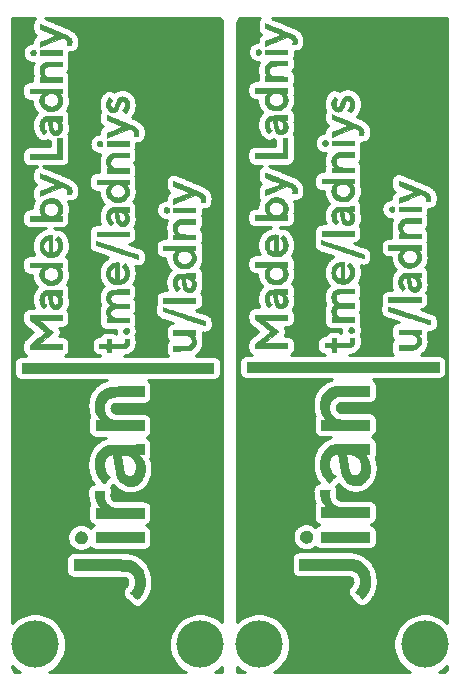
<source format=gtl>
G04 #@! TF.GenerationSoftware,KiCad,Pcbnew,(5.1.5)-3*
G04 #@! TF.CreationDate,2020-03-09T04:33:48+08:00*
G04 #@! TF.ProjectId,cover,636f7665-722e-46b6-9963-61645f706362,rev?*
G04 #@! TF.SameCoordinates,Original*
G04 #@! TF.FileFunction,Copper,L1,Top*
G04 #@! TF.FilePolarity,Positive*
%FSLAX46Y46*%
G04 Gerber Fmt 4.6, Leading zero omitted, Abs format (unit mm)*
G04 Created by KiCad (PCBNEW (5.1.5)-3) date 2020-03-09 04:33:48*
%MOMM*%
%LPD*%
G04 APERTURE LIST*
%ADD10C,0.010000*%
%ADD11C,4.000000*%
%ADD12C,0.254000*%
G04 APERTURE END LIST*
D10*
G36*
X241264611Y-103390490D02*
G01*
X241264611Y-104181298D01*
X225024804Y-104181298D01*
X225024804Y-103390490D01*
X241264611Y-103390490D01*
G37*
X241264611Y-103390490D02*
X241264611Y-104181298D01*
X225024804Y-104181298D01*
X225024804Y-103390490D01*
X241264611Y-103390490D01*
G36*
X225770303Y-77035497D02*
G01*
X225791239Y-76983007D01*
X225825218Y-76936974D01*
X225872419Y-76900415D01*
X225883669Y-76894403D01*
X225944031Y-76873780D01*
X226006777Y-76869160D01*
X226067804Y-76880007D01*
X226123003Y-76905788D01*
X226152979Y-76929495D01*
X226193011Y-76980242D01*
X226216297Y-77039428D01*
X226222712Y-77106639D01*
X226219206Y-77145522D01*
X226201825Y-77203678D01*
X226169942Y-77252774D01*
X226126304Y-77291293D01*
X226073664Y-77317716D01*
X226014768Y-77330527D01*
X225952368Y-77328207D01*
X225908621Y-77316961D01*
X225855039Y-77289130D01*
X225813430Y-77249642D01*
X225783974Y-77201515D01*
X225766849Y-77147770D01*
X225762232Y-77091424D01*
X225770303Y-77035497D01*
G37*
X225770303Y-77035497D02*
X225791239Y-76983007D01*
X225825218Y-76936974D01*
X225872419Y-76900415D01*
X225883669Y-76894403D01*
X225944031Y-76873780D01*
X226006777Y-76869160D01*
X226067804Y-76880007D01*
X226123003Y-76905788D01*
X226152979Y-76929495D01*
X226193011Y-76980242D01*
X226216297Y-77039428D01*
X226222712Y-77106639D01*
X226219206Y-77145522D01*
X226201825Y-77203678D01*
X226169942Y-77252774D01*
X226126304Y-77291293D01*
X226073664Y-77317716D01*
X226014768Y-77330527D01*
X225952368Y-77328207D01*
X225908621Y-77316961D01*
X225855039Y-77289130D01*
X225813430Y-77249642D01*
X225783974Y-77201515D01*
X225766849Y-77147770D01*
X225762232Y-77091424D01*
X225770303Y-77035497D01*
G36*
X228442224Y-76907836D02*
G01*
X228442224Y-77293825D01*
X226578177Y-77293825D01*
X226578177Y-76907836D01*
X228442224Y-76907836D01*
G37*
X228442224Y-76907836D02*
X228442224Y-77293825D01*
X226578177Y-77293825D01*
X226578177Y-76907836D01*
X228442224Y-76907836D01*
G36*
X226546678Y-78531944D02*
G01*
X226550238Y-78470727D01*
X226557441Y-78418706D01*
X226569210Y-78371110D01*
X226586470Y-78323163D01*
X226610145Y-78270094D01*
X226611773Y-78266678D01*
X226666659Y-78173305D01*
X226736930Y-78089300D01*
X226820965Y-78015957D01*
X226917138Y-77954568D01*
X227023826Y-77906427D01*
X227091261Y-77884702D01*
X227106461Y-77880603D01*
X227121306Y-77877071D01*
X227137278Y-77874056D01*
X227155858Y-77871508D01*
X227178526Y-77869378D01*
X227206764Y-77867616D01*
X227242053Y-77866174D01*
X227285875Y-77865001D01*
X227339710Y-77864049D01*
X227405039Y-77863267D01*
X227483344Y-77862606D01*
X227576106Y-77862018D01*
X227684806Y-77861451D01*
X227804400Y-77860887D01*
X228442224Y-77857945D01*
X228442224Y-78244678D01*
X227860511Y-78244678D01*
X227737369Y-78244741D01*
X227631618Y-78244951D01*
X227541816Y-78245340D01*
X227466525Y-78245940D01*
X227404306Y-78246783D01*
X227353720Y-78247900D01*
X227313328Y-78249323D01*
X227281690Y-78251084D01*
X227257367Y-78253215D01*
X227238920Y-78255748D01*
X227224911Y-78258713D01*
X227224882Y-78258721D01*
X227137524Y-78290438D01*
X227061292Y-78336347D01*
X226997420Y-78394875D01*
X226947139Y-78464450D01*
X226911680Y-78543499D01*
X226892278Y-78630448D01*
X226888851Y-78687682D01*
X226894631Y-78779665D01*
X226912751Y-78859726D01*
X226944386Y-78931101D01*
X226990709Y-78997029D01*
X227008206Y-79016834D01*
X227062999Y-79067908D01*
X227124213Y-79108086D01*
X227197078Y-79140605D01*
X227223062Y-79149706D01*
X227236870Y-79154203D01*
X227250150Y-79158045D01*
X227264451Y-79161292D01*
X227281321Y-79164006D01*
X227302311Y-79166245D01*
X227328967Y-79168070D01*
X227362839Y-79169541D01*
X227405476Y-79170717D01*
X227458427Y-79171660D01*
X227523240Y-79172428D01*
X227601464Y-79173083D01*
X227694648Y-79173683D01*
X227804340Y-79174290D01*
X227865593Y-79174612D01*
X228442224Y-79177638D01*
X228442224Y-79562691D01*
X226578177Y-79562691D01*
X226578177Y-79176702D01*
X226766782Y-79176702D01*
X226720189Y-79117413D01*
X226659895Y-79028949D01*
X226608125Y-78929409D01*
X226572438Y-78837784D01*
X226562384Y-78805716D01*
X226555263Y-78777892D01*
X226550563Y-78749877D01*
X226547773Y-78717237D01*
X226546381Y-78675537D01*
X226545876Y-78620342D01*
X226545836Y-78607132D01*
X226546678Y-78531944D01*
G37*
X226546678Y-78531944D02*
X226550238Y-78470727D01*
X226557441Y-78418706D01*
X226569210Y-78371110D01*
X226586470Y-78323163D01*
X226610145Y-78270094D01*
X226611773Y-78266678D01*
X226666659Y-78173305D01*
X226736930Y-78089300D01*
X226820965Y-78015957D01*
X226917138Y-77954568D01*
X227023826Y-77906427D01*
X227091261Y-77884702D01*
X227106461Y-77880603D01*
X227121306Y-77877071D01*
X227137278Y-77874056D01*
X227155858Y-77871508D01*
X227178526Y-77869378D01*
X227206764Y-77867616D01*
X227242053Y-77866174D01*
X227285875Y-77865001D01*
X227339710Y-77864049D01*
X227405039Y-77863267D01*
X227483344Y-77862606D01*
X227576106Y-77862018D01*
X227684806Y-77861451D01*
X227804400Y-77860887D01*
X228442224Y-77857945D01*
X228442224Y-78244678D01*
X227860511Y-78244678D01*
X227737369Y-78244741D01*
X227631618Y-78244951D01*
X227541816Y-78245340D01*
X227466525Y-78245940D01*
X227404306Y-78246783D01*
X227353720Y-78247900D01*
X227313328Y-78249323D01*
X227281690Y-78251084D01*
X227257367Y-78253215D01*
X227238920Y-78255748D01*
X227224911Y-78258713D01*
X227224882Y-78258721D01*
X227137524Y-78290438D01*
X227061292Y-78336347D01*
X226997420Y-78394875D01*
X226947139Y-78464450D01*
X226911680Y-78543499D01*
X226892278Y-78630448D01*
X226888851Y-78687682D01*
X226894631Y-78779665D01*
X226912751Y-78859726D01*
X226944386Y-78931101D01*
X226990709Y-78997029D01*
X227008206Y-79016834D01*
X227062999Y-79067908D01*
X227124213Y-79108086D01*
X227197078Y-79140605D01*
X227223062Y-79149706D01*
X227236870Y-79154203D01*
X227250150Y-79158045D01*
X227264451Y-79161292D01*
X227281321Y-79164006D01*
X227302311Y-79166245D01*
X227328967Y-79168070D01*
X227362839Y-79169541D01*
X227405476Y-79170717D01*
X227458427Y-79171660D01*
X227523240Y-79172428D01*
X227601464Y-79173083D01*
X227694648Y-79173683D01*
X227804340Y-79174290D01*
X227865593Y-79174612D01*
X228442224Y-79177638D01*
X228442224Y-79562691D01*
X226578177Y-79562691D01*
X226578177Y-79176702D01*
X226766782Y-79176702D01*
X226720189Y-79117413D01*
X226659895Y-79028949D01*
X226608125Y-78929409D01*
X226572438Y-78837784D01*
X226562384Y-78805716D01*
X226555263Y-78777892D01*
X226550563Y-78749877D01*
X226547773Y-78717237D01*
X226546381Y-78675537D01*
X226545876Y-78620342D01*
X226545836Y-78607132D01*
X226546678Y-78531944D01*
G36*
X228056235Y-85663210D02*
G01*
X228056235Y-84345197D01*
X228442224Y-84345197D01*
X228442224Y-86096272D01*
X225721468Y-86096272D01*
X225721468Y-85663210D01*
X228056235Y-85663210D01*
G37*
X228056235Y-85663210D02*
X228056235Y-84345197D01*
X228442224Y-84345197D01*
X228442224Y-86096272D01*
X225721468Y-86096272D01*
X225721468Y-85663210D01*
X228056235Y-85663210D01*
G36*
X226380390Y-101290852D02*
G01*
X226477627Y-101213729D01*
X226570536Y-101139939D01*
X226658068Y-101070318D01*
X226739180Y-101005702D01*
X226812823Y-100946930D01*
X226877952Y-100894838D01*
X226933520Y-100850262D01*
X226978481Y-100814040D01*
X227011789Y-100787008D01*
X227032398Y-100770004D01*
X227039265Y-100763877D01*
X227032048Y-100757470D01*
X227011108Y-100740220D01*
X226977493Y-100712964D01*
X226932250Y-100676540D01*
X226876424Y-100631784D01*
X226811064Y-100579533D01*
X226737214Y-100520624D01*
X226655923Y-100455893D01*
X226568237Y-100386178D01*
X226475203Y-100312315D01*
X226380343Y-100237103D01*
X225721468Y-99715035D01*
X225721468Y-99342306D01*
X228442224Y-99342306D01*
X228442224Y-99765867D01*
X227451361Y-99768263D01*
X226460497Y-99770660D01*
X227077139Y-100263897D01*
X227171035Y-100339049D01*
X227260629Y-100410849D01*
X227344841Y-100478425D01*
X227422588Y-100540905D01*
X227492791Y-100597419D01*
X227554369Y-100647094D01*
X227606240Y-100689059D01*
X227647324Y-100722442D01*
X227676540Y-100746373D01*
X227692808Y-100759978D01*
X227695922Y-100762859D01*
X227689059Y-100769455D01*
X227668521Y-100786883D01*
X227635384Y-100814273D01*
X227590725Y-100850755D01*
X227535621Y-100895460D01*
X227471147Y-100947517D01*
X227398379Y-101006058D01*
X227318395Y-101070212D01*
X227232270Y-101139110D01*
X227141080Y-101211882D01*
X227083015Y-101258132D01*
X226467967Y-101747680D01*
X227455096Y-101750077D01*
X228442224Y-101752474D01*
X228442224Y-102185449D01*
X225721468Y-102185449D01*
X225721468Y-101813120D01*
X226380390Y-101290852D01*
G37*
X226380390Y-101290852D02*
X226477627Y-101213729D01*
X226570536Y-101139939D01*
X226658068Y-101070318D01*
X226739180Y-101005702D01*
X226812823Y-100946930D01*
X226877952Y-100894838D01*
X226933520Y-100850262D01*
X226978481Y-100814040D01*
X227011789Y-100787008D01*
X227032398Y-100770004D01*
X227039265Y-100763877D01*
X227032048Y-100757470D01*
X227011108Y-100740220D01*
X226977493Y-100712964D01*
X226932250Y-100676540D01*
X226876424Y-100631784D01*
X226811064Y-100579533D01*
X226737214Y-100520624D01*
X226655923Y-100455893D01*
X226568237Y-100386178D01*
X226475203Y-100312315D01*
X226380343Y-100237103D01*
X225721468Y-99715035D01*
X225721468Y-99342306D01*
X228442224Y-99342306D01*
X228442224Y-99765867D01*
X227451361Y-99768263D01*
X226460497Y-99770660D01*
X227077139Y-100263897D01*
X227171035Y-100339049D01*
X227260629Y-100410849D01*
X227344841Y-100478425D01*
X227422588Y-100540905D01*
X227492791Y-100597419D01*
X227554369Y-100647094D01*
X227606240Y-100689059D01*
X227647324Y-100722442D01*
X227676540Y-100746373D01*
X227692808Y-100759978D01*
X227695922Y-100762859D01*
X227689059Y-100769455D01*
X227668521Y-100786883D01*
X227635384Y-100814273D01*
X227590725Y-100850755D01*
X227535621Y-100895460D01*
X227471147Y-100947517D01*
X227398379Y-101006058D01*
X227318395Y-101070212D01*
X227232270Y-101139110D01*
X227141080Y-101211882D01*
X227083015Y-101258132D01*
X226467967Y-101747680D01*
X227455096Y-101750077D01*
X228442224Y-101752474D01*
X228442224Y-102185449D01*
X225721468Y-102185449D01*
X225721468Y-101813120D01*
X226380390Y-101290852D01*
G36*
X228442224Y-80146383D02*
G01*
X228442224Y-80532373D01*
X228338666Y-80532373D01*
X228297052Y-80532854D01*
X228263422Y-80534159D01*
X228241575Y-80536080D01*
X228235108Y-80538050D01*
X228240947Y-80547385D01*
X228256272Y-80566466D01*
X228277796Y-80591207D01*
X228278331Y-80591802D01*
X228305569Y-80627676D01*
X228336052Y-80676943D01*
X228367493Y-80735001D01*
X228397604Y-80797245D01*
X228424098Y-80859073D01*
X228444686Y-80915880D01*
X228452297Y-80941898D01*
X228464231Y-81002165D01*
X228472297Y-81072874D01*
X228476103Y-81146764D01*
X228475258Y-81216572D01*
X228470023Y-81271035D01*
X228441904Y-81392611D01*
X228396560Y-81507427D01*
X228333721Y-81616001D01*
X228253113Y-81718852D01*
X228212317Y-81762055D01*
X228109312Y-81852556D01*
X227996582Y-81926970D01*
X227874561Y-81985042D01*
X227768877Y-82020019D01*
X227715153Y-82031080D01*
X227648371Y-82039496D01*
X227574149Y-82045017D01*
X227533568Y-82046284D01*
X227533568Y-81661119D01*
X227598734Y-81657870D01*
X227654504Y-81650735D01*
X227668472Y-81647811D01*
X227764721Y-81615679D01*
X227855248Y-81565917D01*
X227940432Y-81498295D01*
X227984297Y-81454320D01*
X228048169Y-81373149D01*
X228093967Y-81287358D01*
X228121554Y-81197425D01*
X228130795Y-81103832D01*
X228121551Y-81007058D01*
X228117191Y-80986121D01*
X228088888Y-80902369D01*
X228044152Y-80822133D01*
X227985334Y-80747668D01*
X227914788Y-80681230D01*
X227834866Y-80625073D01*
X227747920Y-80581453D01*
X227667729Y-80555292D01*
X227579291Y-80541170D01*
X227484779Y-80539378D01*
X227389699Y-80549339D01*
X227299556Y-80570479D01*
X227220011Y-80602141D01*
X227146750Y-80646763D01*
X227076654Y-80703424D01*
X227013997Y-80767926D01*
X226963057Y-80836073D01*
X226939764Y-80877230D01*
X226905979Y-80966589D01*
X226889907Y-81059712D01*
X226891520Y-81154056D01*
X226910793Y-81247078D01*
X226944610Y-81330306D01*
X226996499Y-81412016D01*
X227063265Y-81486356D01*
X227141568Y-81550718D01*
X227228069Y-81602496D01*
X227319430Y-81639081D01*
X227350986Y-81647591D01*
X227402764Y-81655974D01*
X227465934Y-81660485D01*
X227533568Y-81661119D01*
X227533568Y-82046284D01*
X227498104Y-82047393D01*
X227425854Y-82046374D01*
X227363015Y-82041710D01*
X227343031Y-82038971D01*
X227211585Y-82008550D01*
X227086750Y-81960822D01*
X226969753Y-81896525D01*
X226861820Y-81816396D01*
X226764178Y-81721170D01*
X226714383Y-81661437D01*
X226646626Y-81558785D01*
X226595075Y-81448108D01*
X226560048Y-81331485D01*
X226541863Y-81210995D01*
X226540836Y-81088714D01*
X226557286Y-80966723D01*
X226590423Y-80850129D01*
X226619682Y-80781725D01*
X226657574Y-80711066D01*
X226699961Y-80645229D01*
X226739907Y-80594398D01*
X226762073Y-80568817D01*
X226778238Y-80548804D01*
X226785222Y-80538317D01*
X226785293Y-80537925D01*
X226776158Y-80536900D01*
X226749871Y-80535937D01*
X226708110Y-80535053D01*
X226652549Y-80534265D01*
X226584868Y-80533590D01*
X226506742Y-80533047D01*
X226419847Y-80532653D01*
X226325862Y-80532424D01*
X226253381Y-80532373D01*
X225721468Y-80532373D01*
X225721468Y-80146383D01*
X228442224Y-80146383D01*
G37*
X228442224Y-80146383D02*
X228442224Y-80532373D01*
X228338666Y-80532373D01*
X228297052Y-80532854D01*
X228263422Y-80534159D01*
X228241575Y-80536080D01*
X228235108Y-80538050D01*
X228240947Y-80547385D01*
X228256272Y-80566466D01*
X228277796Y-80591207D01*
X228278331Y-80591802D01*
X228305569Y-80627676D01*
X228336052Y-80676943D01*
X228367493Y-80735001D01*
X228397604Y-80797245D01*
X228424098Y-80859073D01*
X228444686Y-80915880D01*
X228452297Y-80941898D01*
X228464231Y-81002165D01*
X228472297Y-81072874D01*
X228476103Y-81146764D01*
X228475258Y-81216572D01*
X228470023Y-81271035D01*
X228441904Y-81392611D01*
X228396560Y-81507427D01*
X228333721Y-81616001D01*
X228253113Y-81718852D01*
X228212317Y-81762055D01*
X228109312Y-81852556D01*
X227996582Y-81926970D01*
X227874561Y-81985042D01*
X227768877Y-82020019D01*
X227715153Y-82031080D01*
X227648371Y-82039496D01*
X227574149Y-82045017D01*
X227533568Y-82046284D01*
X227533568Y-81661119D01*
X227598734Y-81657870D01*
X227654504Y-81650735D01*
X227668472Y-81647811D01*
X227764721Y-81615679D01*
X227855248Y-81565917D01*
X227940432Y-81498295D01*
X227984297Y-81454320D01*
X228048169Y-81373149D01*
X228093967Y-81287358D01*
X228121554Y-81197425D01*
X228130795Y-81103832D01*
X228121551Y-81007058D01*
X228117191Y-80986121D01*
X228088888Y-80902369D01*
X228044152Y-80822133D01*
X227985334Y-80747668D01*
X227914788Y-80681230D01*
X227834866Y-80625073D01*
X227747920Y-80581453D01*
X227667729Y-80555292D01*
X227579291Y-80541170D01*
X227484779Y-80539378D01*
X227389699Y-80549339D01*
X227299556Y-80570479D01*
X227220011Y-80602141D01*
X227146750Y-80646763D01*
X227076654Y-80703424D01*
X227013997Y-80767926D01*
X226963057Y-80836073D01*
X226939764Y-80877230D01*
X226905979Y-80966589D01*
X226889907Y-81059712D01*
X226891520Y-81154056D01*
X226910793Y-81247078D01*
X226944610Y-81330306D01*
X226996499Y-81412016D01*
X227063265Y-81486356D01*
X227141568Y-81550718D01*
X227228069Y-81602496D01*
X227319430Y-81639081D01*
X227350986Y-81647591D01*
X227402764Y-81655974D01*
X227465934Y-81660485D01*
X227533568Y-81661119D01*
X227533568Y-82046284D01*
X227498104Y-82047393D01*
X227425854Y-82046374D01*
X227363015Y-82041710D01*
X227343031Y-82038971D01*
X227211585Y-82008550D01*
X227086750Y-81960822D01*
X226969753Y-81896525D01*
X226861820Y-81816396D01*
X226764178Y-81721170D01*
X226714383Y-81661437D01*
X226646626Y-81558785D01*
X226595075Y-81448108D01*
X226560048Y-81331485D01*
X226541863Y-81210995D01*
X226540836Y-81088714D01*
X226557286Y-80966723D01*
X226590423Y-80850129D01*
X226619682Y-80781725D01*
X226657574Y-80711066D01*
X226699961Y-80645229D01*
X226739907Y-80594398D01*
X226762073Y-80568817D01*
X226778238Y-80548804D01*
X226785222Y-80538317D01*
X226785293Y-80537925D01*
X226776158Y-80536900D01*
X226749871Y-80535937D01*
X226708110Y-80535053D01*
X226652549Y-80534265D01*
X226584868Y-80533590D01*
X226506742Y-80533047D01*
X226419847Y-80532653D01*
X226325862Y-80532424D01*
X226253381Y-80532373D01*
X225721468Y-80532373D01*
X225721468Y-80146383D01*
X228442224Y-80146383D01*
G36*
X226544749Y-83145106D02*
G01*
X226557505Y-83053490D01*
X226580252Y-82968028D01*
X226614204Y-82883176D01*
X226626402Y-82857725D01*
X226650162Y-82811718D01*
X226671969Y-82775350D01*
X226695993Y-82742910D01*
X226726401Y-82708684D01*
X226760933Y-82673369D01*
X226803487Y-82632262D01*
X226839183Y-82601705D01*
X226873218Y-82577788D01*
X226910788Y-82556597D01*
X226926509Y-82548722D01*
X226953492Y-82535431D01*
X226977324Y-82523895D01*
X226999491Y-82513985D01*
X227021482Y-82505569D01*
X227044783Y-82498519D01*
X227070884Y-82492703D01*
X227101271Y-82487993D01*
X227137432Y-82484257D01*
X227180855Y-82481365D01*
X227233027Y-82479188D01*
X227295437Y-82477595D01*
X227369571Y-82476457D01*
X227456918Y-82475642D01*
X227558966Y-82475022D01*
X227677201Y-82474465D01*
X227780864Y-82473995D01*
X228442224Y-82470904D01*
X228442224Y-82857725D01*
X228348080Y-82857725D01*
X228308560Y-82858158D01*
X228277210Y-82859325D01*
X228258014Y-82861030D01*
X228253937Y-82862384D01*
X228259432Y-82871387D01*
X228274017Y-82891122D01*
X228294838Y-82917764D01*
X228300811Y-82925215D01*
X228367871Y-83023227D01*
X228419528Y-83130857D01*
X228454918Y-83245762D01*
X228473182Y-83365599D01*
X228475085Y-83399052D01*
X228475959Y-83447161D01*
X228475292Y-83493693D01*
X228473248Y-83532163D01*
X228471240Y-83549902D01*
X228445106Y-83659929D01*
X228404085Y-83761087D01*
X228349220Y-83851897D01*
X228281558Y-83930882D01*
X228202143Y-83996563D01*
X228123095Y-84042314D01*
X228089164Y-84057739D01*
X228060830Y-84067829D01*
X228031788Y-84073976D01*
X227995734Y-84077570D01*
X227953519Y-84079711D01*
X227890669Y-84080643D01*
X227888999Y-84080533D01*
X227888999Y-83695605D01*
X227950909Y-83686801D01*
X228005875Y-83660699D01*
X228053199Y-83617763D01*
X228090697Y-83561323D01*
X228112242Y-83505039D01*
X228125647Y-83436717D01*
X228130484Y-83361496D01*
X228126326Y-83284515D01*
X228118008Y-83233151D01*
X228090351Y-83144802D01*
X228047491Y-83066337D01*
X227990587Y-82999261D01*
X227920801Y-82945073D01*
X227876872Y-82921082D01*
X227836060Y-82903429D01*
X227794112Y-82888051D01*
X227759538Y-82878043D01*
X227757005Y-82877496D01*
X227723402Y-82871684D01*
X227684014Y-82866585D01*
X227643071Y-82862515D01*
X227604801Y-82859790D01*
X227573433Y-82858723D01*
X227553195Y-82859632D01*
X227547858Y-82861913D01*
X227549454Y-82878459D01*
X227553934Y-82910565D01*
X227560837Y-82955557D01*
X227569700Y-83010762D01*
X227580063Y-83073505D01*
X227591463Y-83141114D01*
X227603439Y-83210914D01*
X227615529Y-83280233D01*
X227627273Y-83346397D01*
X227638207Y-83406732D01*
X227647870Y-83458564D01*
X227655802Y-83499221D01*
X227661539Y-83526028D01*
X227664176Y-83535560D01*
X227699106Y-83597635D01*
X227744693Y-83645503D01*
X227799334Y-83678025D01*
X227861429Y-83694060D01*
X227888999Y-83695605D01*
X227888999Y-84080533D01*
X227840105Y-84077299D01*
X227795680Y-84069250D01*
X227792514Y-84068467D01*
X227698546Y-84035324D01*
X227612066Y-83985841D01*
X227535642Y-83921849D01*
X227471839Y-83845182D01*
X227464482Y-83834191D01*
X227445159Y-83803003D01*
X227428139Y-83771508D01*
X227412864Y-83737670D01*
X227398771Y-83699453D01*
X227385302Y-83654818D01*
X227371894Y-83601729D01*
X227357989Y-83538150D01*
X227343026Y-83462043D01*
X227326443Y-83371371D01*
X227307775Y-83264641D01*
X227293884Y-83184208D01*
X227280808Y-83108780D01*
X227268936Y-83040567D01*
X227258653Y-82981782D01*
X227250347Y-82934636D01*
X227244405Y-82901339D01*
X227241213Y-82884103D01*
X227241022Y-82883164D01*
X227236482Y-82867367D01*
X227227984Y-82860569D01*
X227209932Y-82860452D01*
X227191618Y-82862702D01*
X227131914Y-82878150D01*
X227071226Y-82906708D01*
X227016757Y-82944531D01*
X226989486Y-82970702D01*
X226945223Y-83028489D01*
X226914736Y-83089709D01*
X226896619Y-83158393D01*
X226889463Y-83238573D01*
X226889221Y-83257836D01*
X226897549Y-83363122D01*
X226922874Y-83460344D01*
X226965305Y-83549769D01*
X227024955Y-83631665D01*
X227059431Y-83668083D01*
X227132442Y-83739412D01*
X227008263Y-83863335D01*
X226884084Y-83987259D01*
X226845259Y-83952051D01*
X226754126Y-83857046D01*
X226678567Y-83751851D01*
X226619015Y-83637471D01*
X226575908Y-83514913D01*
X226549680Y-83385183D01*
X226540767Y-83249286D01*
X226540767Y-83248421D01*
X226544749Y-83145106D01*
G37*
X226544749Y-83145106D02*
X226557505Y-83053490D01*
X226580252Y-82968028D01*
X226614204Y-82883176D01*
X226626402Y-82857725D01*
X226650162Y-82811718D01*
X226671969Y-82775350D01*
X226695993Y-82742910D01*
X226726401Y-82708684D01*
X226760933Y-82673369D01*
X226803487Y-82632262D01*
X226839183Y-82601705D01*
X226873218Y-82577788D01*
X226910788Y-82556597D01*
X226926509Y-82548722D01*
X226953492Y-82535431D01*
X226977324Y-82523895D01*
X226999491Y-82513985D01*
X227021482Y-82505569D01*
X227044783Y-82498519D01*
X227070884Y-82492703D01*
X227101271Y-82487993D01*
X227137432Y-82484257D01*
X227180855Y-82481365D01*
X227233027Y-82479188D01*
X227295437Y-82477595D01*
X227369571Y-82476457D01*
X227456918Y-82475642D01*
X227558966Y-82475022D01*
X227677201Y-82474465D01*
X227780864Y-82473995D01*
X228442224Y-82470904D01*
X228442224Y-82857725D01*
X228348080Y-82857725D01*
X228308560Y-82858158D01*
X228277210Y-82859325D01*
X228258014Y-82861030D01*
X228253937Y-82862384D01*
X228259432Y-82871387D01*
X228274017Y-82891122D01*
X228294838Y-82917764D01*
X228300811Y-82925215D01*
X228367871Y-83023227D01*
X228419528Y-83130857D01*
X228454918Y-83245762D01*
X228473182Y-83365599D01*
X228475085Y-83399052D01*
X228475959Y-83447161D01*
X228475292Y-83493693D01*
X228473248Y-83532163D01*
X228471240Y-83549902D01*
X228445106Y-83659929D01*
X228404085Y-83761087D01*
X228349220Y-83851897D01*
X228281558Y-83930882D01*
X228202143Y-83996563D01*
X228123095Y-84042314D01*
X228089164Y-84057739D01*
X228060830Y-84067829D01*
X228031788Y-84073976D01*
X227995734Y-84077570D01*
X227953519Y-84079711D01*
X227890669Y-84080643D01*
X227888999Y-84080533D01*
X227888999Y-83695605D01*
X227950909Y-83686801D01*
X228005875Y-83660699D01*
X228053199Y-83617763D01*
X228090697Y-83561323D01*
X228112242Y-83505039D01*
X228125647Y-83436717D01*
X228130484Y-83361496D01*
X228126326Y-83284515D01*
X228118008Y-83233151D01*
X228090351Y-83144802D01*
X228047491Y-83066337D01*
X227990587Y-82999261D01*
X227920801Y-82945073D01*
X227876872Y-82921082D01*
X227836060Y-82903429D01*
X227794112Y-82888051D01*
X227759538Y-82878043D01*
X227757005Y-82877496D01*
X227723402Y-82871684D01*
X227684014Y-82866585D01*
X227643071Y-82862515D01*
X227604801Y-82859790D01*
X227573433Y-82858723D01*
X227553195Y-82859632D01*
X227547858Y-82861913D01*
X227549454Y-82878459D01*
X227553934Y-82910565D01*
X227560837Y-82955557D01*
X227569700Y-83010762D01*
X227580063Y-83073505D01*
X227591463Y-83141114D01*
X227603439Y-83210914D01*
X227615529Y-83280233D01*
X227627273Y-83346397D01*
X227638207Y-83406732D01*
X227647870Y-83458564D01*
X227655802Y-83499221D01*
X227661539Y-83526028D01*
X227664176Y-83535560D01*
X227699106Y-83597635D01*
X227744693Y-83645503D01*
X227799334Y-83678025D01*
X227861429Y-83694060D01*
X227888999Y-83695605D01*
X227888999Y-84080533D01*
X227840105Y-84077299D01*
X227795680Y-84069250D01*
X227792514Y-84068467D01*
X227698546Y-84035324D01*
X227612066Y-83985841D01*
X227535642Y-83921849D01*
X227471839Y-83845182D01*
X227464482Y-83834191D01*
X227445159Y-83803003D01*
X227428139Y-83771508D01*
X227412864Y-83737670D01*
X227398771Y-83699453D01*
X227385302Y-83654818D01*
X227371894Y-83601729D01*
X227357989Y-83538150D01*
X227343026Y-83462043D01*
X227326443Y-83371371D01*
X227307775Y-83264641D01*
X227293884Y-83184208D01*
X227280808Y-83108780D01*
X227268936Y-83040567D01*
X227258653Y-82981782D01*
X227250347Y-82934636D01*
X227244405Y-82901339D01*
X227241213Y-82884103D01*
X227241022Y-82883164D01*
X227236482Y-82867367D01*
X227227984Y-82860569D01*
X227209932Y-82860452D01*
X227191618Y-82862702D01*
X227131914Y-82878150D01*
X227071226Y-82906708D01*
X227016757Y-82944531D01*
X226989486Y-82970702D01*
X226945223Y-83028489D01*
X226914736Y-83089709D01*
X226896619Y-83158393D01*
X226889463Y-83238573D01*
X226889221Y-83257836D01*
X226897549Y-83363122D01*
X226922874Y-83460344D01*
X226965305Y-83549769D01*
X227024955Y-83631665D01*
X227059431Y-83668083D01*
X227132442Y-83739412D01*
X227008263Y-83863335D01*
X226884084Y-83987259D01*
X226845259Y-83952051D01*
X226754126Y-83857046D01*
X226678567Y-83751851D01*
X226619015Y-83637471D01*
X226575908Y-83514913D01*
X226549680Y-83385183D01*
X226540767Y-83249286D01*
X226540767Y-83248421D01*
X226544749Y-83145106D01*
G36*
X226254160Y-90923573D02*
G01*
X226786852Y-90921142D01*
X226740636Y-90868330D01*
X226702025Y-90817045D01*
X226662704Y-90751861D01*
X226625128Y-90677439D01*
X226591752Y-90598440D01*
X226577104Y-90557788D01*
X226563434Y-90514682D01*
X226554188Y-90477097D01*
X226548270Y-90438459D01*
X226544585Y-90392191D01*
X226542740Y-90351572D01*
X226545721Y-90223995D01*
X226564980Y-90104941D01*
X226601040Y-89993027D01*
X226654424Y-89886875D01*
X226725654Y-89785104D01*
X226781948Y-89720461D01*
X226881723Y-89626507D01*
X226988442Y-89549922D01*
X227102714Y-89490429D01*
X227225150Y-89447751D01*
X227356359Y-89421612D01*
X227459408Y-89412756D01*
X227601185Y-89414705D01*
X227733941Y-89433048D01*
X227858360Y-89468044D01*
X227975126Y-89519952D01*
X228084923Y-89589032D01*
X228188436Y-89675544D01*
X228211168Y-89697676D01*
X228298114Y-89795082D01*
X228366992Y-89895884D01*
X228418467Y-90001563D01*
X228453203Y-90113596D01*
X228471862Y-90233464D01*
X228475036Y-90285671D01*
X228475913Y-90334512D01*
X228475285Y-90381581D01*
X228473312Y-90420681D01*
X228471052Y-90441009D01*
X228456563Y-90511715D01*
X228437237Y-90582123D01*
X228415404Y-90644014D01*
X228409746Y-90657375D01*
X228389846Y-90697367D01*
X228363574Y-90743262D01*
X228334089Y-90790174D01*
X228304553Y-90833213D01*
X228278125Y-90867490D01*
X228263930Y-90882929D01*
X228246083Y-90901682D01*
X228235967Y-90915520D01*
X228235108Y-90918196D01*
X228243888Y-90921271D01*
X228267694Y-90923757D01*
X228302728Y-90925371D01*
X228338666Y-90925849D01*
X228442224Y-90925849D01*
X228442224Y-91311839D01*
X227515744Y-91311839D01*
X227515744Y-90924893D01*
X227621211Y-90915065D01*
X227723196Y-90888242D01*
X227819622Y-90844908D01*
X227908414Y-90785547D01*
X227962000Y-90737652D01*
X228017417Y-90674237D01*
X228064358Y-90604623D01*
X228100026Y-90533587D01*
X228121622Y-90465910D01*
X228121907Y-90464544D01*
X228127650Y-90415407D01*
X228128039Y-90356072D01*
X228123570Y-90293981D01*
X228114739Y-90236570D01*
X228104043Y-90196641D01*
X228065603Y-90114271D01*
X228011311Y-90035713D01*
X227944129Y-89964058D01*
X227867020Y-89902401D01*
X227782948Y-89853833D01*
X227769941Y-89847877D01*
X227688596Y-89820116D01*
X227597266Y-89802987D01*
X227501865Y-89797039D01*
X227408310Y-89802821D01*
X227364278Y-89810239D01*
X227275999Y-89837153D01*
X227191116Y-89879025D01*
X227112082Y-89933518D01*
X227041355Y-89998293D01*
X226981387Y-90071010D01*
X226934635Y-90149332D01*
X226903554Y-90230920D01*
X226897897Y-90254498D01*
X226890959Y-90312249D01*
X226890903Y-90378611D01*
X226897212Y-90445713D01*
X226909371Y-90505686D01*
X226915692Y-90525738D01*
X226955596Y-90610275D01*
X227011406Y-90689540D01*
X227080390Y-90760952D01*
X227159821Y-90821928D01*
X227246967Y-90869888D01*
X227302664Y-90891621D01*
X227408870Y-90917240D01*
X227515744Y-90924893D01*
X227515744Y-91311839D01*
X225721468Y-91311839D01*
X225721468Y-90926005D01*
X226254160Y-90923573D01*
G37*
X226254160Y-90923573D02*
X226786852Y-90921142D01*
X226740636Y-90868330D01*
X226702025Y-90817045D01*
X226662704Y-90751861D01*
X226625128Y-90677439D01*
X226591752Y-90598440D01*
X226577104Y-90557788D01*
X226563434Y-90514682D01*
X226554188Y-90477097D01*
X226548270Y-90438459D01*
X226544585Y-90392191D01*
X226542740Y-90351572D01*
X226545721Y-90223995D01*
X226564980Y-90104941D01*
X226601040Y-89993027D01*
X226654424Y-89886875D01*
X226725654Y-89785104D01*
X226781948Y-89720461D01*
X226881723Y-89626507D01*
X226988442Y-89549922D01*
X227102714Y-89490429D01*
X227225150Y-89447751D01*
X227356359Y-89421612D01*
X227459408Y-89412756D01*
X227601185Y-89414705D01*
X227733941Y-89433048D01*
X227858360Y-89468044D01*
X227975126Y-89519952D01*
X228084923Y-89589032D01*
X228188436Y-89675544D01*
X228211168Y-89697676D01*
X228298114Y-89795082D01*
X228366992Y-89895884D01*
X228418467Y-90001563D01*
X228453203Y-90113596D01*
X228471862Y-90233464D01*
X228475036Y-90285671D01*
X228475913Y-90334512D01*
X228475285Y-90381581D01*
X228473312Y-90420681D01*
X228471052Y-90441009D01*
X228456563Y-90511715D01*
X228437237Y-90582123D01*
X228415404Y-90644014D01*
X228409746Y-90657375D01*
X228389846Y-90697367D01*
X228363574Y-90743262D01*
X228334089Y-90790174D01*
X228304553Y-90833213D01*
X228278125Y-90867490D01*
X228263930Y-90882929D01*
X228246083Y-90901682D01*
X228235967Y-90915520D01*
X228235108Y-90918196D01*
X228243888Y-90921271D01*
X228267694Y-90923757D01*
X228302728Y-90925371D01*
X228338666Y-90925849D01*
X228442224Y-90925849D01*
X228442224Y-91311839D01*
X227515744Y-91311839D01*
X227515744Y-90924893D01*
X227621211Y-90915065D01*
X227723196Y-90888242D01*
X227819622Y-90844908D01*
X227908414Y-90785547D01*
X227962000Y-90737652D01*
X228017417Y-90674237D01*
X228064358Y-90604623D01*
X228100026Y-90533587D01*
X228121622Y-90465910D01*
X228121907Y-90464544D01*
X228127650Y-90415407D01*
X228128039Y-90356072D01*
X228123570Y-90293981D01*
X228114739Y-90236570D01*
X228104043Y-90196641D01*
X228065603Y-90114271D01*
X228011311Y-90035713D01*
X227944129Y-89964058D01*
X227867020Y-89902401D01*
X227782948Y-89853833D01*
X227769941Y-89847877D01*
X227688596Y-89820116D01*
X227597266Y-89802987D01*
X227501865Y-89797039D01*
X227408310Y-89802821D01*
X227364278Y-89810239D01*
X227275999Y-89837153D01*
X227191116Y-89879025D01*
X227112082Y-89933518D01*
X227041355Y-89998293D01*
X226981387Y-90071010D01*
X226934635Y-90149332D01*
X226903554Y-90230920D01*
X226897897Y-90254498D01*
X226890959Y-90312249D01*
X226890903Y-90378611D01*
X226897212Y-90445713D01*
X226909371Y-90505686D01*
X226915692Y-90525738D01*
X226955596Y-90610275D01*
X227011406Y-90689540D01*
X227080390Y-90760952D01*
X227159821Y-90821928D01*
X227246967Y-90869888D01*
X227302664Y-90891621D01*
X227408870Y-90917240D01*
X227515744Y-90924893D01*
X227515744Y-91311839D01*
X225721468Y-91311839D01*
X225721468Y-90926005D01*
X226254160Y-90923573D01*
G36*
X226547300Y-93375932D02*
G01*
X226550931Y-93307848D01*
X226558075Y-93249618D01*
X226569628Y-93196795D01*
X226586484Y-93144931D01*
X226609539Y-93089579D01*
X226628672Y-93048792D01*
X226692627Y-92937211D01*
X226769760Y-92838403D01*
X226858817Y-92753053D01*
X226958542Y-92681845D01*
X227067678Y-92625464D01*
X227184970Y-92584593D01*
X227309163Y-92559916D01*
X227438999Y-92552119D01*
X227531383Y-92556954D01*
X227642002Y-92567750D01*
X227642002Y-94025587D01*
X227682013Y-94019577D01*
X227727329Y-94007425D01*
X227780678Y-93984734D01*
X227836830Y-93954325D01*
X227890553Y-93919024D01*
X227935278Y-93882886D01*
X228007438Y-93804663D01*
X228063420Y-93717997D01*
X228102922Y-93624565D01*
X228125646Y-93526040D01*
X228131290Y-93424100D01*
X228119555Y-93320420D01*
X228090140Y-93216675D01*
X228065147Y-93157732D01*
X228016241Y-93067502D01*
X227962671Y-92991066D01*
X227906055Y-92930656D01*
X227892067Y-92918687D01*
X227841381Y-92877398D01*
X227966519Y-92752517D01*
X228091658Y-92627636D01*
X228121729Y-92649869D01*
X228146768Y-92672193D01*
X228179028Y-92706490D01*
X228215409Y-92748981D01*
X228252813Y-92795892D01*
X228288142Y-92843445D01*
X228318295Y-92887863D01*
X228322542Y-92894603D01*
X228383165Y-93009142D01*
X228429417Y-93133512D01*
X228460280Y-93264268D01*
X228474736Y-93397965D01*
X228475236Y-93411246D01*
X228475973Y-93462894D01*
X228475184Y-93513732D01*
X228473051Y-93557524D01*
X228470185Y-93585412D01*
X228463019Y-93622042D01*
X228451973Y-93667716D01*
X228439203Y-93713642D01*
X228436706Y-93721845D01*
X228400253Y-93821347D01*
X228354386Y-93912000D01*
X228296484Y-93998087D01*
X228223922Y-94083893D01*
X228198855Y-94110269D01*
X228098251Y-94202723D01*
X227993122Y-94277380D01*
X227882246Y-94334722D01*
X227764401Y-94375232D01*
X227638363Y-94399390D01*
X227502912Y-94407679D01*
X227447092Y-94406708D01*
X227355821Y-94400682D01*
X227297722Y-94392210D01*
X227297722Y-94004352D01*
X227300879Y-94002895D01*
X227303557Y-93997588D01*
X227305795Y-93987026D01*
X227307631Y-93969803D01*
X227309104Y-93944517D01*
X227310253Y-93909760D01*
X227311116Y-93864129D01*
X227311732Y-93806220D01*
X227312139Y-93734626D01*
X227312376Y-93647943D01*
X227312482Y-93544767D01*
X227312498Y-93466684D01*
X227312498Y-92929017D01*
X227277195Y-92935585D01*
X227207495Y-92956248D01*
X227135746Y-92991306D01*
X227067065Y-93037744D01*
X227006572Y-93092548D01*
X227001546Y-93097961D01*
X226945537Y-93171316D01*
X226905405Y-93252093D01*
X226880575Y-93341897D01*
X226870467Y-93442334D01*
X226870162Y-93463400D01*
X226878133Y-93567766D01*
X226902443Y-93662792D01*
X226943150Y-93748597D01*
X227000313Y-93825300D01*
X227073990Y-93893021D01*
X227084812Y-93901193D01*
X227120186Y-93924807D01*
X227161790Y-93948772D01*
X227205094Y-93970893D01*
X227245568Y-93988974D01*
X227278682Y-94000822D01*
X227297722Y-94004352D01*
X227297722Y-94392210D01*
X227276947Y-94389180D01*
X227204486Y-94370799D01*
X227132454Y-94344139D01*
X227081846Y-94321136D01*
X226968420Y-94256318D01*
X226864734Y-94176718D01*
X226772384Y-94084238D01*
X226692966Y-93980779D01*
X226628077Y-93868242D01*
X226579311Y-93748528D01*
X226567036Y-93707799D01*
X226559378Y-93677632D01*
X226553835Y-93648580D01*
X226550080Y-93616729D01*
X226547788Y-93578166D01*
X226546633Y-93528978D01*
X226546291Y-93465250D01*
X226546289Y-93458318D01*
X226547300Y-93375932D01*
G37*
X226547300Y-93375932D02*
X226550931Y-93307848D01*
X226558075Y-93249618D01*
X226569628Y-93196795D01*
X226586484Y-93144931D01*
X226609539Y-93089579D01*
X226628672Y-93048792D01*
X226692627Y-92937211D01*
X226769760Y-92838403D01*
X226858817Y-92753053D01*
X226958542Y-92681845D01*
X227067678Y-92625464D01*
X227184970Y-92584593D01*
X227309163Y-92559916D01*
X227438999Y-92552119D01*
X227531383Y-92556954D01*
X227642002Y-92567750D01*
X227642002Y-94025587D01*
X227682013Y-94019577D01*
X227727329Y-94007425D01*
X227780678Y-93984734D01*
X227836830Y-93954325D01*
X227890553Y-93919024D01*
X227935278Y-93882886D01*
X228007438Y-93804663D01*
X228063420Y-93717997D01*
X228102922Y-93624565D01*
X228125646Y-93526040D01*
X228131290Y-93424100D01*
X228119555Y-93320420D01*
X228090140Y-93216675D01*
X228065147Y-93157732D01*
X228016241Y-93067502D01*
X227962671Y-92991066D01*
X227906055Y-92930656D01*
X227892067Y-92918687D01*
X227841381Y-92877398D01*
X227966519Y-92752517D01*
X228091658Y-92627636D01*
X228121729Y-92649869D01*
X228146768Y-92672193D01*
X228179028Y-92706490D01*
X228215409Y-92748981D01*
X228252813Y-92795892D01*
X228288142Y-92843445D01*
X228318295Y-92887863D01*
X228322542Y-92894603D01*
X228383165Y-93009142D01*
X228429417Y-93133512D01*
X228460280Y-93264268D01*
X228474736Y-93397965D01*
X228475236Y-93411246D01*
X228475973Y-93462894D01*
X228475184Y-93513732D01*
X228473051Y-93557524D01*
X228470185Y-93585412D01*
X228463019Y-93622042D01*
X228451973Y-93667716D01*
X228439203Y-93713642D01*
X228436706Y-93721845D01*
X228400253Y-93821347D01*
X228354386Y-93912000D01*
X228296484Y-93998087D01*
X228223922Y-94083893D01*
X228198855Y-94110269D01*
X228098251Y-94202723D01*
X227993122Y-94277380D01*
X227882246Y-94334722D01*
X227764401Y-94375232D01*
X227638363Y-94399390D01*
X227502912Y-94407679D01*
X227447092Y-94406708D01*
X227355821Y-94400682D01*
X227297722Y-94392210D01*
X227297722Y-94004352D01*
X227300879Y-94002895D01*
X227303557Y-93997588D01*
X227305795Y-93987026D01*
X227307631Y-93969803D01*
X227309104Y-93944517D01*
X227310253Y-93909760D01*
X227311116Y-93864129D01*
X227311732Y-93806220D01*
X227312139Y-93734626D01*
X227312376Y-93647943D01*
X227312482Y-93544767D01*
X227312498Y-93466684D01*
X227312498Y-92929017D01*
X227277195Y-92935585D01*
X227207495Y-92956248D01*
X227135746Y-92991306D01*
X227067065Y-93037744D01*
X227006572Y-93092548D01*
X227001546Y-93097961D01*
X226945537Y-93171316D01*
X226905405Y-93252093D01*
X226880575Y-93341897D01*
X226870467Y-93442334D01*
X226870162Y-93463400D01*
X226878133Y-93567766D01*
X226902443Y-93662792D01*
X226943150Y-93748597D01*
X227000313Y-93825300D01*
X227073990Y-93893021D01*
X227084812Y-93901193D01*
X227120186Y-93924807D01*
X227161790Y-93948772D01*
X227205094Y-93970893D01*
X227245568Y-93988974D01*
X227278682Y-94000822D01*
X227297722Y-94004352D01*
X227297722Y-94392210D01*
X227276947Y-94389180D01*
X227204486Y-94370799D01*
X227132454Y-94344139D01*
X227081846Y-94321136D01*
X226968420Y-94256318D01*
X226864734Y-94176718D01*
X226772384Y-94084238D01*
X226692966Y-93980779D01*
X226628077Y-93868242D01*
X226579311Y-93748528D01*
X226567036Y-93707799D01*
X226559378Y-93677632D01*
X226553835Y-93648580D01*
X226550080Y-93616729D01*
X226547788Y-93578166D01*
X226546633Y-93528978D01*
X226546291Y-93465250D01*
X226546289Y-93458318D01*
X226547300Y-93375932D01*
G36*
X228442224Y-94879889D02*
G01*
X228442224Y-95265879D01*
X228338666Y-95265879D01*
X228297052Y-95266360D01*
X228263422Y-95267665D01*
X228241575Y-95269586D01*
X228235108Y-95271556D01*
X228240947Y-95280891D01*
X228256272Y-95299973D01*
X228277796Y-95324713D01*
X228278331Y-95325308D01*
X228305569Y-95361182D01*
X228336052Y-95410450D01*
X228367493Y-95468507D01*
X228397604Y-95530752D01*
X228424098Y-95592579D01*
X228444686Y-95649386D01*
X228452297Y-95675404D01*
X228464231Y-95735671D01*
X228472297Y-95806380D01*
X228476103Y-95880270D01*
X228475258Y-95950078D01*
X228470023Y-96004541D01*
X228441904Y-96126117D01*
X228396560Y-96240933D01*
X228333721Y-96349508D01*
X228253113Y-96452358D01*
X228212317Y-96495561D01*
X228109312Y-96586062D01*
X227996582Y-96660476D01*
X227874561Y-96718548D01*
X227768877Y-96753525D01*
X227715153Y-96764586D01*
X227648371Y-96773002D01*
X227574149Y-96778523D01*
X227533568Y-96779790D01*
X227533568Y-96394625D01*
X227598734Y-96391377D01*
X227654504Y-96384241D01*
X227668472Y-96381318D01*
X227764721Y-96349185D01*
X227855248Y-96299423D01*
X227940432Y-96231801D01*
X227984297Y-96187826D01*
X228048169Y-96106656D01*
X228093967Y-96020864D01*
X228121554Y-95930931D01*
X228130795Y-95837338D01*
X228121551Y-95740565D01*
X228117191Y-95719628D01*
X228088888Y-95635875D01*
X228044152Y-95555639D01*
X227985334Y-95481175D01*
X227914788Y-95414736D01*
X227834866Y-95358579D01*
X227747920Y-95314959D01*
X227667729Y-95288798D01*
X227579291Y-95274676D01*
X227484779Y-95272884D01*
X227389699Y-95282846D01*
X227299556Y-95303985D01*
X227220011Y-95335647D01*
X227146750Y-95380269D01*
X227076654Y-95436930D01*
X227013997Y-95501432D01*
X226963057Y-95569579D01*
X226939764Y-95610737D01*
X226905979Y-95700095D01*
X226889907Y-95793219D01*
X226891520Y-95887563D01*
X226910793Y-95980584D01*
X226944610Y-96063813D01*
X226996499Y-96145523D01*
X227063265Y-96219862D01*
X227141568Y-96284225D01*
X227228069Y-96336002D01*
X227319430Y-96372587D01*
X227350986Y-96381098D01*
X227402764Y-96389481D01*
X227465934Y-96393991D01*
X227533568Y-96394625D01*
X227533568Y-96779790D01*
X227498104Y-96780899D01*
X227425854Y-96779880D01*
X227363015Y-96775216D01*
X227343031Y-96772478D01*
X227211585Y-96742056D01*
X227086750Y-96694328D01*
X226969753Y-96630032D01*
X226861820Y-96549902D01*
X226764178Y-96454677D01*
X226714383Y-96394944D01*
X226646626Y-96292292D01*
X226595075Y-96181615D01*
X226560048Y-96064992D01*
X226541863Y-95944501D01*
X226540836Y-95822221D01*
X226557286Y-95700230D01*
X226590423Y-95583635D01*
X226619682Y-95515231D01*
X226657574Y-95444572D01*
X226699961Y-95378735D01*
X226739907Y-95327905D01*
X226762073Y-95302323D01*
X226778238Y-95282311D01*
X226785222Y-95271823D01*
X226785293Y-95271431D01*
X226776158Y-95270407D01*
X226749871Y-95269444D01*
X226708110Y-95268559D01*
X226652549Y-95267771D01*
X226584868Y-95267097D01*
X226506742Y-95266554D01*
X226419847Y-95266159D01*
X226325862Y-95265931D01*
X226253381Y-95265879D01*
X225721468Y-95265879D01*
X225721468Y-94879889D01*
X228442224Y-94879889D01*
G37*
X228442224Y-94879889D02*
X228442224Y-95265879D01*
X228338666Y-95265879D01*
X228297052Y-95266360D01*
X228263422Y-95267665D01*
X228241575Y-95269586D01*
X228235108Y-95271556D01*
X228240947Y-95280891D01*
X228256272Y-95299973D01*
X228277796Y-95324713D01*
X228278331Y-95325308D01*
X228305569Y-95361182D01*
X228336052Y-95410450D01*
X228367493Y-95468507D01*
X228397604Y-95530752D01*
X228424098Y-95592579D01*
X228444686Y-95649386D01*
X228452297Y-95675404D01*
X228464231Y-95735671D01*
X228472297Y-95806380D01*
X228476103Y-95880270D01*
X228475258Y-95950078D01*
X228470023Y-96004541D01*
X228441904Y-96126117D01*
X228396560Y-96240933D01*
X228333721Y-96349508D01*
X228253113Y-96452358D01*
X228212317Y-96495561D01*
X228109312Y-96586062D01*
X227996582Y-96660476D01*
X227874561Y-96718548D01*
X227768877Y-96753525D01*
X227715153Y-96764586D01*
X227648371Y-96773002D01*
X227574149Y-96778523D01*
X227533568Y-96779790D01*
X227533568Y-96394625D01*
X227598734Y-96391377D01*
X227654504Y-96384241D01*
X227668472Y-96381318D01*
X227764721Y-96349185D01*
X227855248Y-96299423D01*
X227940432Y-96231801D01*
X227984297Y-96187826D01*
X228048169Y-96106656D01*
X228093967Y-96020864D01*
X228121554Y-95930931D01*
X228130795Y-95837338D01*
X228121551Y-95740565D01*
X228117191Y-95719628D01*
X228088888Y-95635875D01*
X228044152Y-95555639D01*
X227985334Y-95481175D01*
X227914788Y-95414736D01*
X227834866Y-95358579D01*
X227747920Y-95314959D01*
X227667729Y-95288798D01*
X227579291Y-95274676D01*
X227484779Y-95272884D01*
X227389699Y-95282846D01*
X227299556Y-95303985D01*
X227220011Y-95335647D01*
X227146750Y-95380269D01*
X227076654Y-95436930D01*
X227013997Y-95501432D01*
X226963057Y-95569579D01*
X226939764Y-95610737D01*
X226905979Y-95700095D01*
X226889907Y-95793219D01*
X226891520Y-95887563D01*
X226910793Y-95980584D01*
X226944610Y-96063813D01*
X226996499Y-96145523D01*
X227063265Y-96219862D01*
X227141568Y-96284225D01*
X227228069Y-96336002D01*
X227319430Y-96372587D01*
X227350986Y-96381098D01*
X227402764Y-96389481D01*
X227465934Y-96393991D01*
X227533568Y-96394625D01*
X227533568Y-96779790D01*
X227498104Y-96780899D01*
X227425854Y-96779880D01*
X227363015Y-96775216D01*
X227343031Y-96772478D01*
X227211585Y-96742056D01*
X227086750Y-96694328D01*
X226969753Y-96630032D01*
X226861820Y-96549902D01*
X226764178Y-96454677D01*
X226714383Y-96394944D01*
X226646626Y-96292292D01*
X226595075Y-96181615D01*
X226560048Y-96064992D01*
X226541863Y-95944501D01*
X226540836Y-95822221D01*
X226557286Y-95700230D01*
X226590423Y-95583635D01*
X226619682Y-95515231D01*
X226657574Y-95444572D01*
X226699961Y-95378735D01*
X226739907Y-95327905D01*
X226762073Y-95302323D01*
X226778238Y-95282311D01*
X226785222Y-95271823D01*
X226785293Y-95271431D01*
X226776158Y-95270407D01*
X226749871Y-95269444D01*
X226708110Y-95268559D01*
X226652549Y-95267771D01*
X226584868Y-95267097D01*
X226506742Y-95266554D01*
X226419847Y-95266159D01*
X226325862Y-95265931D01*
X226253381Y-95265879D01*
X225721468Y-95265879D01*
X225721468Y-94879889D01*
X228442224Y-94879889D01*
G36*
X226544749Y-97878612D02*
G01*
X226557505Y-97786996D01*
X226580252Y-97701535D01*
X226614204Y-97616682D01*
X226626402Y-97591231D01*
X226650162Y-97545224D01*
X226671969Y-97508857D01*
X226695993Y-97476416D01*
X226726401Y-97442190D01*
X226760933Y-97406876D01*
X226803487Y-97365768D01*
X226839183Y-97335211D01*
X226873218Y-97311294D01*
X226910788Y-97290104D01*
X226926509Y-97282229D01*
X226953492Y-97268937D01*
X226977324Y-97257401D01*
X226999491Y-97247491D01*
X227021482Y-97239075D01*
X227044783Y-97232025D01*
X227070884Y-97226210D01*
X227101271Y-97221499D01*
X227137432Y-97217763D01*
X227180855Y-97214871D01*
X227233027Y-97212694D01*
X227295437Y-97211102D01*
X227369571Y-97209963D01*
X227456918Y-97209148D01*
X227558966Y-97208528D01*
X227677201Y-97207971D01*
X227780864Y-97207501D01*
X228442224Y-97204411D01*
X228442224Y-97591231D01*
X228348080Y-97591231D01*
X228308560Y-97591664D01*
X228277210Y-97592832D01*
X228258014Y-97594537D01*
X228253937Y-97595891D01*
X228259432Y-97604893D01*
X228274017Y-97624628D01*
X228294838Y-97651271D01*
X228300811Y-97658721D01*
X228367871Y-97756733D01*
X228419528Y-97864363D01*
X228454918Y-97979268D01*
X228473182Y-98099105D01*
X228475085Y-98132558D01*
X228475959Y-98180668D01*
X228475292Y-98227199D01*
X228473248Y-98265669D01*
X228471240Y-98283409D01*
X228445106Y-98393436D01*
X228404085Y-98494593D01*
X228349220Y-98585404D01*
X228281558Y-98664388D01*
X228202143Y-98730070D01*
X228123095Y-98775821D01*
X228089164Y-98791245D01*
X228060830Y-98801335D01*
X228031788Y-98807482D01*
X227995734Y-98811076D01*
X227953519Y-98813218D01*
X227890669Y-98814150D01*
X227888999Y-98814040D01*
X227888999Y-98429111D01*
X227950909Y-98420307D01*
X228005875Y-98394206D01*
X228053199Y-98351270D01*
X228090697Y-98294829D01*
X228112242Y-98238545D01*
X228125647Y-98170224D01*
X228130484Y-98095003D01*
X228126326Y-98018021D01*
X228118008Y-97966658D01*
X228090351Y-97878308D01*
X228047491Y-97799844D01*
X227990587Y-97732767D01*
X227920801Y-97678579D01*
X227876872Y-97654588D01*
X227836060Y-97636935D01*
X227794112Y-97621558D01*
X227759538Y-97611550D01*
X227757005Y-97611003D01*
X227723402Y-97605190D01*
X227684014Y-97600091D01*
X227643071Y-97596021D01*
X227604801Y-97593296D01*
X227573433Y-97592230D01*
X227553195Y-97593138D01*
X227547858Y-97595419D01*
X227549454Y-97611966D01*
X227553934Y-97644072D01*
X227560837Y-97689064D01*
X227569700Y-97744268D01*
X227580063Y-97807011D01*
X227591463Y-97874620D01*
X227603439Y-97944421D01*
X227615529Y-98013740D01*
X227627273Y-98079903D01*
X227638207Y-98140238D01*
X227647870Y-98192071D01*
X227655802Y-98232727D01*
X227661539Y-98259535D01*
X227664176Y-98269066D01*
X227699106Y-98331141D01*
X227744693Y-98379010D01*
X227799334Y-98411532D01*
X227861429Y-98427567D01*
X227888999Y-98429111D01*
X227888999Y-98814040D01*
X227840105Y-98810805D01*
X227795680Y-98802756D01*
X227792514Y-98801973D01*
X227698546Y-98768831D01*
X227612066Y-98719347D01*
X227535642Y-98655355D01*
X227471839Y-98578689D01*
X227464482Y-98567697D01*
X227445159Y-98536509D01*
X227428139Y-98505014D01*
X227412864Y-98471177D01*
X227398771Y-98432959D01*
X227385302Y-98388324D01*
X227371894Y-98335236D01*
X227357989Y-98271656D01*
X227343026Y-98195549D01*
X227326443Y-98104878D01*
X227307775Y-97998148D01*
X227293884Y-97917714D01*
X227280808Y-97842286D01*
X227268936Y-97774074D01*
X227258653Y-97715289D01*
X227250347Y-97668142D01*
X227244405Y-97634845D01*
X227241213Y-97617609D01*
X227241022Y-97616671D01*
X227236482Y-97600873D01*
X227227984Y-97594075D01*
X227209932Y-97593959D01*
X227191618Y-97596208D01*
X227131914Y-97611656D01*
X227071226Y-97640215D01*
X227016757Y-97678037D01*
X226989486Y-97704209D01*
X226945223Y-97761996D01*
X226914736Y-97823215D01*
X226896619Y-97891899D01*
X226889463Y-97972079D01*
X226889221Y-97991342D01*
X226897549Y-98096629D01*
X226922874Y-98193851D01*
X226965305Y-98283276D01*
X227024955Y-98365171D01*
X227059431Y-98401589D01*
X227132442Y-98472918D01*
X227008263Y-98596842D01*
X226884084Y-98720765D01*
X226845259Y-98685557D01*
X226754126Y-98590553D01*
X226678567Y-98485357D01*
X226619015Y-98370978D01*
X226575908Y-98248419D01*
X226549680Y-98118689D01*
X226540767Y-97982792D01*
X226540767Y-97981928D01*
X226544749Y-97878612D01*
G37*
X226544749Y-97878612D02*
X226557505Y-97786996D01*
X226580252Y-97701535D01*
X226614204Y-97616682D01*
X226626402Y-97591231D01*
X226650162Y-97545224D01*
X226671969Y-97508857D01*
X226695993Y-97476416D01*
X226726401Y-97442190D01*
X226760933Y-97406876D01*
X226803487Y-97365768D01*
X226839183Y-97335211D01*
X226873218Y-97311294D01*
X226910788Y-97290104D01*
X226926509Y-97282229D01*
X226953492Y-97268937D01*
X226977324Y-97257401D01*
X226999491Y-97247491D01*
X227021482Y-97239075D01*
X227044783Y-97232025D01*
X227070884Y-97226210D01*
X227101271Y-97221499D01*
X227137432Y-97217763D01*
X227180855Y-97214871D01*
X227233027Y-97212694D01*
X227295437Y-97211102D01*
X227369571Y-97209963D01*
X227456918Y-97209148D01*
X227558966Y-97208528D01*
X227677201Y-97207971D01*
X227780864Y-97207501D01*
X228442224Y-97204411D01*
X228442224Y-97591231D01*
X228348080Y-97591231D01*
X228308560Y-97591664D01*
X228277210Y-97592832D01*
X228258014Y-97594537D01*
X228253937Y-97595891D01*
X228259432Y-97604893D01*
X228274017Y-97624628D01*
X228294838Y-97651271D01*
X228300811Y-97658721D01*
X228367871Y-97756733D01*
X228419528Y-97864363D01*
X228454918Y-97979268D01*
X228473182Y-98099105D01*
X228475085Y-98132558D01*
X228475959Y-98180668D01*
X228475292Y-98227199D01*
X228473248Y-98265669D01*
X228471240Y-98283409D01*
X228445106Y-98393436D01*
X228404085Y-98494593D01*
X228349220Y-98585404D01*
X228281558Y-98664388D01*
X228202143Y-98730070D01*
X228123095Y-98775821D01*
X228089164Y-98791245D01*
X228060830Y-98801335D01*
X228031788Y-98807482D01*
X227995734Y-98811076D01*
X227953519Y-98813218D01*
X227890669Y-98814150D01*
X227888999Y-98814040D01*
X227888999Y-98429111D01*
X227950909Y-98420307D01*
X228005875Y-98394206D01*
X228053199Y-98351270D01*
X228090697Y-98294829D01*
X228112242Y-98238545D01*
X228125647Y-98170224D01*
X228130484Y-98095003D01*
X228126326Y-98018021D01*
X228118008Y-97966658D01*
X228090351Y-97878308D01*
X228047491Y-97799844D01*
X227990587Y-97732767D01*
X227920801Y-97678579D01*
X227876872Y-97654588D01*
X227836060Y-97636935D01*
X227794112Y-97621558D01*
X227759538Y-97611550D01*
X227757005Y-97611003D01*
X227723402Y-97605190D01*
X227684014Y-97600091D01*
X227643071Y-97596021D01*
X227604801Y-97593296D01*
X227573433Y-97592230D01*
X227553195Y-97593138D01*
X227547858Y-97595419D01*
X227549454Y-97611966D01*
X227553934Y-97644072D01*
X227560837Y-97689064D01*
X227569700Y-97744268D01*
X227580063Y-97807011D01*
X227591463Y-97874620D01*
X227603439Y-97944421D01*
X227615529Y-98013740D01*
X227627273Y-98079903D01*
X227638207Y-98140238D01*
X227647870Y-98192071D01*
X227655802Y-98232727D01*
X227661539Y-98259535D01*
X227664176Y-98269066D01*
X227699106Y-98331141D01*
X227744693Y-98379010D01*
X227799334Y-98411532D01*
X227861429Y-98427567D01*
X227888999Y-98429111D01*
X227888999Y-98814040D01*
X227840105Y-98810805D01*
X227795680Y-98802756D01*
X227792514Y-98801973D01*
X227698546Y-98768831D01*
X227612066Y-98719347D01*
X227535642Y-98655355D01*
X227471839Y-98578689D01*
X227464482Y-98567697D01*
X227445159Y-98536509D01*
X227428139Y-98505014D01*
X227412864Y-98471177D01*
X227398771Y-98432959D01*
X227385302Y-98388324D01*
X227371894Y-98335236D01*
X227357989Y-98271656D01*
X227343026Y-98195549D01*
X227326443Y-98104878D01*
X227307775Y-97998148D01*
X227293884Y-97917714D01*
X227280808Y-97842286D01*
X227268936Y-97774074D01*
X227258653Y-97715289D01*
X227250347Y-97668142D01*
X227244405Y-97634845D01*
X227241213Y-97617609D01*
X227241022Y-97616671D01*
X227236482Y-97600873D01*
X227227984Y-97594075D01*
X227209932Y-97593959D01*
X227191618Y-97596208D01*
X227131914Y-97611656D01*
X227071226Y-97640215D01*
X227016757Y-97678037D01*
X226989486Y-97704209D01*
X226945223Y-97761996D01*
X226914736Y-97823215D01*
X226896619Y-97891899D01*
X226889463Y-97972079D01*
X226889221Y-97991342D01*
X226897549Y-98096629D01*
X226922874Y-98193851D01*
X226965305Y-98283276D01*
X227024955Y-98365171D01*
X227059431Y-98401589D01*
X227132442Y-98472918D01*
X227008263Y-98596842D01*
X226884084Y-98720765D01*
X226845259Y-98685557D01*
X226754126Y-98590553D01*
X226678567Y-98485357D01*
X226619015Y-98370978D01*
X226575908Y-98248419D01*
X226549680Y-98118689D01*
X226540767Y-97982792D01*
X226540767Y-97981928D01*
X226544749Y-97878612D01*
G36*
X226578326Y-74818805D02*
G01*
X226578742Y-74766411D01*
X226579381Y-74723651D01*
X226580197Y-74693249D01*
X226581144Y-74677928D01*
X226581525Y-74676628D01*
X226591759Y-74680132D01*
X226618124Y-74690297D01*
X226659344Y-74706600D01*
X226714146Y-74728519D01*
X226781254Y-74755533D01*
X226859395Y-74787119D01*
X226947293Y-74822755D01*
X227043675Y-74861919D01*
X227147264Y-74904089D01*
X227256788Y-74948743D01*
X227370971Y-74995358D01*
X227488539Y-75043414D01*
X227608217Y-75092387D01*
X227728730Y-75141755D01*
X227848805Y-75190997D01*
X227967166Y-75239591D01*
X228082539Y-75287013D01*
X228193649Y-75332743D01*
X228299223Y-75376258D01*
X228397984Y-75417036D01*
X228488659Y-75454556D01*
X228569973Y-75488294D01*
X228640652Y-75517729D01*
X228699421Y-75542338D01*
X228745005Y-75561601D01*
X228776130Y-75574994D01*
X228790035Y-75581262D01*
X228901583Y-75638807D01*
X228995525Y-75696162D01*
X229073029Y-75754572D01*
X229135264Y-75815287D01*
X229183396Y-75879554D01*
X229218594Y-75948621D01*
X229242027Y-76023735D01*
X229251162Y-76073919D01*
X229255854Y-76108653D01*
X229258595Y-76135076D01*
X229259398Y-76158851D01*
X229258277Y-76185639D01*
X229255242Y-76221101D01*
X229251574Y-76258244D01*
X229246332Y-76300613D01*
X229239517Y-76342568D01*
X229232944Y-76373570D01*
X229221383Y-76418288D01*
X229047327Y-76418288D01*
X228985376Y-76418102D01*
X228939969Y-76417420D01*
X228908822Y-76416057D01*
X228889652Y-76413830D01*
X228880176Y-76410554D01*
X228878110Y-76406045D01*
X228878505Y-76404649D01*
X228882830Y-76389327D01*
X228889553Y-76361079D01*
X228897371Y-76325436D01*
X228899022Y-76317566D01*
X228908921Y-76246423D01*
X228906005Y-76183896D01*
X228889652Y-76124252D01*
X228874291Y-76089769D01*
X228850920Y-76049341D01*
X228822662Y-76013865D01*
X228787127Y-75981624D01*
X228741922Y-75950897D01*
X228684654Y-75919968D01*
X228612934Y-75887116D01*
X228563260Y-75866296D01*
X228443140Y-75817176D01*
X227545962Y-76182448D01*
X227421615Y-76233078D01*
X227301697Y-76281913D01*
X227187420Y-76328460D01*
X227079996Y-76372223D01*
X226980639Y-76412709D01*
X226890558Y-76449423D01*
X226810968Y-76481873D01*
X226743079Y-76509563D01*
X226688104Y-76531999D01*
X226647254Y-76548688D01*
X226621743Y-76559135D01*
X226613481Y-76562545D01*
X226578177Y-76577372D01*
X226578307Y-76373089D01*
X226578437Y-76168807D01*
X227249082Y-75901494D01*
X227355904Y-75858872D01*
X227457657Y-75818190D01*
X227552985Y-75779994D01*
X227640530Y-75744831D01*
X227718937Y-75713250D01*
X227786848Y-75685798D01*
X227842907Y-75663023D01*
X227885758Y-75645471D01*
X227914042Y-75633691D01*
X227926404Y-75628230D01*
X227926815Y-75627978D01*
X227919426Y-75623595D01*
X227895849Y-75612808D01*
X227857397Y-75596159D01*
X227805382Y-75574190D01*
X227741117Y-75547445D01*
X227665914Y-75516465D01*
X227581085Y-75481794D01*
X227487943Y-75443974D01*
X227387801Y-75403548D01*
X227281971Y-75361057D01*
X227256040Y-75350680D01*
X226578177Y-75079586D01*
X226578177Y-74878107D01*
X226578326Y-74818805D01*
G37*
X226578326Y-74818805D02*
X226578742Y-74766411D01*
X226579381Y-74723651D01*
X226580197Y-74693249D01*
X226581144Y-74677928D01*
X226581525Y-74676628D01*
X226591759Y-74680132D01*
X226618124Y-74690297D01*
X226659344Y-74706600D01*
X226714146Y-74728519D01*
X226781254Y-74755533D01*
X226859395Y-74787119D01*
X226947293Y-74822755D01*
X227043675Y-74861919D01*
X227147264Y-74904089D01*
X227256788Y-74948743D01*
X227370971Y-74995358D01*
X227488539Y-75043414D01*
X227608217Y-75092387D01*
X227728730Y-75141755D01*
X227848805Y-75190997D01*
X227967166Y-75239591D01*
X228082539Y-75287013D01*
X228193649Y-75332743D01*
X228299223Y-75376258D01*
X228397984Y-75417036D01*
X228488659Y-75454556D01*
X228569973Y-75488294D01*
X228640652Y-75517729D01*
X228699421Y-75542338D01*
X228745005Y-75561601D01*
X228776130Y-75574994D01*
X228790035Y-75581262D01*
X228901583Y-75638807D01*
X228995525Y-75696162D01*
X229073029Y-75754572D01*
X229135264Y-75815287D01*
X229183396Y-75879554D01*
X229218594Y-75948621D01*
X229242027Y-76023735D01*
X229251162Y-76073919D01*
X229255854Y-76108653D01*
X229258595Y-76135076D01*
X229259398Y-76158851D01*
X229258277Y-76185639D01*
X229255242Y-76221101D01*
X229251574Y-76258244D01*
X229246332Y-76300613D01*
X229239517Y-76342568D01*
X229232944Y-76373570D01*
X229221383Y-76418288D01*
X229047327Y-76418288D01*
X228985376Y-76418102D01*
X228939969Y-76417420D01*
X228908822Y-76416057D01*
X228889652Y-76413830D01*
X228880176Y-76410554D01*
X228878110Y-76406045D01*
X228878505Y-76404649D01*
X228882830Y-76389327D01*
X228889553Y-76361079D01*
X228897371Y-76325436D01*
X228899022Y-76317566D01*
X228908921Y-76246423D01*
X228906005Y-76183896D01*
X228889652Y-76124252D01*
X228874291Y-76089769D01*
X228850920Y-76049341D01*
X228822662Y-76013865D01*
X228787127Y-75981624D01*
X228741922Y-75950897D01*
X228684654Y-75919968D01*
X228612934Y-75887116D01*
X228563260Y-75866296D01*
X228443140Y-75817176D01*
X227545962Y-76182448D01*
X227421615Y-76233078D01*
X227301697Y-76281913D01*
X227187420Y-76328460D01*
X227079996Y-76372223D01*
X226980639Y-76412709D01*
X226890558Y-76449423D01*
X226810968Y-76481873D01*
X226743079Y-76509563D01*
X226688104Y-76531999D01*
X226647254Y-76548688D01*
X226621743Y-76559135D01*
X226613481Y-76562545D01*
X226578177Y-76577372D01*
X226578307Y-76373089D01*
X226578437Y-76168807D01*
X227249082Y-75901494D01*
X227355904Y-75858872D01*
X227457657Y-75818190D01*
X227552985Y-75779994D01*
X227640530Y-75744831D01*
X227718937Y-75713250D01*
X227786848Y-75685798D01*
X227842907Y-75663023D01*
X227885758Y-75645471D01*
X227914042Y-75633691D01*
X227926404Y-75628230D01*
X227926815Y-75627978D01*
X227919426Y-75623595D01*
X227895849Y-75612808D01*
X227857397Y-75596159D01*
X227805382Y-75574190D01*
X227741117Y-75547445D01*
X227665914Y-75516465D01*
X227581085Y-75481794D01*
X227487943Y-75443974D01*
X227387801Y-75403548D01*
X227281971Y-75361057D01*
X227256040Y-75350680D01*
X226578177Y-75079586D01*
X226578177Y-74878107D01*
X226578326Y-74818805D01*
G36*
X226578326Y-87452904D02*
G01*
X226578742Y-87400511D01*
X226579381Y-87357751D01*
X226580197Y-87327348D01*
X226581144Y-87312028D01*
X226581525Y-87310727D01*
X226591759Y-87314231D01*
X226618124Y-87324396D01*
X226659344Y-87340699D01*
X226714146Y-87362619D01*
X226781254Y-87389632D01*
X226859395Y-87421218D01*
X226947293Y-87456854D01*
X227043675Y-87496018D01*
X227147264Y-87538188D01*
X227256788Y-87582842D01*
X227370971Y-87629458D01*
X227488539Y-87677513D01*
X227608217Y-87726486D01*
X227728730Y-87775855D01*
X227848805Y-87825097D01*
X227967166Y-87873690D01*
X228082539Y-87921113D01*
X228193649Y-87966843D01*
X228299223Y-88010358D01*
X228397984Y-88051136D01*
X228488659Y-88088655D01*
X228569973Y-88122393D01*
X228640652Y-88151828D01*
X228699421Y-88176438D01*
X228745005Y-88195700D01*
X228776130Y-88209093D01*
X228790035Y-88215361D01*
X228901583Y-88272907D01*
X228995525Y-88330261D01*
X229073029Y-88388672D01*
X229135264Y-88449386D01*
X229183396Y-88513653D01*
X229218594Y-88582720D01*
X229242027Y-88657835D01*
X229251162Y-88708018D01*
X229255854Y-88742752D01*
X229258595Y-88769176D01*
X229259398Y-88792951D01*
X229258277Y-88819738D01*
X229255242Y-88855201D01*
X229251574Y-88892343D01*
X229246332Y-88934712D01*
X229239517Y-88976667D01*
X229232944Y-89007669D01*
X229221383Y-89052387D01*
X229047327Y-89052387D01*
X228985376Y-89052201D01*
X228939969Y-89051519D01*
X228908822Y-89050157D01*
X228889652Y-89047930D01*
X228880176Y-89044654D01*
X228878110Y-89040144D01*
X228878505Y-89038748D01*
X228882830Y-89023427D01*
X228889553Y-88995178D01*
X228897371Y-88959535D01*
X228899022Y-88951665D01*
X228908921Y-88880523D01*
X228906005Y-88817996D01*
X228889652Y-88758351D01*
X228874291Y-88723868D01*
X228850920Y-88683440D01*
X228822662Y-88647965D01*
X228787127Y-88615723D01*
X228741922Y-88584997D01*
X228684654Y-88554067D01*
X228612934Y-88521216D01*
X228563260Y-88500395D01*
X228443140Y-88451276D01*
X227545962Y-88816547D01*
X227421615Y-88867177D01*
X227301697Y-88916013D01*
X227187420Y-88962559D01*
X227079996Y-89006322D01*
X226980639Y-89046808D01*
X226890558Y-89083523D01*
X226810968Y-89115972D01*
X226743079Y-89143662D01*
X226688104Y-89166098D01*
X226647254Y-89182787D01*
X226621743Y-89193235D01*
X226613481Y-89196645D01*
X226578177Y-89211471D01*
X226578307Y-89007189D01*
X226578437Y-88802906D01*
X227249082Y-88535593D01*
X227355904Y-88492972D01*
X227457657Y-88452289D01*
X227552985Y-88414093D01*
X227640530Y-88378931D01*
X227718937Y-88347350D01*
X227786848Y-88319898D01*
X227842907Y-88297122D01*
X227885758Y-88279570D01*
X227914042Y-88267790D01*
X227926404Y-88262329D01*
X227926815Y-88262077D01*
X227919426Y-88257694D01*
X227895849Y-88246907D01*
X227857397Y-88230258D01*
X227805382Y-88208290D01*
X227741117Y-88181544D01*
X227665914Y-88150565D01*
X227581085Y-88115894D01*
X227487943Y-88078074D01*
X227387801Y-88037647D01*
X227281971Y-87995157D01*
X227256040Y-87984780D01*
X226578177Y-87713685D01*
X226578177Y-87512206D01*
X226578326Y-87452904D01*
G37*
X226578326Y-87452904D02*
X226578742Y-87400511D01*
X226579381Y-87357751D01*
X226580197Y-87327348D01*
X226581144Y-87312028D01*
X226581525Y-87310727D01*
X226591759Y-87314231D01*
X226618124Y-87324396D01*
X226659344Y-87340699D01*
X226714146Y-87362619D01*
X226781254Y-87389632D01*
X226859395Y-87421218D01*
X226947293Y-87456854D01*
X227043675Y-87496018D01*
X227147264Y-87538188D01*
X227256788Y-87582842D01*
X227370971Y-87629458D01*
X227488539Y-87677513D01*
X227608217Y-87726486D01*
X227728730Y-87775855D01*
X227848805Y-87825097D01*
X227967166Y-87873690D01*
X228082539Y-87921113D01*
X228193649Y-87966843D01*
X228299223Y-88010358D01*
X228397984Y-88051136D01*
X228488659Y-88088655D01*
X228569973Y-88122393D01*
X228640652Y-88151828D01*
X228699421Y-88176438D01*
X228745005Y-88195700D01*
X228776130Y-88209093D01*
X228790035Y-88215361D01*
X228901583Y-88272907D01*
X228995525Y-88330261D01*
X229073029Y-88388672D01*
X229135264Y-88449386D01*
X229183396Y-88513653D01*
X229218594Y-88582720D01*
X229242027Y-88657835D01*
X229251162Y-88708018D01*
X229255854Y-88742752D01*
X229258595Y-88769176D01*
X229259398Y-88792951D01*
X229258277Y-88819738D01*
X229255242Y-88855201D01*
X229251574Y-88892343D01*
X229246332Y-88934712D01*
X229239517Y-88976667D01*
X229232944Y-89007669D01*
X229221383Y-89052387D01*
X229047327Y-89052387D01*
X228985376Y-89052201D01*
X228939969Y-89051519D01*
X228908822Y-89050157D01*
X228889652Y-89047930D01*
X228880176Y-89044654D01*
X228878110Y-89040144D01*
X228878505Y-89038748D01*
X228882830Y-89023427D01*
X228889553Y-88995178D01*
X228897371Y-88959535D01*
X228899022Y-88951665D01*
X228908921Y-88880523D01*
X228906005Y-88817996D01*
X228889652Y-88758351D01*
X228874291Y-88723868D01*
X228850920Y-88683440D01*
X228822662Y-88647965D01*
X228787127Y-88615723D01*
X228741922Y-88584997D01*
X228684654Y-88554067D01*
X228612934Y-88521216D01*
X228563260Y-88500395D01*
X228443140Y-88451276D01*
X227545962Y-88816547D01*
X227421615Y-88867177D01*
X227301697Y-88916013D01*
X227187420Y-88962559D01*
X227079996Y-89006322D01*
X226980639Y-89046808D01*
X226890558Y-89083523D01*
X226810968Y-89115972D01*
X226743079Y-89143662D01*
X226688104Y-89166098D01*
X226647254Y-89182787D01*
X226621743Y-89193235D01*
X226613481Y-89196645D01*
X226578177Y-89211471D01*
X226578307Y-89007189D01*
X226578437Y-88802906D01*
X227249082Y-88535593D01*
X227355904Y-88492972D01*
X227457657Y-88452289D01*
X227552985Y-88414093D01*
X227640530Y-88378931D01*
X227718937Y-88347350D01*
X227786848Y-88319898D01*
X227842907Y-88297122D01*
X227885758Y-88279570D01*
X227914042Y-88267790D01*
X227926404Y-88262329D01*
X227926815Y-88262077D01*
X227919426Y-88257694D01*
X227895849Y-88246907D01*
X227857397Y-88230258D01*
X227805382Y-88208290D01*
X227741117Y-88181544D01*
X227665914Y-88150565D01*
X227581085Y-88115894D01*
X227487943Y-88078074D01*
X227387801Y-88037647D01*
X227281971Y-87995157D01*
X227256040Y-87984780D01*
X226578177Y-87713685D01*
X226578177Y-87512206D01*
X226578326Y-87452904D01*
G36*
X229539506Y-118077575D02*
G01*
X229558337Y-117984264D01*
X229592992Y-117898461D01*
X229642454Y-117821773D01*
X229705708Y-117755811D01*
X229781737Y-117702184D01*
X229860225Y-117665803D01*
X229932181Y-117646613D01*
X230012776Y-117636880D01*
X230094109Y-117637066D01*
X230168277Y-117647633D01*
X230168793Y-117647754D01*
X230257302Y-117677855D01*
X230337762Y-117723512D01*
X230408154Y-117782727D01*
X230466463Y-117853501D01*
X230510669Y-117933838D01*
X230536549Y-118011900D01*
X230545299Y-118066167D01*
X230549280Y-118129212D01*
X230548316Y-118192350D01*
X230542230Y-118246893D01*
X230541424Y-118251090D01*
X230515774Y-118336131D01*
X230475214Y-118415784D01*
X230422073Y-118487206D01*
X230358678Y-118547551D01*
X230287356Y-118593974D01*
X230245730Y-118612491D01*
X230148506Y-118640014D01*
X230052961Y-118650273D01*
X229960717Y-118644266D01*
X229873395Y-118622991D01*
X229792620Y-118587446D01*
X229720011Y-118538629D01*
X229657193Y-118477539D01*
X229605787Y-118405173D01*
X229567416Y-118322530D01*
X229543702Y-118230607D01*
X229537516Y-118176783D01*
X229539506Y-118077575D01*
G37*
X229539506Y-118077575D02*
X229558337Y-117984264D01*
X229592992Y-117898461D01*
X229642454Y-117821773D01*
X229705708Y-117755811D01*
X229781737Y-117702184D01*
X229860225Y-117665803D01*
X229932181Y-117646613D01*
X230012776Y-117636880D01*
X230094109Y-117637066D01*
X230168277Y-117647633D01*
X230168793Y-117647754D01*
X230257302Y-117677855D01*
X230337762Y-117723512D01*
X230408154Y-117782727D01*
X230466463Y-117853501D01*
X230510669Y-117933838D01*
X230536549Y-118011900D01*
X230545299Y-118066167D01*
X230549280Y-118129212D01*
X230548316Y-118192350D01*
X230542230Y-118246893D01*
X230541424Y-118251090D01*
X230515774Y-118336131D01*
X230475214Y-118415784D01*
X230422073Y-118487206D01*
X230358678Y-118547551D01*
X230287356Y-118593974D01*
X230245730Y-118612491D01*
X230148506Y-118640014D01*
X230052961Y-118650273D01*
X229960717Y-118644266D01*
X229873395Y-118622991D01*
X229792620Y-118587446D01*
X229720011Y-118538629D01*
X229657193Y-118477539D01*
X229605787Y-118405173D01*
X229567416Y-118322530D01*
X229543702Y-118230607D01*
X229537516Y-118176783D01*
X229539506Y-118077575D01*
G36*
X231418931Y-84745875D02*
G01*
X231439867Y-84693385D01*
X231473847Y-84647352D01*
X231521048Y-84610793D01*
X231532298Y-84604781D01*
X231592659Y-84584158D01*
X231655406Y-84579538D01*
X231716432Y-84590385D01*
X231771632Y-84616166D01*
X231801608Y-84639873D01*
X231841639Y-84690620D01*
X231864926Y-84749806D01*
X231871341Y-84817017D01*
X231867835Y-84855900D01*
X231850454Y-84914056D01*
X231818570Y-84963152D01*
X231774933Y-85001671D01*
X231722292Y-85028094D01*
X231663397Y-85040905D01*
X231600997Y-85038585D01*
X231557249Y-85027339D01*
X231503667Y-84999508D01*
X231462059Y-84960020D01*
X231432603Y-84911894D01*
X231415478Y-84858148D01*
X231410861Y-84801802D01*
X231418931Y-84745875D01*
G37*
X231418931Y-84745875D02*
X231439867Y-84693385D01*
X231473847Y-84647352D01*
X231521048Y-84610793D01*
X231532298Y-84604781D01*
X231592659Y-84584158D01*
X231655406Y-84579538D01*
X231716432Y-84590385D01*
X231771632Y-84616166D01*
X231801608Y-84639873D01*
X231841639Y-84690620D01*
X231864926Y-84749806D01*
X231871341Y-84817017D01*
X231867835Y-84855900D01*
X231850454Y-84914056D01*
X231818570Y-84963152D01*
X231774933Y-85001671D01*
X231722292Y-85028094D01*
X231663397Y-85040905D01*
X231600997Y-85038585D01*
X231557249Y-85027339D01*
X231503667Y-84999508D01*
X231462059Y-84960020D01*
X231432603Y-84911894D01*
X231415478Y-84858148D01*
X231410861Y-84801802D01*
X231418931Y-84745875D01*
G36*
X234090853Y-84618214D02*
G01*
X234090853Y-85004203D01*
X232226805Y-85004203D01*
X232226805Y-84618214D01*
X234090853Y-84618214D01*
G37*
X234090853Y-84618214D02*
X234090853Y-85004203D01*
X232226805Y-85004203D01*
X232226805Y-84618214D01*
X234090853Y-84618214D01*
G36*
X232195307Y-86242322D02*
G01*
X232198867Y-86181105D01*
X232206069Y-86129085D01*
X232217838Y-86081488D01*
X232235098Y-86033541D01*
X232258774Y-85980472D01*
X232260401Y-85977056D01*
X232315287Y-85883684D01*
X232385559Y-85799678D01*
X232469593Y-85726335D01*
X232565766Y-85664946D01*
X232672454Y-85616805D01*
X232739889Y-85595080D01*
X232755089Y-85590981D01*
X232769935Y-85587449D01*
X232785907Y-85584434D01*
X232804486Y-85581886D01*
X232827155Y-85579756D01*
X232855393Y-85577994D01*
X232890682Y-85576552D01*
X232934504Y-85575379D01*
X232988338Y-85574427D01*
X233053668Y-85573645D01*
X233131973Y-85572984D01*
X233224735Y-85572396D01*
X233333435Y-85571829D01*
X233453029Y-85571266D01*
X234090853Y-85568323D01*
X234090853Y-85955056D01*
X233509139Y-85955056D01*
X233385998Y-85955119D01*
X233280246Y-85955329D01*
X233190444Y-85955718D01*
X233115154Y-85956318D01*
X233052935Y-85957161D01*
X233002349Y-85958278D01*
X232961956Y-85959701D01*
X232930318Y-85961462D01*
X232905996Y-85963593D01*
X232887549Y-85966126D01*
X232873540Y-85969091D01*
X232873510Y-85969099D01*
X232786152Y-86000816D01*
X232709921Y-86046725D01*
X232646049Y-86105253D01*
X232595767Y-86174828D01*
X232560309Y-86253877D01*
X232540906Y-86340826D01*
X232537480Y-86398060D01*
X232543259Y-86490043D01*
X232561379Y-86570104D01*
X232593014Y-86641479D01*
X232639338Y-86707407D01*
X232656835Y-86727212D01*
X232711628Y-86778286D01*
X232772842Y-86818464D01*
X232845707Y-86850983D01*
X232871690Y-86860084D01*
X232885498Y-86864581D01*
X232898778Y-86868423D01*
X232913079Y-86871670D01*
X232929950Y-86874384D01*
X232950939Y-86876623D01*
X232977595Y-86878448D01*
X233011468Y-86879919D01*
X233054105Y-86881095D01*
X233107055Y-86882038D01*
X233171868Y-86882806D01*
X233250092Y-86883461D01*
X233343276Y-86884061D01*
X233452969Y-86884668D01*
X233514222Y-86884990D01*
X234090853Y-86888016D01*
X234090853Y-87273069D01*
X232226805Y-87273069D01*
X232226805Y-86887080D01*
X232415411Y-86887080D01*
X232368817Y-86827791D01*
X232308523Y-86739327D01*
X232256753Y-86639787D01*
X232221067Y-86548162D01*
X232211013Y-86516094D01*
X232203892Y-86488270D01*
X232199192Y-86460255D01*
X232196402Y-86427615D01*
X232195010Y-86385915D01*
X232194504Y-86330720D01*
X232194464Y-86317510D01*
X232195307Y-86242322D01*
G37*
X232195307Y-86242322D02*
X232198867Y-86181105D01*
X232206069Y-86129085D01*
X232217838Y-86081488D01*
X232235098Y-86033541D01*
X232258774Y-85980472D01*
X232260401Y-85977056D01*
X232315287Y-85883684D01*
X232385559Y-85799678D01*
X232469593Y-85726335D01*
X232565766Y-85664946D01*
X232672454Y-85616805D01*
X232739889Y-85595080D01*
X232755089Y-85590981D01*
X232769935Y-85587449D01*
X232785907Y-85584434D01*
X232804486Y-85581886D01*
X232827155Y-85579756D01*
X232855393Y-85577994D01*
X232890682Y-85576552D01*
X232934504Y-85575379D01*
X232988338Y-85574427D01*
X233053668Y-85573645D01*
X233131973Y-85572984D01*
X233224735Y-85572396D01*
X233333435Y-85571829D01*
X233453029Y-85571266D01*
X234090853Y-85568323D01*
X234090853Y-85955056D01*
X233509139Y-85955056D01*
X233385998Y-85955119D01*
X233280246Y-85955329D01*
X233190444Y-85955718D01*
X233115154Y-85956318D01*
X233052935Y-85957161D01*
X233002349Y-85958278D01*
X232961956Y-85959701D01*
X232930318Y-85961462D01*
X232905996Y-85963593D01*
X232887549Y-85966126D01*
X232873540Y-85969091D01*
X232873510Y-85969099D01*
X232786152Y-86000816D01*
X232709921Y-86046725D01*
X232646049Y-86105253D01*
X232595767Y-86174828D01*
X232560309Y-86253877D01*
X232540906Y-86340826D01*
X232537480Y-86398060D01*
X232543259Y-86490043D01*
X232561379Y-86570104D01*
X232593014Y-86641479D01*
X232639338Y-86707407D01*
X232656835Y-86727212D01*
X232711628Y-86778286D01*
X232772842Y-86818464D01*
X232845707Y-86850983D01*
X232871690Y-86860084D01*
X232885498Y-86864581D01*
X232898778Y-86868423D01*
X232913079Y-86871670D01*
X232929950Y-86874384D01*
X232950939Y-86876623D01*
X232977595Y-86878448D01*
X233011468Y-86879919D01*
X233054105Y-86881095D01*
X233107055Y-86882038D01*
X233171868Y-86882806D01*
X233250092Y-86883461D01*
X233343276Y-86884061D01*
X233452969Y-86884668D01*
X233514222Y-86884990D01*
X234090853Y-86888016D01*
X234090853Y-87273069D01*
X232226805Y-87273069D01*
X232226805Y-86887080D01*
X232415411Y-86887080D01*
X232368817Y-86827791D01*
X232308523Y-86739327D01*
X232256753Y-86639787D01*
X232221067Y-86548162D01*
X232211013Y-86516094D01*
X232203892Y-86488270D01*
X232199192Y-86460255D01*
X232196402Y-86427615D01*
X232195010Y-86385915D01*
X232194504Y-86330720D01*
X232194464Y-86317510D01*
X232195307Y-86242322D01*
G36*
X234090853Y-92262691D02*
G01*
X234090853Y-92648681D01*
X231370097Y-92648681D01*
X231370097Y-92262691D01*
X234090853Y-92262691D01*
G37*
X234090853Y-92262691D02*
X234090853Y-92648681D01*
X231370097Y-92648681D01*
X231370097Y-92262691D01*
X234090853Y-92262691D01*
G36*
X232190765Y-98996250D02*
G01*
X232204954Y-98894900D01*
X232232024Y-98798482D01*
X232256341Y-98740824D01*
X232277254Y-98706423D01*
X232308837Y-98664490D01*
X232347176Y-98619399D01*
X232388354Y-98575524D01*
X232428455Y-98537240D01*
X232463564Y-98508920D01*
X232464576Y-98508217D01*
X232490523Y-98490304D01*
X232421737Y-98419090D01*
X232341915Y-98325966D01*
X232279701Y-98229355D01*
X232234412Y-98127428D01*
X232205364Y-98018358D01*
X232191872Y-97900317D01*
X232191589Y-97803821D01*
X232200901Y-97697769D01*
X232220826Y-97604976D01*
X232252613Y-97522367D01*
X232297512Y-97446866D01*
X232356772Y-97375395D01*
X232371959Y-97359809D01*
X232453736Y-97290195D01*
X232544955Y-97236055D01*
X232639170Y-97198746D01*
X232670095Y-97189240D01*
X232699815Y-97181019D01*
X232729909Y-97173989D01*
X232761960Y-97168059D01*
X232797547Y-97163135D01*
X232838251Y-97159124D01*
X232885653Y-97155935D01*
X232941333Y-97153474D01*
X233006872Y-97151648D01*
X233083851Y-97150366D01*
X233173849Y-97149533D01*
X233278448Y-97149059D01*
X233399228Y-97148849D01*
X233490686Y-97148811D01*
X234090853Y-97148755D01*
X234090853Y-97534745D01*
X233504808Y-97534908D01*
X233376908Y-97534985D01*
X233266307Y-97535215D01*
X233171474Y-97535707D01*
X233090877Y-97536574D01*
X233022987Y-97537926D01*
X232966272Y-97539874D01*
X232919202Y-97542529D01*
X232880246Y-97546003D01*
X232847874Y-97550406D01*
X232820555Y-97555849D01*
X232796758Y-97562444D01*
X232774954Y-97570302D01*
X232753610Y-97579533D01*
X232731197Y-97590249D01*
X232729321Y-97591170D01*
X232664977Y-97632916D01*
X232610325Y-97689074D01*
X232568488Y-97756408D01*
X232567241Y-97759041D01*
X232556160Y-97784494D01*
X232548910Y-97807679D01*
X232544697Y-97833736D01*
X232542725Y-97867801D01*
X232542199Y-97915013D01*
X232542195Y-97920900D01*
X232542495Y-97968641D01*
X232544025Y-98002800D01*
X232547723Y-98028623D01*
X232554524Y-98051353D01*
X232565365Y-98076237D01*
X232572566Y-98091071D01*
X232617110Y-98160859D01*
X232677256Y-98222649D01*
X232750877Y-98274790D01*
X232835848Y-98315629D01*
X232881698Y-98331228D01*
X232894806Y-98334691D01*
X232910075Y-98337668D01*
X232929023Y-98340208D01*
X232953163Y-98342359D01*
X232984014Y-98344169D01*
X233023092Y-98345686D01*
X233071912Y-98346959D01*
X233131991Y-98348036D01*
X233204845Y-98348965D01*
X233291991Y-98349793D01*
X233394944Y-98350571D01*
X233514222Y-98351339D01*
X234090853Y-98354853D01*
X234090853Y-98738899D01*
X233476564Y-98741871D01*
X233353891Y-98742477D01*
X233248563Y-98743054D01*
X233159096Y-98743655D01*
X233084007Y-98744331D01*
X233021811Y-98745135D01*
X232971025Y-98746118D01*
X232930166Y-98747334D01*
X232897749Y-98748833D01*
X232872291Y-98750669D01*
X232852308Y-98752893D01*
X232836317Y-98755558D01*
X232822833Y-98758715D01*
X232810374Y-98762417D01*
X232800683Y-98765625D01*
X232718865Y-98801881D01*
X232651024Y-98850740D01*
X232597108Y-98912247D01*
X232563691Y-98971188D01*
X232554072Y-98994936D01*
X232547810Y-99019164D01*
X232544223Y-99048820D01*
X232542627Y-99088855D01*
X232542328Y-99125940D01*
X232542561Y-99173613D01*
X232544032Y-99207710D01*
X232547682Y-99233485D01*
X232554448Y-99256190D01*
X232565272Y-99281075D01*
X232572892Y-99296775D01*
X232607898Y-99352530D01*
X232655668Y-99407316D01*
X232710674Y-99455697D01*
X232767390Y-99492239D01*
X232776030Y-99496518D01*
X232799866Y-99507761D01*
X232821361Y-99517413D01*
X232842108Y-99525605D01*
X232863699Y-99532466D01*
X232887726Y-99538125D01*
X232915783Y-99542712D01*
X232949462Y-99546356D01*
X232990355Y-99549188D01*
X233040055Y-99551336D01*
X233100154Y-99552930D01*
X233172246Y-99554100D01*
X233257922Y-99554976D01*
X233358775Y-99555686D01*
X233476398Y-99556361D01*
X233514222Y-99556570D01*
X234090853Y-99559773D01*
X234090853Y-99944826D01*
X232226805Y-99944826D01*
X232226805Y-99558837D01*
X232417121Y-99558837D01*
X232365493Y-99503072D01*
X232329857Y-99457941D01*
X232293295Y-99400237D01*
X232258842Y-99335795D01*
X232229530Y-99270451D01*
X232208393Y-99210039D01*
X232203612Y-99191676D01*
X232190102Y-99097014D01*
X232190765Y-98996250D01*
G37*
X232190765Y-98996250D02*
X232204954Y-98894900D01*
X232232024Y-98798482D01*
X232256341Y-98740824D01*
X232277254Y-98706423D01*
X232308837Y-98664490D01*
X232347176Y-98619399D01*
X232388354Y-98575524D01*
X232428455Y-98537240D01*
X232463564Y-98508920D01*
X232464576Y-98508217D01*
X232490523Y-98490304D01*
X232421737Y-98419090D01*
X232341915Y-98325966D01*
X232279701Y-98229355D01*
X232234412Y-98127428D01*
X232205364Y-98018358D01*
X232191872Y-97900317D01*
X232191589Y-97803821D01*
X232200901Y-97697769D01*
X232220826Y-97604976D01*
X232252613Y-97522367D01*
X232297512Y-97446866D01*
X232356772Y-97375395D01*
X232371959Y-97359809D01*
X232453736Y-97290195D01*
X232544955Y-97236055D01*
X232639170Y-97198746D01*
X232670095Y-97189240D01*
X232699815Y-97181019D01*
X232729909Y-97173989D01*
X232761960Y-97168059D01*
X232797547Y-97163135D01*
X232838251Y-97159124D01*
X232885653Y-97155935D01*
X232941333Y-97153474D01*
X233006872Y-97151648D01*
X233083851Y-97150366D01*
X233173849Y-97149533D01*
X233278448Y-97149059D01*
X233399228Y-97148849D01*
X233490686Y-97148811D01*
X234090853Y-97148755D01*
X234090853Y-97534745D01*
X233504808Y-97534908D01*
X233376908Y-97534985D01*
X233266307Y-97535215D01*
X233171474Y-97535707D01*
X233090877Y-97536574D01*
X233022987Y-97537926D01*
X232966272Y-97539874D01*
X232919202Y-97542529D01*
X232880246Y-97546003D01*
X232847874Y-97550406D01*
X232820555Y-97555849D01*
X232796758Y-97562444D01*
X232774954Y-97570302D01*
X232753610Y-97579533D01*
X232731197Y-97590249D01*
X232729321Y-97591170D01*
X232664977Y-97632916D01*
X232610325Y-97689074D01*
X232568488Y-97756408D01*
X232567241Y-97759041D01*
X232556160Y-97784494D01*
X232548910Y-97807679D01*
X232544697Y-97833736D01*
X232542725Y-97867801D01*
X232542199Y-97915013D01*
X232542195Y-97920900D01*
X232542495Y-97968641D01*
X232544025Y-98002800D01*
X232547723Y-98028623D01*
X232554524Y-98051353D01*
X232565365Y-98076237D01*
X232572566Y-98091071D01*
X232617110Y-98160859D01*
X232677256Y-98222649D01*
X232750877Y-98274790D01*
X232835848Y-98315629D01*
X232881698Y-98331228D01*
X232894806Y-98334691D01*
X232910075Y-98337668D01*
X232929023Y-98340208D01*
X232953163Y-98342359D01*
X232984014Y-98344169D01*
X233023092Y-98345686D01*
X233071912Y-98346959D01*
X233131991Y-98348036D01*
X233204845Y-98348965D01*
X233291991Y-98349793D01*
X233394944Y-98350571D01*
X233514222Y-98351339D01*
X234090853Y-98354853D01*
X234090853Y-98738899D01*
X233476564Y-98741871D01*
X233353891Y-98742477D01*
X233248563Y-98743054D01*
X233159096Y-98743655D01*
X233084007Y-98744331D01*
X233021811Y-98745135D01*
X232971025Y-98746118D01*
X232930166Y-98747334D01*
X232897749Y-98748833D01*
X232872291Y-98750669D01*
X232852308Y-98752893D01*
X232836317Y-98755558D01*
X232822833Y-98758715D01*
X232810374Y-98762417D01*
X232800683Y-98765625D01*
X232718865Y-98801881D01*
X232651024Y-98850740D01*
X232597108Y-98912247D01*
X232563691Y-98971188D01*
X232554072Y-98994936D01*
X232547810Y-99019164D01*
X232544223Y-99048820D01*
X232542627Y-99088855D01*
X232542328Y-99125940D01*
X232542561Y-99173613D01*
X232544032Y-99207710D01*
X232547682Y-99233485D01*
X232554448Y-99256190D01*
X232565272Y-99281075D01*
X232572892Y-99296775D01*
X232607898Y-99352530D01*
X232655668Y-99407316D01*
X232710674Y-99455697D01*
X232767390Y-99492239D01*
X232776030Y-99496518D01*
X232799866Y-99507761D01*
X232821361Y-99517413D01*
X232842108Y-99525605D01*
X232863699Y-99532466D01*
X232887726Y-99538125D01*
X232915783Y-99542712D01*
X232949462Y-99546356D01*
X232990355Y-99549188D01*
X233040055Y-99551336D01*
X233100154Y-99552930D01*
X233172246Y-99554100D01*
X233257922Y-99554976D01*
X233358775Y-99555686D01*
X233476398Y-99556361D01*
X233514222Y-99556570D01*
X234090853Y-99559773D01*
X234090853Y-99944826D01*
X232226805Y-99944826D01*
X232226805Y-99558837D01*
X232417121Y-99558837D01*
X232365493Y-99503072D01*
X232329857Y-99457941D01*
X232293295Y-99400237D01*
X232258842Y-99335795D01*
X232229530Y-99270451D01*
X232208393Y-99210039D01*
X232203612Y-99191676D01*
X232190102Y-99097014D01*
X232190765Y-98996250D01*
G36*
X232194946Y-81421936D02*
G01*
X232195879Y-81375337D01*
X232197926Y-81339288D01*
X232201516Y-81309652D01*
X232207078Y-81282290D01*
X232215041Y-81253065D01*
X232220378Y-81235416D01*
X232258518Y-81132745D01*
X232307131Y-81041749D01*
X232369477Y-80956710D01*
X232397547Y-80924659D01*
X232438629Y-80879696D01*
X232565001Y-81006701D01*
X232691372Y-81133707D01*
X232657067Y-81171679D01*
X232610576Y-81235363D01*
X232573749Y-81310565D01*
X232548765Y-81391527D01*
X232537799Y-81472492D01*
X232537480Y-81487932D01*
X232543487Y-81564252D01*
X232561954Y-81628044D01*
X232593551Y-81681460D01*
X232600243Y-81689624D01*
X232644456Y-81729576D01*
X232692071Y-81751772D01*
X232741218Y-81756531D01*
X232790024Y-81744171D01*
X232836618Y-81715012D01*
X232879130Y-81669372D01*
X232899344Y-81638648D01*
X232910810Y-81614671D01*
X232925466Y-81577719D01*
X232941384Y-81532936D01*
X232955883Y-81487932D01*
X232995900Y-81362519D01*
X233035025Y-81251347D01*
X233072886Y-81155306D01*
X233109109Y-81075288D01*
X233143321Y-81012184D01*
X233172878Y-80969615D01*
X233233471Y-80910044D01*
X233305461Y-80863433D01*
X233386122Y-80830294D01*
X233472723Y-80811138D01*
X233562537Y-80806476D01*
X233652835Y-80816822D01*
X233740889Y-80842685D01*
X233773699Y-80856930D01*
X233855243Y-80905933D01*
X233929148Y-80970543D01*
X233993655Y-81048482D01*
X234047005Y-81137469D01*
X234087441Y-81235227D01*
X234100787Y-81280816D01*
X234111110Y-81333957D01*
X234118822Y-81399346D01*
X234123612Y-81470622D01*
X234125170Y-81541422D01*
X234123183Y-81605385D01*
X234118736Y-81647977D01*
X234089313Y-81779011D01*
X234043284Y-81903281D01*
X233981538Y-82018505D01*
X233965278Y-82043381D01*
X233943602Y-82072821D01*
X233916450Y-82106029D01*
X233886781Y-82139826D01*
X233857555Y-82171030D01*
X233831732Y-82196463D01*
X233812273Y-82212943D01*
X233803173Y-82217547D01*
X233793926Y-82211169D01*
X233773764Y-82193442D01*
X233744944Y-82166474D01*
X233709719Y-82132372D01*
X233671777Y-82094685D01*
X233549526Y-81971824D01*
X233588369Y-81936994D01*
X233615944Y-81910012D01*
X233641629Y-81881262D01*
X233651023Y-81869215D01*
X233678679Y-81825501D01*
X233707400Y-81771060D01*
X233734039Y-81712700D01*
X233755449Y-81657226D01*
X233766934Y-81618508D01*
X233776440Y-81557102D01*
X233778589Y-81490005D01*
X233773729Y-81423694D01*
X233762206Y-81364647D01*
X233751703Y-81334141D01*
X233720593Y-81281284D01*
X233679067Y-81239211D01*
X233630330Y-81209490D01*
X233577583Y-81193687D01*
X233524032Y-81193369D01*
X233485676Y-81204062D01*
X233455674Y-81222979D01*
X233422693Y-81253735D01*
X233391663Y-81291083D01*
X233367517Y-81329775D01*
X233367495Y-81329817D01*
X233357626Y-81352905D01*
X233344283Y-81389047D01*
X233329244Y-81433215D01*
X233314859Y-81478518D01*
X233270500Y-81616445D01*
X233227078Y-81736831D01*
X233184140Y-81840911D01*
X233172250Y-81867068D01*
X233123821Y-81952145D01*
X233064919Y-82021577D01*
X232995598Y-82075330D01*
X232915914Y-82113370D01*
X232825920Y-82135661D01*
X232734913Y-82142232D01*
X232648841Y-82136044D01*
X232571526Y-82116536D01*
X232499737Y-82082284D01*
X232430241Y-82031868D01*
X232382143Y-81987122D01*
X232313221Y-81906934D01*
X232259821Y-81819783D01*
X232219869Y-81723292D01*
X232210618Y-81694542D01*
X232203945Y-81669278D01*
X232199435Y-81643542D01*
X232196673Y-81613375D01*
X232195245Y-81574820D01*
X232194735Y-81523917D01*
X232194699Y-81483225D01*
X232194946Y-81421936D01*
G37*
X232194946Y-81421936D02*
X232195879Y-81375337D01*
X232197926Y-81339288D01*
X232201516Y-81309652D01*
X232207078Y-81282290D01*
X232215041Y-81253065D01*
X232220378Y-81235416D01*
X232258518Y-81132745D01*
X232307131Y-81041749D01*
X232369477Y-80956710D01*
X232397547Y-80924659D01*
X232438629Y-80879696D01*
X232565001Y-81006701D01*
X232691372Y-81133707D01*
X232657067Y-81171679D01*
X232610576Y-81235363D01*
X232573749Y-81310565D01*
X232548765Y-81391527D01*
X232537799Y-81472492D01*
X232537480Y-81487932D01*
X232543487Y-81564252D01*
X232561954Y-81628044D01*
X232593551Y-81681460D01*
X232600243Y-81689624D01*
X232644456Y-81729576D01*
X232692071Y-81751772D01*
X232741218Y-81756531D01*
X232790024Y-81744171D01*
X232836618Y-81715012D01*
X232879130Y-81669372D01*
X232899344Y-81638648D01*
X232910810Y-81614671D01*
X232925466Y-81577719D01*
X232941384Y-81532936D01*
X232955883Y-81487932D01*
X232995900Y-81362519D01*
X233035025Y-81251347D01*
X233072886Y-81155306D01*
X233109109Y-81075288D01*
X233143321Y-81012184D01*
X233172878Y-80969615D01*
X233233471Y-80910044D01*
X233305461Y-80863433D01*
X233386122Y-80830294D01*
X233472723Y-80811138D01*
X233562537Y-80806476D01*
X233652835Y-80816822D01*
X233740889Y-80842685D01*
X233773699Y-80856930D01*
X233855243Y-80905933D01*
X233929148Y-80970543D01*
X233993655Y-81048482D01*
X234047005Y-81137469D01*
X234087441Y-81235227D01*
X234100787Y-81280816D01*
X234111110Y-81333957D01*
X234118822Y-81399346D01*
X234123612Y-81470622D01*
X234125170Y-81541422D01*
X234123183Y-81605385D01*
X234118736Y-81647977D01*
X234089313Y-81779011D01*
X234043284Y-81903281D01*
X233981538Y-82018505D01*
X233965278Y-82043381D01*
X233943602Y-82072821D01*
X233916450Y-82106029D01*
X233886781Y-82139826D01*
X233857555Y-82171030D01*
X233831732Y-82196463D01*
X233812273Y-82212943D01*
X233803173Y-82217547D01*
X233793926Y-82211169D01*
X233773764Y-82193442D01*
X233744944Y-82166474D01*
X233709719Y-82132372D01*
X233671777Y-82094685D01*
X233549526Y-81971824D01*
X233588369Y-81936994D01*
X233615944Y-81910012D01*
X233641629Y-81881262D01*
X233651023Y-81869215D01*
X233678679Y-81825501D01*
X233707400Y-81771060D01*
X233734039Y-81712700D01*
X233755449Y-81657226D01*
X233766934Y-81618508D01*
X233776440Y-81557102D01*
X233778589Y-81490005D01*
X233773729Y-81423694D01*
X233762206Y-81364647D01*
X233751703Y-81334141D01*
X233720593Y-81281284D01*
X233679067Y-81239211D01*
X233630330Y-81209490D01*
X233577583Y-81193687D01*
X233524032Y-81193369D01*
X233485676Y-81204062D01*
X233455674Y-81222979D01*
X233422693Y-81253735D01*
X233391663Y-81291083D01*
X233367517Y-81329775D01*
X233367495Y-81329817D01*
X233357626Y-81352905D01*
X233344283Y-81389047D01*
X233329244Y-81433215D01*
X233314859Y-81478518D01*
X233270500Y-81616445D01*
X233227078Y-81736831D01*
X233184140Y-81840911D01*
X233172250Y-81867068D01*
X233123821Y-81952145D01*
X233064919Y-82021577D01*
X232995598Y-82075330D01*
X232915914Y-82113370D01*
X232825920Y-82135661D01*
X232734913Y-82142232D01*
X232648841Y-82136044D01*
X232571526Y-82116536D01*
X232499737Y-82082284D01*
X232430241Y-82031868D01*
X232382143Y-81987122D01*
X232313221Y-81906934D01*
X232259821Y-81819783D01*
X232219869Y-81723292D01*
X232210618Y-81694542D01*
X232203945Y-81669278D01*
X232199435Y-81643542D01*
X232196673Y-81613375D01*
X232195245Y-81574820D01*
X232194735Y-81523917D01*
X232194699Y-81483225D01*
X232194946Y-81421936D01*
G36*
X234090853Y-87847347D02*
G01*
X234090853Y-88233336D01*
X233987295Y-88233336D01*
X233945681Y-88233818D01*
X233912050Y-88235123D01*
X233890203Y-88237044D01*
X233883736Y-88239014D01*
X233889575Y-88248349D01*
X233904900Y-88267430D01*
X233926425Y-88292171D01*
X233926960Y-88292766D01*
X233954197Y-88328639D01*
X233984681Y-88377907D01*
X234016121Y-88435965D01*
X234046233Y-88498209D01*
X234072726Y-88560037D01*
X234093315Y-88616843D01*
X234100925Y-88642862D01*
X234112860Y-88703128D01*
X234120926Y-88773838D01*
X234124732Y-88847727D01*
X234123887Y-88917536D01*
X234118652Y-88971999D01*
X234090532Y-89093575D01*
X234045189Y-89208391D01*
X233982349Y-89316965D01*
X233901742Y-89419815D01*
X233860945Y-89463018D01*
X233757941Y-89553520D01*
X233645211Y-89627933D01*
X233523190Y-89686006D01*
X233417505Y-89720983D01*
X233363782Y-89732044D01*
X233297000Y-89740460D01*
X233222778Y-89745981D01*
X233182196Y-89747248D01*
X233182196Y-89362082D01*
X233247363Y-89358834D01*
X233303133Y-89351699D01*
X233317101Y-89348775D01*
X233413349Y-89316642D01*
X233503877Y-89266881D01*
X233589061Y-89199258D01*
X233632926Y-89155284D01*
X233696798Y-89074113D01*
X233742596Y-88988321D01*
X233770183Y-88898389D01*
X233779423Y-88804795D01*
X233770180Y-88708022D01*
X233765820Y-88687085D01*
X233737517Y-88603333D01*
X233692780Y-88523097D01*
X233633963Y-88448632D01*
X233563416Y-88382194D01*
X233483494Y-88326037D01*
X233396549Y-88282416D01*
X233316357Y-88256255D01*
X233227919Y-88242134D01*
X233133407Y-88240341D01*
X233038327Y-88250303D01*
X232948184Y-88271442D01*
X232868640Y-88303105D01*
X232795379Y-88347727D01*
X232725282Y-88404387D01*
X232662626Y-88468890D01*
X232611686Y-88537037D01*
X232588393Y-88578194D01*
X232554607Y-88667553D01*
X232538535Y-88760676D01*
X232540149Y-88855020D01*
X232559422Y-88948041D01*
X232593239Y-89031270D01*
X232645127Y-89112980D01*
X232711893Y-89187320D01*
X232790197Y-89251682D01*
X232876698Y-89303459D01*
X232968058Y-89340045D01*
X232999615Y-89348555D01*
X233051393Y-89356938D01*
X233114563Y-89361449D01*
X233182196Y-89362082D01*
X233182196Y-89747248D01*
X233146733Y-89748357D01*
X233074482Y-89747338D01*
X233011644Y-89742674D01*
X232991659Y-89739935D01*
X232860213Y-89709513D01*
X232735378Y-89661786D01*
X232618381Y-89597489D01*
X232510449Y-89517360D01*
X232412807Y-89422134D01*
X232363012Y-89362401D01*
X232295255Y-89259749D01*
X232243704Y-89149072D01*
X232208677Y-89032449D01*
X232190491Y-88911958D01*
X232189464Y-88789678D01*
X232205914Y-88667687D01*
X232239052Y-88551093D01*
X232268311Y-88482689D01*
X232306202Y-88412030D01*
X232348589Y-88346193D01*
X232388536Y-88295362D01*
X232410702Y-88269781D01*
X232426866Y-88249768D01*
X232433850Y-88239280D01*
X232433922Y-88238888D01*
X232424787Y-88237864D01*
X232398500Y-88236901D01*
X232356738Y-88236017D01*
X232301178Y-88235229D01*
X232233496Y-88234554D01*
X232155370Y-88234011D01*
X232068476Y-88233616D01*
X231974491Y-88233388D01*
X231902009Y-88233336D01*
X231370097Y-88233336D01*
X231370097Y-87847347D01*
X234090853Y-87847347D01*
G37*
X234090853Y-87847347D02*
X234090853Y-88233336D01*
X233987295Y-88233336D01*
X233945681Y-88233818D01*
X233912050Y-88235123D01*
X233890203Y-88237044D01*
X233883736Y-88239014D01*
X233889575Y-88248349D01*
X233904900Y-88267430D01*
X233926425Y-88292171D01*
X233926960Y-88292766D01*
X233954197Y-88328639D01*
X233984681Y-88377907D01*
X234016121Y-88435965D01*
X234046233Y-88498209D01*
X234072726Y-88560037D01*
X234093315Y-88616843D01*
X234100925Y-88642862D01*
X234112860Y-88703128D01*
X234120926Y-88773838D01*
X234124732Y-88847727D01*
X234123887Y-88917536D01*
X234118652Y-88971999D01*
X234090532Y-89093575D01*
X234045189Y-89208391D01*
X233982349Y-89316965D01*
X233901742Y-89419815D01*
X233860945Y-89463018D01*
X233757941Y-89553520D01*
X233645211Y-89627933D01*
X233523190Y-89686006D01*
X233417505Y-89720983D01*
X233363782Y-89732044D01*
X233297000Y-89740460D01*
X233222778Y-89745981D01*
X233182196Y-89747248D01*
X233182196Y-89362082D01*
X233247363Y-89358834D01*
X233303133Y-89351699D01*
X233317101Y-89348775D01*
X233413349Y-89316642D01*
X233503877Y-89266881D01*
X233589061Y-89199258D01*
X233632926Y-89155284D01*
X233696798Y-89074113D01*
X233742596Y-88988321D01*
X233770183Y-88898389D01*
X233779423Y-88804795D01*
X233770180Y-88708022D01*
X233765820Y-88687085D01*
X233737517Y-88603333D01*
X233692780Y-88523097D01*
X233633963Y-88448632D01*
X233563416Y-88382194D01*
X233483494Y-88326037D01*
X233396549Y-88282416D01*
X233316357Y-88256255D01*
X233227919Y-88242134D01*
X233133407Y-88240341D01*
X233038327Y-88250303D01*
X232948184Y-88271442D01*
X232868640Y-88303105D01*
X232795379Y-88347727D01*
X232725282Y-88404387D01*
X232662626Y-88468890D01*
X232611686Y-88537037D01*
X232588393Y-88578194D01*
X232554607Y-88667553D01*
X232538535Y-88760676D01*
X232540149Y-88855020D01*
X232559422Y-88948041D01*
X232593239Y-89031270D01*
X232645127Y-89112980D01*
X232711893Y-89187320D01*
X232790197Y-89251682D01*
X232876698Y-89303459D01*
X232968058Y-89340045D01*
X232999615Y-89348555D01*
X233051393Y-89356938D01*
X233114563Y-89361449D01*
X233182196Y-89362082D01*
X233182196Y-89747248D01*
X233146733Y-89748357D01*
X233074482Y-89747338D01*
X233011644Y-89742674D01*
X232991659Y-89739935D01*
X232860213Y-89709513D01*
X232735378Y-89661786D01*
X232618381Y-89597489D01*
X232510449Y-89517360D01*
X232412807Y-89422134D01*
X232363012Y-89362401D01*
X232295255Y-89259749D01*
X232243704Y-89149072D01*
X232208677Y-89032449D01*
X232190491Y-88911958D01*
X232189464Y-88789678D01*
X232205914Y-88667687D01*
X232239052Y-88551093D01*
X232268311Y-88482689D01*
X232306202Y-88412030D01*
X232348589Y-88346193D01*
X232388536Y-88295362D01*
X232410702Y-88269781D01*
X232426866Y-88249768D01*
X232433850Y-88239280D01*
X232433922Y-88238888D01*
X232424787Y-88237864D01*
X232398500Y-88236901D01*
X232356738Y-88236017D01*
X232301178Y-88235229D01*
X232233496Y-88234554D01*
X232155370Y-88234011D01*
X232068476Y-88233616D01*
X231974491Y-88233388D01*
X231902009Y-88233336D01*
X231370097Y-88233336D01*
X231370097Y-87847347D01*
X234090853Y-87847347D01*
G36*
X232193377Y-90855484D02*
G01*
X232206134Y-90763868D01*
X232228881Y-90678407D01*
X232262833Y-90593554D01*
X232275031Y-90568103D01*
X232298791Y-90522096D01*
X232320598Y-90485729D01*
X232344621Y-90453288D01*
X232375030Y-90419062D01*
X232409561Y-90383747D01*
X232452115Y-90342640D01*
X232487811Y-90312083D01*
X232521846Y-90288166D01*
X232559417Y-90266976D01*
X232575137Y-90259100D01*
X232602121Y-90245809D01*
X232625952Y-90234273D01*
X232648120Y-90224363D01*
X232670110Y-90215947D01*
X232693412Y-90208897D01*
X232719513Y-90203081D01*
X232749900Y-90198371D01*
X232786061Y-90194635D01*
X232829484Y-90191743D01*
X232881656Y-90189566D01*
X232944066Y-90187973D01*
X233018200Y-90186835D01*
X233105547Y-90186020D01*
X233207594Y-90185400D01*
X233325829Y-90184843D01*
X233429493Y-90184373D01*
X234090853Y-90181282D01*
X234090853Y-90568103D01*
X233996709Y-90568103D01*
X233957189Y-90568536D01*
X233925838Y-90569703D01*
X233906642Y-90571409D01*
X233902565Y-90572762D01*
X233908061Y-90581765D01*
X233922646Y-90601500D01*
X233943467Y-90628143D01*
X233949440Y-90635593D01*
X234016500Y-90733605D01*
X234068156Y-90841235D01*
X234103547Y-90956140D01*
X234121810Y-91075977D01*
X234123714Y-91109430D01*
X234124588Y-91157539D01*
X234123920Y-91204071D01*
X234121877Y-91242541D01*
X234119869Y-91260280D01*
X234093735Y-91370307D01*
X234052713Y-91471465D01*
X233997849Y-91562275D01*
X233930187Y-91641260D01*
X233850772Y-91706942D01*
X233771724Y-91752692D01*
X233737792Y-91768117D01*
X233709458Y-91778207D01*
X233680417Y-91784354D01*
X233644363Y-91787948D01*
X233602147Y-91790089D01*
X233539297Y-91791021D01*
X233537628Y-91790911D01*
X233537628Y-91405983D01*
X233599538Y-91397179D01*
X233654503Y-91371077D01*
X233701827Y-91328141D01*
X233739326Y-91271701D01*
X233760870Y-91215417D01*
X233774275Y-91147095D01*
X233779113Y-91071874D01*
X233774954Y-90994893D01*
X233766637Y-90943529D01*
X233738980Y-90855180D01*
X233696119Y-90776715D01*
X233639216Y-90709639D01*
X233569430Y-90655451D01*
X233525501Y-90631460D01*
X233484689Y-90613807D01*
X233442741Y-90598430D01*
X233408167Y-90588421D01*
X233405634Y-90587874D01*
X233372031Y-90582062D01*
X233332643Y-90576963D01*
X233291700Y-90572893D01*
X233253429Y-90570168D01*
X233222061Y-90569102D01*
X233201824Y-90570010D01*
X233196487Y-90572291D01*
X233198083Y-90588837D01*
X233202563Y-90620943D01*
X233209465Y-90665935D01*
X233218329Y-90721140D01*
X233228691Y-90783883D01*
X233240091Y-90851492D01*
X233252068Y-90921292D01*
X233264158Y-90990611D01*
X233275901Y-91056775D01*
X233286835Y-91117110D01*
X233296499Y-91168942D01*
X233304430Y-91209599D01*
X233310168Y-91236406D01*
X233312804Y-91245938D01*
X233347735Y-91308013D01*
X233393322Y-91355882D01*
X233447963Y-91388403D01*
X233510057Y-91404438D01*
X233537628Y-91405983D01*
X233537628Y-91790911D01*
X233488733Y-91787677D01*
X233444309Y-91779628D01*
X233441143Y-91778845D01*
X233347175Y-91745702D01*
X233260695Y-91696219D01*
X233184271Y-91632227D01*
X233120468Y-91555560D01*
X233113111Y-91544569D01*
X233093787Y-91513381D01*
X233076768Y-91481886D01*
X233061492Y-91448048D01*
X233047400Y-91409831D01*
X233033930Y-91365196D01*
X233020523Y-91312107D01*
X233006618Y-91248528D01*
X232991654Y-91172421D01*
X232975072Y-91081749D01*
X232956403Y-90975019D01*
X232942512Y-90894586D01*
X232929437Y-90819158D01*
X232917565Y-90750946D01*
X232907282Y-90692160D01*
X232898976Y-90645014D01*
X232893033Y-90611717D01*
X232889841Y-90594481D01*
X232889650Y-90593542D01*
X232885111Y-90577745D01*
X232876613Y-90570947D01*
X232858561Y-90570830D01*
X232840247Y-90573080D01*
X232780542Y-90588528D01*
X232719855Y-90617086D01*
X232665386Y-90654909D01*
X232638114Y-90681080D01*
X232593851Y-90738867D01*
X232563365Y-90800087D01*
X232545248Y-90868771D01*
X232538092Y-90948951D01*
X232537849Y-90968214D01*
X232546178Y-91073500D01*
X232571503Y-91170722D01*
X232613934Y-91260147D01*
X232673583Y-91342043D01*
X232708060Y-91378461D01*
X232781070Y-91449790D01*
X232656891Y-91573713D01*
X232532712Y-91697637D01*
X232493888Y-91662429D01*
X232402755Y-91567424D01*
X232327195Y-91462229D01*
X232267644Y-91347849D01*
X232224537Y-91225291D01*
X232198309Y-91095561D01*
X232189396Y-90959664D01*
X232189395Y-90958799D01*
X232193377Y-90855484D01*
G37*
X232193377Y-90855484D02*
X232206134Y-90763868D01*
X232228881Y-90678407D01*
X232262833Y-90593554D01*
X232275031Y-90568103D01*
X232298791Y-90522096D01*
X232320598Y-90485729D01*
X232344621Y-90453288D01*
X232375030Y-90419062D01*
X232409561Y-90383747D01*
X232452115Y-90342640D01*
X232487811Y-90312083D01*
X232521846Y-90288166D01*
X232559417Y-90266976D01*
X232575137Y-90259100D01*
X232602121Y-90245809D01*
X232625952Y-90234273D01*
X232648120Y-90224363D01*
X232670110Y-90215947D01*
X232693412Y-90208897D01*
X232719513Y-90203081D01*
X232749900Y-90198371D01*
X232786061Y-90194635D01*
X232829484Y-90191743D01*
X232881656Y-90189566D01*
X232944066Y-90187973D01*
X233018200Y-90186835D01*
X233105547Y-90186020D01*
X233207594Y-90185400D01*
X233325829Y-90184843D01*
X233429493Y-90184373D01*
X234090853Y-90181282D01*
X234090853Y-90568103D01*
X233996709Y-90568103D01*
X233957189Y-90568536D01*
X233925838Y-90569703D01*
X233906642Y-90571409D01*
X233902565Y-90572762D01*
X233908061Y-90581765D01*
X233922646Y-90601500D01*
X233943467Y-90628143D01*
X233949440Y-90635593D01*
X234016500Y-90733605D01*
X234068156Y-90841235D01*
X234103547Y-90956140D01*
X234121810Y-91075977D01*
X234123714Y-91109430D01*
X234124588Y-91157539D01*
X234123920Y-91204071D01*
X234121877Y-91242541D01*
X234119869Y-91260280D01*
X234093735Y-91370307D01*
X234052713Y-91471465D01*
X233997849Y-91562275D01*
X233930187Y-91641260D01*
X233850772Y-91706942D01*
X233771724Y-91752692D01*
X233737792Y-91768117D01*
X233709458Y-91778207D01*
X233680417Y-91784354D01*
X233644363Y-91787948D01*
X233602147Y-91790089D01*
X233539297Y-91791021D01*
X233537628Y-91790911D01*
X233537628Y-91405983D01*
X233599538Y-91397179D01*
X233654503Y-91371077D01*
X233701827Y-91328141D01*
X233739326Y-91271701D01*
X233760870Y-91215417D01*
X233774275Y-91147095D01*
X233779113Y-91071874D01*
X233774954Y-90994893D01*
X233766637Y-90943529D01*
X233738980Y-90855180D01*
X233696119Y-90776715D01*
X233639216Y-90709639D01*
X233569430Y-90655451D01*
X233525501Y-90631460D01*
X233484689Y-90613807D01*
X233442741Y-90598430D01*
X233408167Y-90588421D01*
X233405634Y-90587874D01*
X233372031Y-90582062D01*
X233332643Y-90576963D01*
X233291700Y-90572893D01*
X233253429Y-90570168D01*
X233222061Y-90569102D01*
X233201824Y-90570010D01*
X233196487Y-90572291D01*
X233198083Y-90588837D01*
X233202563Y-90620943D01*
X233209465Y-90665935D01*
X233218329Y-90721140D01*
X233228691Y-90783883D01*
X233240091Y-90851492D01*
X233252068Y-90921292D01*
X233264158Y-90990611D01*
X233275901Y-91056775D01*
X233286835Y-91117110D01*
X233296499Y-91168942D01*
X233304430Y-91209599D01*
X233310168Y-91236406D01*
X233312804Y-91245938D01*
X233347735Y-91308013D01*
X233393322Y-91355882D01*
X233447963Y-91388403D01*
X233510057Y-91404438D01*
X233537628Y-91405983D01*
X233537628Y-91790911D01*
X233488733Y-91787677D01*
X233444309Y-91779628D01*
X233441143Y-91778845D01*
X233347175Y-91745702D01*
X233260695Y-91696219D01*
X233184271Y-91632227D01*
X233120468Y-91555560D01*
X233113111Y-91544569D01*
X233093787Y-91513381D01*
X233076768Y-91481886D01*
X233061492Y-91448048D01*
X233047400Y-91409831D01*
X233033930Y-91365196D01*
X233020523Y-91312107D01*
X233006618Y-91248528D01*
X232991654Y-91172421D01*
X232975072Y-91081749D01*
X232956403Y-90975019D01*
X232942512Y-90894586D01*
X232929437Y-90819158D01*
X232917565Y-90750946D01*
X232907282Y-90692160D01*
X232898976Y-90645014D01*
X232893033Y-90611717D01*
X232889841Y-90594481D01*
X232889650Y-90593542D01*
X232885111Y-90577745D01*
X232876613Y-90570947D01*
X232858561Y-90570830D01*
X232840247Y-90573080D01*
X232780542Y-90588528D01*
X232719855Y-90617086D01*
X232665386Y-90654909D01*
X232638114Y-90681080D01*
X232593851Y-90738867D01*
X232563365Y-90800087D01*
X232545248Y-90868771D01*
X232538092Y-90948951D01*
X232537849Y-90968214D01*
X232546178Y-91073500D01*
X232571503Y-91170722D01*
X232613934Y-91260147D01*
X232673583Y-91342043D01*
X232708060Y-91378461D01*
X232781070Y-91449790D01*
X232656891Y-91573713D01*
X232532712Y-91697637D01*
X232493888Y-91662429D01*
X232402755Y-91567424D01*
X232327195Y-91462229D01*
X232267644Y-91347849D01*
X232224537Y-91225291D01*
X232198309Y-91095561D01*
X232189396Y-90959664D01*
X232189395Y-90958799D01*
X232193377Y-90855484D01*
G36*
X232195929Y-95682455D02*
G01*
X232199559Y-95614371D01*
X232206704Y-95556142D01*
X232218256Y-95503319D01*
X232235113Y-95451455D01*
X232258167Y-95396102D01*
X232277301Y-95355315D01*
X232341256Y-95243734D01*
X232418389Y-95144926D01*
X232507446Y-95059576D01*
X232607171Y-94988368D01*
X232716307Y-94931987D01*
X232833599Y-94891116D01*
X232957791Y-94866440D01*
X233087628Y-94858642D01*
X233180011Y-94863477D01*
X233290630Y-94874273D01*
X233290630Y-96332110D01*
X233330642Y-96326101D01*
X233375957Y-96313949D01*
X233429306Y-96291257D01*
X233485458Y-96260849D01*
X233539182Y-96225547D01*
X233583907Y-96189409D01*
X233656067Y-96111186D01*
X233712048Y-96024521D01*
X233751551Y-95931088D01*
X233774274Y-95832564D01*
X233779918Y-95730623D01*
X233768183Y-95626943D01*
X233738769Y-95523199D01*
X233713775Y-95464255D01*
X233664869Y-95374025D01*
X233611300Y-95297589D01*
X233554684Y-95237179D01*
X233540695Y-95225210D01*
X233490009Y-95183921D01*
X233615148Y-95059041D01*
X233740286Y-94934160D01*
X233770357Y-94956392D01*
X233795396Y-94978717D01*
X233827656Y-95013013D01*
X233864038Y-95055505D01*
X233901442Y-95102415D01*
X233936770Y-95149968D01*
X233966923Y-95194386D01*
X233971170Y-95201126D01*
X234031794Y-95315666D01*
X234078046Y-95440035D01*
X234108909Y-95570791D01*
X234123365Y-95704489D01*
X234123865Y-95717769D01*
X234124602Y-95769417D01*
X234123813Y-95820255D01*
X234121679Y-95864047D01*
X234118813Y-95891935D01*
X234111647Y-95928566D01*
X234100601Y-95974240D01*
X234087832Y-96020166D01*
X234085335Y-96028368D01*
X234048882Y-96127870D01*
X234003015Y-96218524D01*
X233945113Y-96304611D01*
X233872551Y-96390416D01*
X233847483Y-96416793D01*
X233746880Y-96509247D01*
X233641751Y-96583904D01*
X233530875Y-96641246D01*
X233413029Y-96681755D01*
X233286992Y-96705913D01*
X233151541Y-96714202D01*
X233095721Y-96713231D01*
X233004449Y-96707205D01*
X232946351Y-96698733D01*
X232946351Y-96310875D01*
X232949508Y-96309418D01*
X232952186Y-96304111D01*
X232954424Y-96293549D01*
X232956260Y-96276327D01*
X232957733Y-96251040D01*
X232958882Y-96216284D01*
X232959745Y-96170653D01*
X232960360Y-96112743D01*
X232960768Y-96041149D01*
X232961005Y-95954466D01*
X232961110Y-95851290D01*
X232961127Y-95773208D01*
X232961127Y-95235540D01*
X232925823Y-95242109D01*
X232856124Y-95262771D01*
X232784374Y-95297829D01*
X232715694Y-95344268D01*
X232655200Y-95399072D01*
X232650174Y-95404484D01*
X232594165Y-95477839D01*
X232554034Y-95558616D01*
X232529203Y-95648420D01*
X232519095Y-95748857D01*
X232518790Y-95769924D01*
X232526762Y-95874290D01*
X232551072Y-95969315D01*
X232591779Y-96055120D01*
X232648941Y-96131824D01*
X232722618Y-96199545D01*
X232733441Y-96207716D01*
X232768814Y-96231330D01*
X232810418Y-96255295D01*
X232853723Y-96277416D01*
X232894197Y-96295498D01*
X232927310Y-96307345D01*
X232946351Y-96310875D01*
X232946351Y-96698733D01*
X232925576Y-96695703D01*
X232853115Y-96677323D01*
X232781082Y-96650662D01*
X232730475Y-96627659D01*
X232617049Y-96562841D01*
X232513363Y-96483242D01*
X232421013Y-96390761D01*
X232341595Y-96287302D01*
X232276705Y-96174765D01*
X232227939Y-96055052D01*
X232215664Y-96014322D01*
X232208007Y-95984155D01*
X232202463Y-95955103D01*
X232198708Y-95923252D01*
X232196416Y-95884689D01*
X232195262Y-95835501D01*
X232194919Y-95771774D01*
X232194917Y-95764841D01*
X232195929Y-95682455D01*
G37*
X232195929Y-95682455D02*
X232199559Y-95614371D01*
X232206704Y-95556142D01*
X232218256Y-95503319D01*
X232235113Y-95451455D01*
X232258167Y-95396102D01*
X232277301Y-95355315D01*
X232341256Y-95243734D01*
X232418389Y-95144926D01*
X232507446Y-95059576D01*
X232607171Y-94988368D01*
X232716307Y-94931987D01*
X232833599Y-94891116D01*
X232957791Y-94866440D01*
X233087628Y-94858642D01*
X233180011Y-94863477D01*
X233290630Y-94874273D01*
X233290630Y-96332110D01*
X233330642Y-96326101D01*
X233375957Y-96313949D01*
X233429306Y-96291257D01*
X233485458Y-96260849D01*
X233539182Y-96225547D01*
X233583907Y-96189409D01*
X233656067Y-96111186D01*
X233712048Y-96024521D01*
X233751551Y-95931088D01*
X233774274Y-95832564D01*
X233779918Y-95730623D01*
X233768183Y-95626943D01*
X233738769Y-95523199D01*
X233713775Y-95464255D01*
X233664869Y-95374025D01*
X233611300Y-95297589D01*
X233554684Y-95237179D01*
X233540695Y-95225210D01*
X233490009Y-95183921D01*
X233615148Y-95059041D01*
X233740286Y-94934160D01*
X233770357Y-94956392D01*
X233795396Y-94978717D01*
X233827656Y-95013013D01*
X233864038Y-95055505D01*
X233901442Y-95102415D01*
X233936770Y-95149968D01*
X233966923Y-95194386D01*
X233971170Y-95201126D01*
X234031794Y-95315666D01*
X234078046Y-95440035D01*
X234108909Y-95570791D01*
X234123365Y-95704489D01*
X234123865Y-95717769D01*
X234124602Y-95769417D01*
X234123813Y-95820255D01*
X234121679Y-95864047D01*
X234118813Y-95891935D01*
X234111647Y-95928566D01*
X234100601Y-95974240D01*
X234087832Y-96020166D01*
X234085335Y-96028368D01*
X234048882Y-96127870D01*
X234003015Y-96218524D01*
X233945113Y-96304611D01*
X233872551Y-96390416D01*
X233847483Y-96416793D01*
X233746880Y-96509247D01*
X233641751Y-96583904D01*
X233530875Y-96641246D01*
X233413029Y-96681755D01*
X233286992Y-96705913D01*
X233151541Y-96714202D01*
X233095721Y-96713231D01*
X233004449Y-96707205D01*
X232946351Y-96698733D01*
X232946351Y-96310875D01*
X232949508Y-96309418D01*
X232952186Y-96304111D01*
X232954424Y-96293549D01*
X232956260Y-96276327D01*
X232957733Y-96251040D01*
X232958882Y-96216284D01*
X232959745Y-96170653D01*
X232960360Y-96112743D01*
X232960768Y-96041149D01*
X232961005Y-95954466D01*
X232961110Y-95851290D01*
X232961127Y-95773208D01*
X232961127Y-95235540D01*
X232925823Y-95242109D01*
X232856124Y-95262771D01*
X232784374Y-95297829D01*
X232715694Y-95344268D01*
X232655200Y-95399072D01*
X232650174Y-95404484D01*
X232594165Y-95477839D01*
X232554034Y-95558616D01*
X232529203Y-95648420D01*
X232519095Y-95748857D01*
X232518790Y-95769924D01*
X232526762Y-95874290D01*
X232551072Y-95969315D01*
X232591779Y-96055120D01*
X232648941Y-96131824D01*
X232722618Y-96199545D01*
X232733441Y-96207716D01*
X232768814Y-96231330D01*
X232810418Y-96255295D01*
X232853723Y-96277416D01*
X232894197Y-96295498D01*
X232927310Y-96307345D01*
X232946351Y-96310875D01*
X232946351Y-96698733D01*
X232925576Y-96695703D01*
X232853115Y-96677323D01*
X232781082Y-96650662D01*
X232730475Y-96627659D01*
X232617049Y-96562841D01*
X232513363Y-96483242D01*
X232421013Y-96390761D01*
X232341595Y-96287302D01*
X232276705Y-96174765D01*
X232227939Y-96055052D01*
X232215664Y-96014322D01*
X232208007Y-95984155D01*
X232202463Y-95955103D01*
X232198708Y-95923252D01*
X232196416Y-95884689D01*
X232195262Y-95835501D01*
X232194919Y-95771774D01*
X232194917Y-95764841D01*
X232195929Y-95682455D01*
G36*
X233631145Y-100613843D02*
G01*
X233636840Y-100572304D01*
X233642755Y-100552791D01*
X233667542Y-100510931D01*
X233704380Y-100469642D01*
X233747301Y-100434951D01*
X233775471Y-100418867D01*
X233837231Y-100399249D01*
X233898074Y-100396590D01*
X233955897Y-100409060D01*
X234008603Y-100434827D01*
X234054089Y-100472059D01*
X234090258Y-100518923D01*
X234115008Y-100573590D01*
X234126239Y-100634226D01*
X234121852Y-100699001D01*
X234117627Y-100717300D01*
X234106846Y-100743512D01*
X234088556Y-100775563D01*
X234073844Y-100796849D01*
X234026963Y-100844643D01*
X233972205Y-100876928D01*
X233912530Y-100893593D01*
X233850901Y-100894524D01*
X233790280Y-100879608D01*
X233733630Y-100848733D01*
X233692180Y-100811387D01*
X233669111Y-100782738D01*
X233649910Y-100753621D01*
X233642755Y-100739604D01*
X233634102Y-100705379D01*
X233630232Y-100660830D01*
X233631145Y-100613843D01*
G37*
X233631145Y-100613843D02*
X233636840Y-100572304D01*
X233642755Y-100552791D01*
X233667542Y-100510931D01*
X233704380Y-100469642D01*
X233747301Y-100434951D01*
X233775471Y-100418867D01*
X233837231Y-100399249D01*
X233898074Y-100396590D01*
X233955897Y-100409060D01*
X234008603Y-100434827D01*
X234054089Y-100472059D01*
X234090258Y-100518923D01*
X234115008Y-100573590D01*
X234126239Y-100634226D01*
X234121852Y-100699001D01*
X234117627Y-100717300D01*
X234106846Y-100743512D01*
X234088556Y-100775563D01*
X234073844Y-100796849D01*
X234026963Y-100844643D01*
X233972205Y-100876928D01*
X233912530Y-100893593D01*
X233850901Y-100894524D01*
X233790280Y-100879608D01*
X233733630Y-100848733D01*
X233692180Y-100811387D01*
X233669111Y-100782738D01*
X233649910Y-100753621D01*
X233642755Y-100739604D01*
X233634102Y-100705379D01*
X233630232Y-100660830D01*
X233631145Y-100613843D01*
G36*
X232226805Y-101733559D02*
G01*
X232226805Y-101347569D01*
X232575137Y-101347569D01*
X232575137Y-101734017D01*
X233100737Y-101731434D01*
X233626336Y-101728851D01*
X233672411Y-101700359D01*
X233721893Y-101660013D01*
X233755763Y-101609516D01*
X233774440Y-101548148D01*
X233777823Y-101519406D01*
X233776344Y-101453079D01*
X233764267Y-101382355D01*
X233746927Y-101326387D01*
X233745845Y-101320601D01*
X233749365Y-101316351D01*
X233759885Y-101313400D01*
X233779800Y-101311516D01*
X233811507Y-101310463D01*
X233857404Y-101310006D01*
X233915317Y-101309911D01*
X234090127Y-101309911D01*
X234099621Y-101345215D01*
X234110153Y-101394467D01*
X234118565Y-101453316D01*
X234124486Y-101516342D01*
X234127546Y-101578124D01*
X234127375Y-101633241D01*
X234123602Y-101676272D01*
X234122618Y-101681779D01*
X234111545Y-101736082D01*
X234102099Y-101776816D01*
X234092865Y-101808994D01*
X234082427Y-101837630D01*
X234071384Y-101863304D01*
X234038082Y-101919614D01*
X233991714Y-101974221D01*
X233937663Y-102021645D01*
X233882127Y-102056014D01*
X233858112Y-102067556D01*
X233836488Y-102077461D01*
X233815653Y-102085861D01*
X233794009Y-102092890D01*
X233769956Y-102098681D01*
X233741894Y-102103368D01*
X233708222Y-102107084D01*
X233667343Y-102109962D01*
X233617655Y-102112136D01*
X233557560Y-102113738D01*
X233485457Y-102114904D01*
X233399746Y-102115764D01*
X233298829Y-102116454D01*
X233181105Y-102117107D01*
X233147061Y-102117289D01*
X232575137Y-102120367D01*
X232575137Y-102477295D01*
X232228571Y-102477295D01*
X232225335Y-102342427D01*
X232223862Y-102288895D01*
X232222023Y-102250433D01*
X232219197Y-102223281D01*
X232214766Y-102203682D01*
X232208111Y-102187877D01*
X232198612Y-102172108D01*
X232196830Y-102169401D01*
X232162863Y-102132598D01*
X232126222Y-102108921D01*
X232111455Y-102102032D01*
X232096842Y-102096681D01*
X232079780Y-102092633D01*
X232057669Y-102089654D01*
X232027905Y-102087509D01*
X231987887Y-102085963D01*
X231935014Y-102084782D01*
X231866683Y-102083733D01*
X231843169Y-102083413D01*
X231605456Y-102080229D01*
X231605456Y-101733559D01*
X232226805Y-101733559D01*
G37*
X232226805Y-101733559D02*
X232226805Y-101347569D01*
X232575137Y-101347569D01*
X232575137Y-101734017D01*
X233100737Y-101731434D01*
X233626336Y-101728851D01*
X233672411Y-101700359D01*
X233721893Y-101660013D01*
X233755763Y-101609516D01*
X233774440Y-101548148D01*
X233777823Y-101519406D01*
X233776344Y-101453079D01*
X233764267Y-101382355D01*
X233746927Y-101326387D01*
X233745845Y-101320601D01*
X233749365Y-101316351D01*
X233759885Y-101313400D01*
X233779800Y-101311516D01*
X233811507Y-101310463D01*
X233857404Y-101310006D01*
X233915317Y-101309911D01*
X234090127Y-101309911D01*
X234099621Y-101345215D01*
X234110153Y-101394467D01*
X234118565Y-101453316D01*
X234124486Y-101516342D01*
X234127546Y-101578124D01*
X234127375Y-101633241D01*
X234123602Y-101676272D01*
X234122618Y-101681779D01*
X234111545Y-101736082D01*
X234102099Y-101776816D01*
X234092865Y-101808994D01*
X234082427Y-101837630D01*
X234071384Y-101863304D01*
X234038082Y-101919614D01*
X233991714Y-101974221D01*
X233937663Y-102021645D01*
X233882127Y-102056014D01*
X233858112Y-102067556D01*
X233836488Y-102077461D01*
X233815653Y-102085861D01*
X233794009Y-102092890D01*
X233769956Y-102098681D01*
X233741894Y-102103368D01*
X233708222Y-102107084D01*
X233667343Y-102109962D01*
X233617655Y-102112136D01*
X233557560Y-102113738D01*
X233485457Y-102114904D01*
X233399746Y-102115764D01*
X233298829Y-102116454D01*
X233181105Y-102117107D01*
X233147061Y-102117289D01*
X232575137Y-102120367D01*
X232575137Y-102477295D01*
X232228571Y-102477295D01*
X232225335Y-102342427D01*
X232223862Y-102288895D01*
X232222023Y-102250433D01*
X232219197Y-102223281D01*
X232214766Y-102203682D01*
X232208111Y-102187877D01*
X232198612Y-102172108D01*
X232196830Y-102169401D01*
X232162863Y-102132598D01*
X232126222Y-102108921D01*
X232111455Y-102102032D01*
X232096842Y-102096681D01*
X232079780Y-102092633D01*
X232057669Y-102089654D01*
X232027905Y-102087509D01*
X231987887Y-102085963D01*
X231935014Y-102084782D01*
X231866683Y-102083733D01*
X231843169Y-102083413D01*
X231605456Y-102080229D01*
X231605456Y-101733559D01*
X232226805Y-101733559D01*
G36*
X232226954Y-82529183D02*
G01*
X232227371Y-82476789D01*
X232228010Y-82434029D01*
X232228825Y-82403627D01*
X232229773Y-82388306D01*
X232230153Y-82387006D01*
X232240387Y-82390510D01*
X232266752Y-82400675D01*
X232307973Y-82416978D01*
X232362775Y-82438897D01*
X232429883Y-82465911D01*
X232508024Y-82497497D01*
X232595922Y-82533133D01*
X232692303Y-82572297D01*
X232795893Y-82614467D01*
X232905417Y-82659121D01*
X233019600Y-82705736D01*
X233137167Y-82753792D01*
X233256845Y-82802765D01*
X233377359Y-82852133D01*
X233497433Y-82901375D01*
X233615795Y-82949969D01*
X233731168Y-82997391D01*
X233842278Y-83043121D01*
X233947851Y-83086636D01*
X234046613Y-83127415D01*
X234137288Y-83164934D01*
X234218602Y-83198672D01*
X234289281Y-83228107D01*
X234348050Y-83252716D01*
X234393634Y-83271979D01*
X234424759Y-83285372D01*
X234438664Y-83291640D01*
X234550212Y-83349185D01*
X234644154Y-83406540D01*
X234721658Y-83464950D01*
X234783892Y-83525665D01*
X234832025Y-83589932D01*
X234867223Y-83658999D01*
X234890655Y-83734114D01*
X234899790Y-83784297D01*
X234904482Y-83819031D01*
X234907224Y-83845455D01*
X234908027Y-83869229D01*
X234906905Y-83896017D01*
X234903871Y-83931480D01*
X234900203Y-83968622D01*
X234894961Y-84010991D01*
X234888146Y-84052946D01*
X234881573Y-84083948D01*
X234870011Y-84128666D01*
X234695956Y-84128666D01*
X234634005Y-84128480D01*
X234588598Y-84127798D01*
X234557451Y-84126435D01*
X234538280Y-84124208D01*
X234528804Y-84120932D01*
X234526739Y-84116423D01*
X234527134Y-84115027D01*
X234531459Y-84099705D01*
X234538182Y-84071457D01*
X234545999Y-84035814D01*
X234547651Y-84027944D01*
X234557549Y-83956801D01*
X234554633Y-83894274D01*
X234538281Y-83834630D01*
X234522920Y-83800147D01*
X234499549Y-83759719D01*
X234471291Y-83724243D01*
X234435755Y-83692002D01*
X234390550Y-83661275D01*
X234333283Y-83630346D01*
X234261562Y-83597494D01*
X234211888Y-83576674D01*
X234091769Y-83527554D01*
X233194591Y-83892826D01*
X233070243Y-83943456D01*
X232950325Y-83992292D01*
X232836048Y-84038838D01*
X232728625Y-84082601D01*
X232629267Y-84123087D01*
X232539187Y-84159801D01*
X232459596Y-84192251D01*
X232391708Y-84219941D01*
X232336732Y-84242377D01*
X232295883Y-84259066D01*
X232270371Y-84269513D01*
X232262109Y-84272923D01*
X232226805Y-84287750D01*
X232226936Y-84083467D01*
X232227066Y-83879185D01*
X232897710Y-83611872D01*
X233004532Y-83569251D01*
X233106286Y-83528568D01*
X233201613Y-83490372D01*
X233289159Y-83455209D01*
X233367566Y-83423628D01*
X233435477Y-83396176D01*
X233491536Y-83373401D01*
X233534386Y-83355849D01*
X233562671Y-83344069D01*
X233575033Y-83338608D01*
X233575444Y-83338356D01*
X233568055Y-83333973D01*
X233544478Y-83323186D01*
X233506026Y-83306537D01*
X233454011Y-83284568D01*
X233389745Y-83257823D01*
X233314542Y-83226844D01*
X233229714Y-83192172D01*
X233136572Y-83154352D01*
X233036430Y-83113926D01*
X232930600Y-83071435D01*
X232904669Y-83061059D01*
X232226805Y-82789964D01*
X232226805Y-82588485D01*
X232226954Y-82529183D01*
G37*
X232226954Y-82529183D02*
X232227371Y-82476789D01*
X232228010Y-82434029D01*
X232228825Y-82403627D01*
X232229773Y-82388306D01*
X232230153Y-82387006D01*
X232240387Y-82390510D01*
X232266752Y-82400675D01*
X232307973Y-82416978D01*
X232362775Y-82438897D01*
X232429883Y-82465911D01*
X232508024Y-82497497D01*
X232595922Y-82533133D01*
X232692303Y-82572297D01*
X232795893Y-82614467D01*
X232905417Y-82659121D01*
X233019600Y-82705736D01*
X233137167Y-82753792D01*
X233256845Y-82802765D01*
X233377359Y-82852133D01*
X233497433Y-82901375D01*
X233615795Y-82949969D01*
X233731168Y-82997391D01*
X233842278Y-83043121D01*
X233947851Y-83086636D01*
X234046613Y-83127415D01*
X234137288Y-83164934D01*
X234218602Y-83198672D01*
X234289281Y-83228107D01*
X234348050Y-83252716D01*
X234393634Y-83271979D01*
X234424759Y-83285372D01*
X234438664Y-83291640D01*
X234550212Y-83349185D01*
X234644154Y-83406540D01*
X234721658Y-83464950D01*
X234783892Y-83525665D01*
X234832025Y-83589932D01*
X234867223Y-83658999D01*
X234890655Y-83734114D01*
X234899790Y-83784297D01*
X234904482Y-83819031D01*
X234907224Y-83845455D01*
X234908027Y-83869229D01*
X234906905Y-83896017D01*
X234903871Y-83931480D01*
X234900203Y-83968622D01*
X234894961Y-84010991D01*
X234888146Y-84052946D01*
X234881573Y-84083948D01*
X234870011Y-84128666D01*
X234695956Y-84128666D01*
X234634005Y-84128480D01*
X234588598Y-84127798D01*
X234557451Y-84126435D01*
X234538280Y-84124208D01*
X234528804Y-84120932D01*
X234526739Y-84116423D01*
X234527134Y-84115027D01*
X234531459Y-84099705D01*
X234538182Y-84071457D01*
X234545999Y-84035814D01*
X234547651Y-84027944D01*
X234557549Y-83956801D01*
X234554633Y-83894274D01*
X234538281Y-83834630D01*
X234522920Y-83800147D01*
X234499549Y-83759719D01*
X234471291Y-83724243D01*
X234435755Y-83692002D01*
X234390550Y-83661275D01*
X234333283Y-83630346D01*
X234261562Y-83597494D01*
X234211888Y-83576674D01*
X234091769Y-83527554D01*
X233194591Y-83892826D01*
X233070243Y-83943456D01*
X232950325Y-83992292D01*
X232836048Y-84038838D01*
X232728625Y-84082601D01*
X232629267Y-84123087D01*
X232539187Y-84159801D01*
X232459596Y-84192251D01*
X232391708Y-84219941D01*
X232336732Y-84242377D01*
X232295883Y-84259066D01*
X232270371Y-84269513D01*
X232262109Y-84272923D01*
X232226805Y-84287750D01*
X232226936Y-84083467D01*
X232227066Y-83879185D01*
X232897710Y-83611872D01*
X233004532Y-83569251D01*
X233106286Y-83528568D01*
X233201613Y-83490372D01*
X233289159Y-83455209D01*
X233367566Y-83423628D01*
X233435477Y-83396176D01*
X233491536Y-83373401D01*
X233534386Y-83355849D01*
X233562671Y-83344069D01*
X233575033Y-83338608D01*
X233575444Y-83338356D01*
X233568055Y-83333973D01*
X233544478Y-83323186D01*
X233506026Y-83306537D01*
X233454011Y-83284568D01*
X233389745Y-83257823D01*
X233314542Y-83226844D01*
X233229714Y-83192172D01*
X233136572Y-83154352D01*
X233036430Y-83113926D01*
X232930600Y-83071435D01*
X232904669Y-83061059D01*
X232226805Y-82789964D01*
X232226805Y-82588485D01*
X232226954Y-82529183D01*
G36*
X231353622Y-93058782D02*
G01*
X231371825Y-93064563D01*
X231406352Y-93075681D01*
X231456161Y-93091797D01*
X231520210Y-93112570D01*
X231597460Y-93137662D01*
X231686870Y-93166732D01*
X231787398Y-93199441D01*
X231898003Y-93235449D01*
X232017646Y-93274417D01*
X232145285Y-93316004D01*
X232279879Y-93359871D01*
X232420388Y-93405678D01*
X232565771Y-93453085D01*
X232714986Y-93501753D01*
X232866993Y-93551343D01*
X233020752Y-93601514D01*
X233175221Y-93651926D01*
X233329359Y-93702240D01*
X233482126Y-93752117D01*
X233632481Y-93801216D01*
X233779384Y-93849197D01*
X233921792Y-93895722D01*
X234058666Y-93940450D01*
X234188964Y-93983042D01*
X234311647Y-94023158D01*
X234425672Y-94060458D01*
X234529999Y-94094603D01*
X234623588Y-94125252D01*
X234705397Y-94152066D01*
X234774385Y-94174706D01*
X234829513Y-94192832D01*
X234869738Y-94206103D01*
X234894021Y-94214181D01*
X234901377Y-94216724D01*
X234904106Y-94227390D01*
X234906473Y-94253794D01*
X234908328Y-94292846D01*
X234909521Y-94341457D01*
X234909904Y-94391994D01*
X234909904Y-94561995D01*
X234888722Y-94557608D01*
X234877775Y-94554285D01*
X234849797Y-94545392D01*
X234805656Y-94531210D01*
X234746217Y-94512022D01*
X234672345Y-94488108D01*
X234584908Y-94459750D01*
X234484770Y-94427231D01*
X234372798Y-94390832D01*
X234249859Y-94350834D01*
X234116818Y-94307520D01*
X233974541Y-94261170D01*
X233823894Y-94212067D01*
X233665744Y-94160492D01*
X233500956Y-94106728D01*
X233330396Y-94051055D01*
X233154931Y-93993755D01*
X233099989Y-93975808D01*
X231332439Y-93398396D01*
X231332439Y-93052230D01*
X231353622Y-93058782D01*
G37*
X231353622Y-93058782D02*
X231371825Y-93064563D01*
X231406352Y-93075681D01*
X231456161Y-93091797D01*
X231520210Y-93112570D01*
X231597460Y-93137662D01*
X231686870Y-93166732D01*
X231787398Y-93199441D01*
X231898003Y-93235449D01*
X232017646Y-93274417D01*
X232145285Y-93316004D01*
X232279879Y-93359871D01*
X232420388Y-93405678D01*
X232565771Y-93453085D01*
X232714986Y-93501753D01*
X232866993Y-93551343D01*
X233020752Y-93601514D01*
X233175221Y-93651926D01*
X233329359Y-93702240D01*
X233482126Y-93752117D01*
X233632481Y-93801216D01*
X233779384Y-93849197D01*
X233921792Y-93895722D01*
X234058666Y-93940450D01*
X234188964Y-93983042D01*
X234311647Y-94023158D01*
X234425672Y-94060458D01*
X234529999Y-94094603D01*
X234623588Y-94125252D01*
X234705397Y-94152066D01*
X234774385Y-94174706D01*
X234829513Y-94192832D01*
X234869738Y-94206103D01*
X234894021Y-94214181D01*
X234901377Y-94216724D01*
X234904106Y-94227390D01*
X234906473Y-94253794D01*
X234908328Y-94292846D01*
X234909521Y-94341457D01*
X234909904Y-94391994D01*
X234909904Y-94561995D01*
X234888722Y-94557608D01*
X234877775Y-94554285D01*
X234849797Y-94545392D01*
X234805656Y-94531210D01*
X234746217Y-94512022D01*
X234672345Y-94488108D01*
X234584908Y-94459750D01*
X234484770Y-94427231D01*
X234372798Y-94390832D01*
X234249859Y-94350834D01*
X234116818Y-94307520D01*
X233974541Y-94261170D01*
X233823894Y-94212067D01*
X233665744Y-94160492D01*
X233500956Y-94106728D01*
X233330396Y-94051055D01*
X233154931Y-93993755D01*
X233099989Y-93975808D01*
X231332439Y-93398396D01*
X231332439Y-93052230D01*
X231353622Y-93058782D01*
G36*
X231233013Y-106879105D02*
G01*
X231251218Y-106702990D01*
X231286083Y-106534364D01*
X231337307Y-106373838D01*
X231404586Y-106222024D01*
X231487618Y-106079530D01*
X231586102Y-105946970D01*
X231699733Y-105824952D01*
X231828211Y-105714089D01*
X231937656Y-105636324D01*
X232059522Y-105564916D01*
X232190459Y-105504051D01*
X232332647Y-105452923D01*
X232488263Y-105410721D01*
X232617502Y-105384003D01*
X232633427Y-105381136D01*
X232648868Y-105378546D01*
X232664821Y-105376215D01*
X232682281Y-105374129D01*
X232702242Y-105372271D01*
X232725701Y-105370623D01*
X232753652Y-105369171D01*
X232787090Y-105367897D01*
X232827012Y-105366785D01*
X232874411Y-105365820D01*
X232930284Y-105364984D01*
X232995625Y-105364261D01*
X233071430Y-105363636D01*
X233158693Y-105363091D01*
X233258411Y-105362611D01*
X233371578Y-105362178D01*
X233499189Y-105361778D01*
X233642240Y-105361393D01*
X233801726Y-105361007D01*
X233978642Y-105360604D01*
X234055549Y-105360433D01*
X235380623Y-105357476D01*
X235380623Y-106205390D01*
X234129550Y-106205390D01*
X233947622Y-106205411D01*
X233783546Y-106205482D01*
X233636346Y-106205613D01*
X233505045Y-106205815D01*
X233388667Y-106206100D01*
X233286235Y-106206476D01*
X233196774Y-106206956D01*
X233119305Y-106207549D01*
X233052854Y-106208267D01*
X232996443Y-106209120D01*
X232949096Y-106210118D01*
X232909836Y-106211274D01*
X232877688Y-106212596D01*
X232851674Y-106214097D01*
X232830819Y-106215785D01*
X232814145Y-106217674D01*
X232800676Y-106219772D01*
X232799769Y-106219937D01*
X232666332Y-106252894D01*
X232543893Y-106300751D01*
X232430983Y-106364299D01*
X232326131Y-106444329D01*
X232253574Y-106513884D01*
X232204103Y-106567805D01*
X232165127Y-106616146D01*
X232132400Y-106665044D01*
X232101676Y-106720634D01*
X232080287Y-106764277D01*
X232039898Y-106864237D01*
X232012661Y-106967582D01*
X231997275Y-107079690D01*
X231994627Y-107118585D01*
X231995237Y-107266645D01*
X232013041Y-107408507D01*
X232047883Y-107543358D01*
X232099609Y-107670382D01*
X232099685Y-107670538D01*
X232140424Y-107746072D01*
X232185471Y-107813050D01*
X232239034Y-107877061D01*
X232305322Y-107943697D01*
X232305391Y-107943762D01*
X232396277Y-108019368D01*
X232496458Y-108083028D01*
X232607703Y-108135550D01*
X232731784Y-108177740D01*
X232870471Y-108210403D01*
X232904641Y-108216657D01*
X232919472Y-108218969D01*
X232936738Y-108221058D01*
X232957463Y-108222938D01*
X232982669Y-108224626D01*
X233013381Y-108226136D01*
X233050621Y-108227485D01*
X233095413Y-108228687D01*
X233148780Y-108229759D01*
X233211747Y-108230715D01*
X233285335Y-108231572D01*
X233370569Y-108232344D01*
X233468472Y-108233047D01*
X233580068Y-108233698D01*
X233706379Y-108234310D01*
X233848429Y-108234900D01*
X234007243Y-108235484D01*
X234183842Y-108236076D01*
X234187350Y-108236087D01*
X235380623Y-108239947D01*
X235380623Y-109076776D01*
X231313610Y-109076776D01*
X231313610Y-108238896D01*
X231520727Y-108238896D01*
X231580894Y-108238647D01*
X231634190Y-108237951D01*
X231677927Y-108236883D01*
X231709420Y-108235515D01*
X231725979Y-108233924D01*
X231727843Y-108233155D01*
X231721935Y-108223925D01*
X231706329Y-108204813D01*
X231684198Y-108179678D01*
X231680420Y-108175526D01*
X231638041Y-108125457D01*
X231590562Y-108063047D01*
X231541245Y-107992826D01*
X231493355Y-107919324D01*
X231478512Y-107895271D01*
X231397390Y-107744114D01*
X231331495Y-107583285D01*
X231281500Y-107415064D01*
X231248080Y-107241726D01*
X231231911Y-107065550D01*
X231231771Y-107062098D01*
X231233013Y-106879105D01*
G37*
X231233013Y-106879105D02*
X231251218Y-106702990D01*
X231286083Y-106534364D01*
X231337307Y-106373838D01*
X231404586Y-106222024D01*
X231487618Y-106079530D01*
X231586102Y-105946970D01*
X231699733Y-105824952D01*
X231828211Y-105714089D01*
X231937656Y-105636324D01*
X232059522Y-105564916D01*
X232190459Y-105504051D01*
X232332647Y-105452923D01*
X232488263Y-105410721D01*
X232617502Y-105384003D01*
X232633427Y-105381136D01*
X232648868Y-105378546D01*
X232664821Y-105376215D01*
X232682281Y-105374129D01*
X232702242Y-105372271D01*
X232725701Y-105370623D01*
X232753652Y-105369171D01*
X232787090Y-105367897D01*
X232827012Y-105366785D01*
X232874411Y-105365820D01*
X232930284Y-105364984D01*
X232995625Y-105364261D01*
X233071430Y-105363636D01*
X233158693Y-105363091D01*
X233258411Y-105362611D01*
X233371578Y-105362178D01*
X233499189Y-105361778D01*
X233642240Y-105361393D01*
X233801726Y-105361007D01*
X233978642Y-105360604D01*
X234055549Y-105360433D01*
X235380623Y-105357476D01*
X235380623Y-106205390D01*
X234129550Y-106205390D01*
X233947622Y-106205411D01*
X233783546Y-106205482D01*
X233636346Y-106205613D01*
X233505045Y-106205815D01*
X233388667Y-106206100D01*
X233286235Y-106206476D01*
X233196774Y-106206956D01*
X233119305Y-106207549D01*
X233052854Y-106208267D01*
X232996443Y-106209120D01*
X232949096Y-106210118D01*
X232909836Y-106211274D01*
X232877688Y-106212596D01*
X232851674Y-106214097D01*
X232830819Y-106215785D01*
X232814145Y-106217674D01*
X232800676Y-106219772D01*
X232799769Y-106219937D01*
X232666332Y-106252894D01*
X232543893Y-106300751D01*
X232430983Y-106364299D01*
X232326131Y-106444329D01*
X232253574Y-106513884D01*
X232204103Y-106567805D01*
X232165127Y-106616146D01*
X232132400Y-106665044D01*
X232101676Y-106720634D01*
X232080287Y-106764277D01*
X232039898Y-106864237D01*
X232012661Y-106967582D01*
X231997275Y-107079690D01*
X231994627Y-107118585D01*
X231995237Y-107266645D01*
X232013041Y-107408507D01*
X232047883Y-107543358D01*
X232099609Y-107670382D01*
X232099685Y-107670538D01*
X232140424Y-107746072D01*
X232185471Y-107813050D01*
X232239034Y-107877061D01*
X232305322Y-107943697D01*
X232305391Y-107943762D01*
X232396277Y-108019368D01*
X232496458Y-108083028D01*
X232607703Y-108135550D01*
X232731784Y-108177740D01*
X232870471Y-108210403D01*
X232904641Y-108216657D01*
X232919472Y-108218969D01*
X232936738Y-108221058D01*
X232957463Y-108222938D01*
X232982669Y-108224626D01*
X233013381Y-108226136D01*
X233050621Y-108227485D01*
X233095413Y-108228687D01*
X233148780Y-108229759D01*
X233211747Y-108230715D01*
X233285335Y-108231572D01*
X233370569Y-108232344D01*
X233468472Y-108233047D01*
X233580068Y-108233698D01*
X233706379Y-108234310D01*
X233848429Y-108234900D01*
X234007243Y-108235484D01*
X234183842Y-108236076D01*
X234187350Y-108236087D01*
X235380623Y-108239947D01*
X235380623Y-109076776D01*
X231313610Y-109076776D01*
X231313610Y-108238896D01*
X231520727Y-108238896D01*
X231580894Y-108238647D01*
X231634190Y-108237951D01*
X231677927Y-108236883D01*
X231709420Y-108235515D01*
X231725979Y-108233924D01*
X231727843Y-108233155D01*
X231721935Y-108223925D01*
X231706329Y-108204813D01*
X231684198Y-108179678D01*
X231680420Y-108175526D01*
X231638041Y-108125457D01*
X231590562Y-108063047D01*
X231541245Y-107992826D01*
X231493355Y-107919324D01*
X231478512Y-107895271D01*
X231397390Y-107744114D01*
X231331495Y-107583285D01*
X231281500Y-107415064D01*
X231248080Y-107241726D01*
X231231911Y-107065550D01*
X231231771Y-107062098D01*
X231233013Y-106879105D01*
G36*
X231627838Y-114207613D02*
G01*
X231712706Y-114207667D01*
X231791460Y-114207819D01*
X231862167Y-114208059D01*
X231922898Y-114208376D01*
X231971722Y-114208758D01*
X232006709Y-114209194D01*
X232025929Y-114209672D01*
X232029091Y-114209967D01*
X232027529Y-114219639D01*
X232023369Y-114243451D01*
X232017383Y-114277015D01*
X232014621Y-114292343D01*
X232008627Y-114333284D01*
X232002867Y-114386324D01*
X231997979Y-114444736D01*
X231994604Y-114501793D01*
X231994500Y-114504166D01*
X231994087Y-114645824D01*
X232005948Y-114775479D01*
X232030571Y-114895815D01*
X232068449Y-115009514D01*
X232099685Y-115079655D01*
X232140424Y-115155190D01*
X232185471Y-115222168D01*
X232239034Y-115286179D01*
X232305322Y-115352815D01*
X232305391Y-115352880D01*
X232396277Y-115428485D01*
X232496458Y-115492146D01*
X232607703Y-115544668D01*
X232731784Y-115586858D01*
X232870471Y-115619521D01*
X232904641Y-115625775D01*
X232919472Y-115628087D01*
X232936738Y-115630176D01*
X232957463Y-115632056D01*
X232982669Y-115633744D01*
X233013381Y-115635254D01*
X233050621Y-115636603D01*
X233095413Y-115637805D01*
X233148780Y-115638877D01*
X233211747Y-115639833D01*
X233285335Y-115640689D01*
X233370569Y-115641462D01*
X233468472Y-115642165D01*
X233580068Y-115642815D01*
X233706379Y-115643428D01*
X233848429Y-115644018D01*
X234007243Y-115644602D01*
X234183842Y-115645194D01*
X234187350Y-115645205D01*
X235380623Y-115649065D01*
X235380623Y-116485894D01*
X231313610Y-116485894D01*
X231313610Y-115648014D01*
X231520727Y-115648014D01*
X231580894Y-115647765D01*
X231634190Y-115647069D01*
X231677927Y-115646000D01*
X231709420Y-115644633D01*
X231725979Y-115643042D01*
X231727843Y-115642273D01*
X231721935Y-115633042D01*
X231706329Y-115613931D01*
X231684198Y-115588795D01*
X231680420Y-115584644D01*
X231604143Y-115492558D01*
X231529900Y-115386671D01*
X231460589Y-115271988D01*
X231399108Y-115153517D01*
X231348355Y-115036263D01*
X231324778Y-114970178D01*
X231296515Y-114879379D01*
X231274598Y-114798518D01*
X231258178Y-114722487D01*
X231246410Y-114646180D01*
X231238444Y-114564491D01*
X231233433Y-114472312D01*
X231231440Y-114407669D01*
X231226573Y-114207613D01*
X231627838Y-114207613D01*
G37*
X231627838Y-114207613D02*
X231712706Y-114207667D01*
X231791460Y-114207819D01*
X231862167Y-114208059D01*
X231922898Y-114208376D01*
X231971722Y-114208758D01*
X232006709Y-114209194D01*
X232025929Y-114209672D01*
X232029091Y-114209967D01*
X232027529Y-114219639D01*
X232023369Y-114243451D01*
X232017383Y-114277015D01*
X232014621Y-114292343D01*
X232008627Y-114333284D01*
X232002867Y-114386324D01*
X231997979Y-114444736D01*
X231994604Y-114501793D01*
X231994500Y-114504166D01*
X231994087Y-114645824D01*
X232005948Y-114775479D01*
X232030571Y-114895815D01*
X232068449Y-115009514D01*
X232099685Y-115079655D01*
X232140424Y-115155190D01*
X232185471Y-115222168D01*
X232239034Y-115286179D01*
X232305322Y-115352815D01*
X232305391Y-115352880D01*
X232396277Y-115428485D01*
X232496458Y-115492146D01*
X232607703Y-115544668D01*
X232731784Y-115586858D01*
X232870471Y-115619521D01*
X232904641Y-115625775D01*
X232919472Y-115628087D01*
X232936738Y-115630176D01*
X232957463Y-115632056D01*
X232982669Y-115633744D01*
X233013381Y-115635254D01*
X233050621Y-115636603D01*
X233095413Y-115637805D01*
X233148780Y-115638877D01*
X233211747Y-115639833D01*
X233285335Y-115640689D01*
X233370569Y-115641462D01*
X233468472Y-115642165D01*
X233580068Y-115642815D01*
X233706379Y-115643428D01*
X233848429Y-115644018D01*
X234007243Y-115644602D01*
X234183842Y-115645194D01*
X234187350Y-115645205D01*
X235380623Y-115649065D01*
X235380623Y-116485894D01*
X231313610Y-116485894D01*
X231313610Y-115648014D01*
X231520727Y-115648014D01*
X231580894Y-115647765D01*
X231634190Y-115647069D01*
X231677927Y-115646000D01*
X231709420Y-115644633D01*
X231725979Y-115643042D01*
X231727843Y-115642273D01*
X231721935Y-115633042D01*
X231706329Y-115613931D01*
X231684198Y-115588795D01*
X231680420Y-115584644D01*
X231604143Y-115492558D01*
X231529900Y-115386671D01*
X231460589Y-115271988D01*
X231399108Y-115153517D01*
X231348355Y-115036263D01*
X231324778Y-114970178D01*
X231296515Y-114879379D01*
X231274598Y-114798518D01*
X231258178Y-114722487D01*
X231246410Y-114646180D01*
X231238444Y-114564491D01*
X231233433Y-114472312D01*
X231231440Y-114407669D01*
X231226573Y-114207613D01*
X231627838Y-114207613D01*
G36*
X235380623Y-117719178D02*
G01*
X235380623Y-118566472D01*
X231313610Y-118566472D01*
X231313610Y-117719178D01*
X235380623Y-117719178D01*
G37*
X235380623Y-117719178D02*
X235380623Y-118566472D01*
X231313610Y-118566472D01*
X231313610Y-117719178D01*
X235380623Y-117719178D01*
G36*
X231231919Y-111886969D02*
G01*
X231245183Y-111702481D01*
X231271932Y-111530049D01*
X231312635Y-111368127D01*
X231367757Y-111215168D01*
X231437767Y-111069625D01*
X231519263Y-110935672D01*
X231622631Y-110798263D01*
X231737570Y-110675647D01*
X231863626Y-110568127D01*
X232000344Y-110476007D01*
X232147272Y-110399592D01*
X232303955Y-110339187D01*
X232469940Y-110295095D01*
X232476286Y-110293774D01*
X232487907Y-110291657D01*
X232501885Y-110289731D01*
X232519142Y-110287985D01*
X232540601Y-110286407D01*
X232567183Y-110284985D01*
X232599810Y-110283707D01*
X232639405Y-110282563D01*
X232686889Y-110281540D01*
X232743184Y-110280627D01*
X232809213Y-110279813D01*
X232885897Y-110279085D01*
X232974159Y-110278433D01*
X233074920Y-110277844D01*
X233189102Y-110277307D01*
X233317628Y-110276811D01*
X233461420Y-110276344D01*
X233621399Y-110275894D01*
X233798487Y-110275449D01*
X233966112Y-110275061D01*
X235380623Y-110271875D01*
X235380623Y-111119696D01*
X234963952Y-111119696D01*
X234998496Y-111159708D01*
X235117136Y-111309596D01*
X235217416Y-111463211D01*
X235299482Y-111620803D01*
X235363478Y-111782621D01*
X235366863Y-111792825D01*
X235412388Y-111950283D01*
X235442986Y-112101437D01*
X235459205Y-112250709D01*
X235461595Y-112402520D01*
X235455654Y-112508801D01*
X235432656Y-112681036D01*
X235392738Y-112845969D01*
X235336133Y-113002910D01*
X235263074Y-113151168D01*
X235209942Y-113237932D01*
X235171723Y-113290279D01*
X235122989Y-113348865D01*
X235067356Y-113409993D01*
X235008436Y-113469968D01*
X234949845Y-113525093D01*
X234895196Y-113571672D01*
X234853418Y-113602537D01*
X234738154Y-113671438D01*
X234624247Y-113723038D01*
X234508545Y-113758320D01*
X234387898Y-113778264D01*
X234271040Y-113783911D01*
X234187532Y-113779388D01*
X234187532Y-112944705D01*
X234271803Y-112934725D01*
X234352947Y-112907794D01*
X234375208Y-112896909D01*
X234455455Y-112844095D01*
X234525791Y-112775922D01*
X234585579Y-112693415D01*
X234634182Y-112597602D01*
X234670961Y-112489509D01*
X234693026Y-112385133D01*
X234697373Y-112341174D01*
X234699363Y-112283393D01*
X234699176Y-112216624D01*
X234696993Y-112145702D01*
X234692996Y-112075462D01*
X234687365Y-112010737D01*
X234680282Y-111956364D01*
X234676140Y-111934040D01*
X234638323Y-111797126D01*
X234585996Y-111672156D01*
X234519084Y-111558985D01*
X234437513Y-111457470D01*
X234420356Y-111439493D01*
X234327156Y-111355152D01*
X234225913Y-111284568D01*
X234115378Y-111227265D01*
X233994304Y-111182767D01*
X233861442Y-111150599D01*
X233715546Y-111130284D01*
X233588223Y-111122234D01*
X233429218Y-111116856D01*
X233435108Y-111148873D01*
X233437560Y-111163376D01*
X233442731Y-111194882D01*
X233450364Y-111241802D01*
X233460204Y-111302547D01*
X233471994Y-111375527D01*
X233485477Y-111459155D01*
X233500396Y-111551840D01*
X233516495Y-111651994D01*
X233533518Y-111758027D01*
X233545042Y-111829877D01*
X233566793Y-111965200D01*
X233585964Y-112083336D01*
X233602874Y-112185703D01*
X233617842Y-112273718D01*
X233631189Y-112348800D01*
X233643232Y-112412364D01*
X233654292Y-112465829D01*
X233664687Y-112510612D01*
X233674738Y-112548131D01*
X233684764Y-112579803D01*
X233695084Y-112607046D01*
X233706017Y-112631276D01*
X233717882Y-112653913D01*
X233731000Y-112676372D01*
X233738521Y-112688611D01*
X233795699Y-112765337D01*
X233862850Y-112829399D01*
X233937793Y-112880080D01*
X234018344Y-112916668D01*
X234102318Y-112938448D01*
X234187532Y-112944705D01*
X234187532Y-113779388D01*
X234114347Y-113775424D01*
X233966064Y-113750101D01*
X233826091Y-113707899D01*
X233694329Y-113648776D01*
X233570676Y-113572693D01*
X233455034Y-113479606D01*
X233394943Y-113421285D01*
X233297426Y-113308515D01*
X233214133Y-113186100D01*
X233144329Y-113052658D01*
X233087281Y-112906807D01*
X233047073Y-112767213D01*
X233040883Y-112739205D01*
X233031868Y-112694328D01*
X233020336Y-112634278D01*
X233006597Y-112560752D01*
X232990958Y-112475448D01*
X232973727Y-112380062D01*
X232955213Y-112276292D01*
X232935724Y-112165834D01*
X232915568Y-112050385D01*
X232895053Y-111931642D01*
X232890617Y-111905797D01*
X232870664Y-111789497D01*
X232851554Y-111678256D01*
X232833534Y-111573515D01*
X232816855Y-111476716D01*
X232801765Y-111389298D01*
X232788513Y-111312704D01*
X232777349Y-111248373D01*
X232768521Y-111197748D01*
X232762279Y-111162267D01*
X232758872Y-111143374D01*
X232758380Y-111140879D01*
X232752662Y-111127582D01*
X232739709Y-111121347D01*
X232714007Y-111119704D01*
X232711070Y-111119696D01*
X232632848Y-111126848D01*
X232547512Y-111147481D01*
X232459694Y-111180367D01*
X232429215Y-111194550D01*
X232330703Y-111253150D01*
X232242370Y-111326765D01*
X232165354Y-111413893D01*
X232100795Y-111513032D01*
X232049832Y-111622678D01*
X232013604Y-111741331D01*
X232013193Y-111743109D01*
X232005252Y-111791506D01*
X231999780Y-111853692D01*
X231996779Y-111924789D01*
X231996248Y-111999919D01*
X231998186Y-112074206D01*
X232002595Y-112142772D01*
X232009474Y-112200739D01*
X232013189Y-112221179D01*
X232053879Y-112372898D01*
X232111687Y-112519181D01*
X232187329Y-112661748D01*
X232214612Y-112705616D01*
X232259526Y-112770846D01*
X232305192Y-112826586D01*
X232356526Y-112878106D01*
X232418445Y-112930679D01*
X232440959Y-112948324D01*
X232539259Y-113024209D01*
X232267767Y-113295822D01*
X232208744Y-113354623D01*
X232153635Y-113409048D01*
X232103900Y-113457691D01*
X232060994Y-113499147D01*
X232026378Y-113532013D01*
X232001508Y-113554884D01*
X231987844Y-113566354D01*
X231985830Y-113567436D01*
X231972582Y-113560719D01*
X231949111Y-113542021D01*
X231917605Y-113513517D01*
X231880253Y-113477383D01*
X231839246Y-113435796D01*
X231796771Y-113390931D01*
X231755017Y-113344963D01*
X231716175Y-113300071D01*
X231712784Y-113296022D01*
X231623301Y-113183965D01*
X231547593Y-113077769D01*
X231483385Y-112973450D01*
X231428403Y-112867021D01*
X231380373Y-112754499D01*
X231341408Y-112645327D01*
X231291696Y-112475072D01*
X231257107Y-112309876D01*
X231236905Y-112144645D01*
X231230354Y-111974286D01*
X231231919Y-111886969D01*
G37*
X231231919Y-111886969D02*
X231245183Y-111702481D01*
X231271932Y-111530049D01*
X231312635Y-111368127D01*
X231367757Y-111215168D01*
X231437767Y-111069625D01*
X231519263Y-110935672D01*
X231622631Y-110798263D01*
X231737570Y-110675647D01*
X231863626Y-110568127D01*
X232000344Y-110476007D01*
X232147272Y-110399592D01*
X232303955Y-110339187D01*
X232469940Y-110295095D01*
X232476286Y-110293774D01*
X232487907Y-110291657D01*
X232501885Y-110289731D01*
X232519142Y-110287985D01*
X232540601Y-110286407D01*
X232567183Y-110284985D01*
X232599810Y-110283707D01*
X232639405Y-110282563D01*
X232686889Y-110281540D01*
X232743184Y-110280627D01*
X232809213Y-110279813D01*
X232885897Y-110279085D01*
X232974159Y-110278433D01*
X233074920Y-110277844D01*
X233189102Y-110277307D01*
X233317628Y-110276811D01*
X233461420Y-110276344D01*
X233621399Y-110275894D01*
X233798487Y-110275449D01*
X233966112Y-110275061D01*
X235380623Y-110271875D01*
X235380623Y-111119696D01*
X234963952Y-111119696D01*
X234998496Y-111159708D01*
X235117136Y-111309596D01*
X235217416Y-111463211D01*
X235299482Y-111620803D01*
X235363478Y-111782621D01*
X235366863Y-111792825D01*
X235412388Y-111950283D01*
X235442986Y-112101437D01*
X235459205Y-112250709D01*
X235461595Y-112402520D01*
X235455654Y-112508801D01*
X235432656Y-112681036D01*
X235392738Y-112845969D01*
X235336133Y-113002910D01*
X235263074Y-113151168D01*
X235209942Y-113237932D01*
X235171723Y-113290279D01*
X235122989Y-113348865D01*
X235067356Y-113409993D01*
X235008436Y-113469968D01*
X234949845Y-113525093D01*
X234895196Y-113571672D01*
X234853418Y-113602537D01*
X234738154Y-113671438D01*
X234624247Y-113723038D01*
X234508545Y-113758320D01*
X234387898Y-113778264D01*
X234271040Y-113783911D01*
X234187532Y-113779388D01*
X234187532Y-112944705D01*
X234271803Y-112934725D01*
X234352947Y-112907794D01*
X234375208Y-112896909D01*
X234455455Y-112844095D01*
X234525791Y-112775922D01*
X234585579Y-112693415D01*
X234634182Y-112597602D01*
X234670961Y-112489509D01*
X234693026Y-112385133D01*
X234697373Y-112341174D01*
X234699363Y-112283393D01*
X234699176Y-112216624D01*
X234696993Y-112145702D01*
X234692996Y-112075462D01*
X234687365Y-112010737D01*
X234680282Y-111956364D01*
X234676140Y-111934040D01*
X234638323Y-111797126D01*
X234585996Y-111672156D01*
X234519084Y-111558985D01*
X234437513Y-111457470D01*
X234420356Y-111439493D01*
X234327156Y-111355152D01*
X234225913Y-111284568D01*
X234115378Y-111227265D01*
X233994304Y-111182767D01*
X233861442Y-111150599D01*
X233715546Y-111130284D01*
X233588223Y-111122234D01*
X233429218Y-111116856D01*
X233435108Y-111148873D01*
X233437560Y-111163376D01*
X233442731Y-111194882D01*
X233450364Y-111241802D01*
X233460204Y-111302547D01*
X233471994Y-111375527D01*
X233485477Y-111459155D01*
X233500396Y-111551840D01*
X233516495Y-111651994D01*
X233533518Y-111758027D01*
X233545042Y-111829877D01*
X233566793Y-111965200D01*
X233585964Y-112083336D01*
X233602874Y-112185703D01*
X233617842Y-112273718D01*
X233631189Y-112348800D01*
X233643232Y-112412364D01*
X233654292Y-112465829D01*
X233664687Y-112510612D01*
X233674738Y-112548131D01*
X233684764Y-112579803D01*
X233695084Y-112607046D01*
X233706017Y-112631276D01*
X233717882Y-112653913D01*
X233731000Y-112676372D01*
X233738521Y-112688611D01*
X233795699Y-112765337D01*
X233862850Y-112829399D01*
X233937793Y-112880080D01*
X234018344Y-112916668D01*
X234102318Y-112938448D01*
X234187532Y-112944705D01*
X234187532Y-113779388D01*
X234114347Y-113775424D01*
X233966064Y-113750101D01*
X233826091Y-113707899D01*
X233694329Y-113648776D01*
X233570676Y-113572693D01*
X233455034Y-113479606D01*
X233394943Y-113421285D01*
X233297426Y-113308515D01*
X233214133Y-113186100D01*
X233144329Y-113052658D01*
X233087281Y-112906807D01*
X233047073Y-112767213D01*
X233040883Y-112739205D01*
X233031868Y-112694328D01*
X233020336Y-112634278D01*
X233006597Y-112560752D01*
X232990958Y-112475448D01*
X232973727Y-112380062D01*
X232955213Y-112276292D01*
X232935724Y-112165834D01*
X232915568Y-112050385D01*
X232895053Y-111931642D01*
X232890617Y-111905797D01*
X232870664Y-111789497D01*
X232851554Y-111678256D01*
X232833534Y-111573515D01*
X232816855Y-111476716D01*
X232801765Y-111389298D01*
X232788513Y-111312704D01*
X232777349Y-111248373D01*
X232768521Y-111197748D01*
X232762279Y-111162267D01*
X232758872Y-111143374D01*
X232758380Y-111140879D01*
X232752662Y-111127582D01*
X232739709Y-111121347D01*
X232714007Y-111119704D01*
X232711070Y-111119696D01*
X232632848Y-111126848D01*
X232547512Y-111147481D01*
X232459694Y-111180367D01*
X232429215Y-111194550D01*
X232330703Y-111253150D01*
X232242370Y-111326765D01*
X232165354Y-111413893D01*
X232100795Y-111513032D01*
X232049832Y-111622678D01*
X232013604Y-111741331D01*
X232013193Y-111743109D01*
X232005252Y-111791506D01*
X231999780Y-111853692D01*
X231996779Y-111924789D01*
X231996248Y-111999919D01*
X231998186Y-112074206D01*
X232002595Y-112142772D01*
X232009474Y-112200739D01*
X232013189Y-112221179D01*
X232053879Y-112372898D01*
X232111687Y-112519181D01*
X232187329Y-112661748D01*
X232214612Y-112705616D01*
X232259526Y-112770846D01*
X232305192Y-112826586D01*
X232356526Y-112878106D01*
X232418445Y-112930679D01*
X232440959Y-112948324D01*
X232539259Y-113024209D01*
X232267767Y-113295822D01*
X232208744Y-113354623D01*
X232153635Y-113409048D01*
X232103900Y-113457691D01*
X232060994Y-113499147D01*
X232026378Y-113532013D01*
X232001508Y-113554884D01*
X231987844Y-113566354D01*
X231985830Y-113567436D01*
X231972582Y-113560719D01*
X231949111Y-113542021D01*
X231917605Y-113513517D01*
X231880253Y-113477383D01*
X231839246Y-113435796D01*
X231796771Y-113390931D01*
X231755017Y-113344963D01*
X231716175Y-113300071D01*
X231712784Y-113296022D01*
X231623301Y-113183965D01*
X231547593Y-113077769D01*
X231483385Y-112973450D01*
X231428403Y-112867021D01*
X231380373Y-112754499D01*
X231341408Y-112645327D01*
X231291696Y-112475072D01*
X231257107Y-112309876D01*
X231236905Y-112144645D01*
X231230354Y-111974286D01*
X231231919Y-111886969D01*
G36*
X231584992Y-120006872D02*
G01*
X231863181Y-120006916D01*
X232122617Y-120007047D01*
X232363377Y-120007267D01*
X232585535Y-120007575D01*
X232789170Y-120007971D01*
X232974355Y-120008457D01*
X233141168Y-120009032D01*
X233289684Y-120009696D01*
X233419979Y-120010451D01*
X233532130Y-120011296D01*
X233626212Y-120012232D01*
X233702301Y-120013259D01*
X233760473Y-120014378D01*
X233800804Y-120015588D01*
X233823261Y-120016879D01*
X234012310Y-120043876D01*
X234192504Y-120087081D01*
X234363403Y-120146259D01*
X234524571Y-120221174D01*
X234675569Y-120311589D01*
X234815958Y-120417268D01*
X234945301Y-120537975D01*
X235063159Y-120673472D01*
X235079108Y-120694122D01*
X235179592Y-120841697D01*
X235265049Y-121000413D01*
X235335314Y-121169854D01*
X235390225Y-121349602D01*
X235429618Y-121539242D01*
X235440861Y-121616731D01*
X235448724Y-121691877D01*
X235454698Y-121776942D01*
X235458626Y-121866495D01*
X235460354Y-121955105D01*
X235459726Y-122037341D01*
X235456587Y-122107771D01*
X235455355Y-122123306D01*
X235439872Y-122245611D01*
X235415310Y-122372067D01*
X235383058Y-122497526D01*
X235344511Y-122616839D01*
X235301060Y-122724857D01*
X235281751Y-122765481D01*
X235212920Y-122888813D01*
X235129692Y-123014335D01*
X235035316Y-123137657D01*
X234933035Y-123254388D01*
X234879950Y-123308906D01*
X234791992Y-123395929D01*
X234495555Y-123099014D01*
X234424258Y-123027474D01*
X234365349Y-122968018D01*
X234317797Y-122919519D01*
X234280574Y-122880851D01*
X234252652Y-122850885D01*
X234233001Y-122828495D01*
X234220593Y-122812553D01*
X234214399Y-122801933D01*
X234213390Y-122795507D01*
X234215817Y-122792514D01*
X234258031Y-122762782D01*
X234304206Y-122721139D01*
X234349586Y-122672362D01*
X234389416Y-122621230D01*
X234396116Y-122611413D01*
X234467337Y-122496802D01*
X234523450Y-122388693D01*
X234565505Y-122283921D01*
X234594551Y-122179321D01*
X234611638Y-122071727D01*
X234617815Y-121957976D01*
X234617872Y-121942648D01*
X234611312Y-121800305D01*
X234591772Y-121670162D01*
X234558729Y-121550297D01*
X234511659Y-121438790D01*
X234453362Y-121338685D01*
X234405974Y-121275899D01*
X234348026Y-121212154D01*
X234285599Y-121153651D01*
X234227759Y-121108628D01*
X234177968Y-121078417D01*
X234116598Y-121047272D01*
X234050458Y-121018299D01*
X233986361Y-120994598D01*
X233959051Y-120986212D01*
X233941101Y-120981120D01*
X233924229Y-120976410D01*
X233907679Y-120972066D01*
X233890693Y-120968075D01*
X233872513Y-120964422D01*
X233852381Y-120961090D01*
X233829538Y-120958066D01*
X233803228Y-120955334D01*
X233772692Y-120952879D01*
X233737172Y-120950687D01*
X233695910Y-120948743D01*
X233648148Y-120947031D01*
X233593130Y-120945536D01*
X233530095Y-120944244D01*
X233458288Y-120943140D01*
X233376949Y-120942209D01*
X233285320Y-120941435D01*
X233182645Y-120940804D01*
X233068165Y-120940301D01*
X232941122Y-120939911D01*
X232800758Y-120939619D01*
X232646315Y-120939409D01*
X232477036Y-120939268D01*
X232292162Y-120939180D01*
X232090935Y-120939130D01*
X231872599Y-120939104D01*
X231636394Y-120939085D01*
X231570152Y-120939080D01*
X229449563Y-120938896D01*
X229449563Y-120006872D01*
X231584992Y-120006872D01*
G37*
X231584992Y-120006872D02*
X231863181Y-120006916D01*
X232122617Y-120007047D01*
X232363377Y-120007267D01*
X232585535Y-120007575D01*
X232789170Y-120007971D01*
X232974355Y-120008457D01*
X233141168Y-120009032D01*
X233289684Y-120009696D01*
X233419979Y-120010451D01*
X233532130Y-120011296D01*
X233626212Y-120012232D01*
X233702301Y-120013259D01*
X233760473Y-120014378D01*
X233800804Y-120015588D01*
X233823261Y-120016879D01*
X234012310Y-120043876D01*
X234192504Y-120087081D01*
X234363403Y-120146259D01*
X234524571Y-120221174D01*
X234675569Y-120311589D01*
X234815958Y-120417268D01*
X234945301Y-120537975D01*
X235063159Y-120673472D01*
X235079108Y-120694122D01*
X235179592Y-120841697D01*
X235265049Y-121000413D01*
X235335314Y-121169854D01*
X235390225Y-121349602D01*
X235429618Y-121539242D01*
X235440861Y-121616731D01*
X235448724Y-121691877D01*
X235454698Y-121776942D01*
X235458626Y-121866495D01*
X235460354Y-121955105D01*
X235459726Y-122037341D01*
X235456587Y-122107771D01*
X235455355Y-122123306D01*
X235439872Y-122245611D01*
X235415310Y-122372067D01*
X235383058Y-122497526D01*
X235344511Y-122616839D01*
X235301060Y-122724857D01*
X235281751Y-122765481D01*
X235212920Y-122888813D01*
X235129692Y-123014335D01*
X235035316Y-123137657D01*
X234933035Y-123254388D01*
X234879950Y-123308906D01*
X234791992Y-123395929D01*
X234495555Y-123099014D01*
X234424258Y-123027474D01*
X234365349Y-122968018D01*
X234317797Y-122919519D01*
X234280574Y-122880851D01*
X234252652Y-122850885D01*
X234233001Y-122828495D01*
X234220593Y-122812553D01*
X234214399Y-122801933D01*
X234213390Y-122795507D01*
X234215817Y-122792514D01*
X234258031Y-122762782D01*
X234304206Y-122721139D01*
X234349586Y-122672362D01*
X234389416Y-122621230D01*
X234396116Y-122611413D01*
X234467337Y-122496802D01*
X234523450Y-122388693D01*
X234565505Y-122283921D01*
X234594551Y-122179321D01*
X234611638Y-122071727D01*
X234617815Y-121957976D01*
X234617872Y-121942648D01*
X234611312Y-121800305D01*
X234591772Y-121670162D01*
X234558729Y-121550297D01*
X234511659Y-121438790D01*
X234453362Y-121338685D01*
X234405974Y-121275899D01*
X234348026Y-121212154D01*
X234285599Y-121153651D01*
X234227759Y-121108628D01*
X234177968Y-121078417D01*
X234116598Y-121047272D01*
X234050458Y-121018299D01*
X233986361Y-120994598D01*
X233959051Y-120986212D01*
X233941101Y-120981120D01*
X233924229Y-120976410D01*
X233907679Y-120972066D01*
X233890693Y-120968075D01*
X233872513Y-120964422D01*
X233852381Y-120961090D01*
X233829538Y-120958066D01*
X233803228Y-120955334D01*
X233772692Y-120952879D01*
X233737172Y-120950687D01*
X233695910Y-120948743D01*
X233648148Y-120947031D01*
X233593130Y-120945536D01*
X233530095Y-120944244D01*
X233458288Y-120943140D01*
X233376949Y-120942209D01*
X233285320Y-120941435D01*
X233182645Y-120940804D01*
X233068165Y-120940301D01*
X232941122Y-120939911D01*
X232800758Y-120939619D01*
X232646315Y-120939409D01*
X232477036Y-120939268D01*
X232292162Y-120939180D01*
X232090935Y-120939130D01*
X231872599Y-120939104D01*
X231636394Y-120939085D01*
X231570152Y-120939080D01*
X229449563Y-120938896D01*
X229449563Y-120006872D01*
X231584992Y-120006872D01*
G36*
X237067560Y-90347432D02*
G01*
X237088496Y-90294942D01*
X237122475Y-90248908D01*
X237169676Y-90212350D01*
X237180926Y-90206338D01*
X237241288Y-90185714D01*
X237304035Y-90181094D01*
X237365061Y-90191942D01*
X237420260Y-90217723D01*
X237450236Y-90241430D01*
X237490268Y-90292177D01*
X237513554Y-90351363D01*
X237519970Y-90418573D01*
X237516464Y-90457457D01*
X237499083Y-90515613D01*
X237467199Y-90564709D01*
X237423562Y-90603228D01*
X237370921Y-90629651D01*
X237312026Y-90642462D01*
X237249626Y-90640142D01*
X237205878Y-90628896D01*
X237152296Y-90601065D01*
X237110688Y-90561577D01*
X237081232Y-90513450D01*
X237064106Y-90459705D01*
X237059490Y-90403359D01*
X237067560Y-90347432D01*
G37*
X237067560Y-90347432D02*
X237088496Y-90294942D01*
X237122475Y-90248908D01*
X237169676Y-90212350D01*
X237180926Y-90206338D01*
X237241288Y-90185714D01*
X237304035Y-90181094D01*
X237365061Y-90191942D01*
X237420260Y-90217723D01*
X237450236Y-90241430D01*
X237490268Y-90292177D01*
X237513554Y-90351363D01*
X237519970Y-90418573D01*
X237516464Y-90457457D01*
X237499083Y-90515613D01*
X237467199Y-90564709D01*
X237423562Y-90603228D01*
X237370921Y-90629651D01*
X237312026Y-90642462D01*
X237249626Y-90640142D01*
X237205878Y-90628896D01*
X237152296Y-90601065D01*
X237110688Y-90561577D01*
X237081232Y-90513450D01*
X237064106Y-90459705D01*
X237059490Y-90403359D01*
X237067560Y-90347432D01*
G36*
X239739481Y-90219771D02*
G01*
X239739481Y-90605760D01*
X237875434Y-90605760D01*
X237875434Y-90219771D01*
X239739481Y-90219771D01*
G37*
X239739481Y-90219771D02*
X239739481Y-90605760D01*
X237875434Y-90605760D01*
X237875434Y-90219771D01*
X239739481Y-90219771D01*
G36*
X237843935Y-91853293D02*
G01*
X237847496Y-91792076D01*
X237854698Y-91740056D01*
X237866467Y-91692459D01*
X237883727Y-91644512D01*
X237907402Y-91591443D01*
X237909030Y-91588027D01*
X237963916Y-91494655D01*
X238034188Y-91410650D01*
X238118222Y-91337306D01*
X238214395Y-91275917D01*
X238321083Y-91227776D01*
X238388518Y-91206051D01*
X238403718Y-91201952D01*
X238418563Y-91198420D01*
X238434535Y-91195405D01*
X238453115Y-91192857D01*
X238475783Y-91190727D01*
X238504021Y-91188965D01*
X238539311Y-91187523D01*
X238583132Y-91186350D01*
X238636967Y-91185398D01*
X238702296Y-91184616D01*
X238780602Y-91183956D01*
X238873363Y-91183367D01*
X238982063Y-91182800D01*
X239101657Y-91182237D01*
X239739481Y-91179294D01*
X239739481Y-91566027D01*
X239157768Y-91566027D01*
X239034627Y-91566090D01*
X238928875Y-91566300D01*
X238839073Y-91566689D01*
X238763782Y-91567289D01*
X238701564Y-91568132D01*
X238650977Y-91569249D01*
X238610585Y-91570672D01*
X238578947Y-91572433D01*
X238554624Y-91574564D01*
X238536178Y-91577097D01*
X238522168Y-91580063D01*
X238522139Y-91580070D01*
X238434781Y-91611787D01*
X238358550Y-91657696D01*
X238294677Y-91716224D01*
X238244396Y-91785799D01*
X238208938Y-91864848D01*
X238189535Y-91951797D01*
X238186109Y-92009031D01*
X238191888Y-92101014D01*
X238210008Y-92181075D01*
X238241643Y-92252450D01*
X238287967Y-92318378D01*
X238305463Y-92338184D01*
X238360256Y-92389257D01*
X238421470Y-92429435D01*
X238494335Y-92461954D01*
X238520319Y-92471055D01*
X238534127Y-92475552D01*
X238547407Y-92479394D01*
X238561708Y-92482641D01*
X238578579Y-92485355D01*
X238599568Y-92487594D01*
X238626224Y-92489419D01*
X238660096Y-92490890D01*
X238702733Y-92492066D01*
X238755684Y-92493009D01*
X238820497Y-92493777D01*
X238898721Y-92494432D01*
X238991905Y-92495032D01*
X239101597Y-92495639D01*
X239162851Y-92495962D01*
X239739481Y-92498987D01*
X239739481Y-92884040D01*
X237875434Y-92884040D01*
X237875434Y-92498051D01*
X238064039Y-92498051D01*
X238017446Y-92438762D01*
X237957152Y-92350298D01*
X237905382Y-92250758D01*
X237869695Y-92159133D01*
X237859642Y-92127065D01*
X237852520Y-92099241D01*
X237847820Y-92071226D01*
X237845030Y-92038586D01*
X237843638Y-91996886D01*
X237843133Y-91941691D01*
X237843093Y-91928481D01*
X237843935Y-91853293D01*
G37*
X237843935Y-91853293D02*
X237847496Y-91792076D01*
X237854698Y-91740056D01*
X237866467Y-91692459D01*
X237883727Y-91644512D01*
X237907402Y-91591443D01*
X237909030Y-91588027D01*
X237963916Y-91494655D01*
X238034188Y-91410650D01*
X238118222Y-91337306D01*
X238214395Y-91275917D01*
X238321083Y-91227776D01*
X238388518Y-91206051D01*
X238403718Y-91201952D01*
X238418563Y-91198420D01*
X238434535Y-91195405D01*
X238453115Y-91192857D01*
X238475783Y-91190727D01*
X238504021Y-91188965D01*
X238539311Y-91187523D01*
X238583132Y-91186350D01*
X238636967Y-91185398D01*
X238702296Y-91184616D01*
X238780602Y-91183956D01*
X238873363Y-91183367D01*
X238982063Y-91182800D01*
X239101657Y-91182237D01*
X239739481Y-91179294D01*
X239739481Y-91566027D01*
X239157768Y-91566027D01*
X239034627Y-91566090D01*
X238928875Y-91566300D01*
X238839073Y-91566689D01*
X238763782Y-91567289D01*
X238701564Y-91568132D01*
X238650977Y-91569249D01*
X238610585Y-91570672D01*
X238578947Y-91572433D01*
X238554624Y-91574564D01*
X238536178Y-91577097D01*
X238522168Y-91580063D01*
X238522139Y-91580070D01*
X238434781Y-91611787D01*
X238358550Y-91657696D01*
X238294677Y-91716224D01*
X238244396Y-91785799D01*
X238208938Y-91864848D01*
X238189535Y-91951797D01*
X238186109Y-92009031D01*
X238191888Y-92101014D01*
X238210008Y-92181075D01*
X238241643Y-92252450D01*
X238287967Y-92318378D01*
X238305463Y-92338184D01*
X238360256Y-92389257D01*
X238421470Y-92429435D01*
X238494335Y-92461954D01*
X238520319Y-92471055D01*
X238534127Y-92475552D01*
X238547407Y-92479394D01*
X238561708Y-92482641D01*
X238578579Y-92485355D01*
X238599568Y-92487594D01*
X238626224Y-92489419D01*
X238660096Y-92490890D01*
X238702733Y-92492066D01*
X238755684Y-92493009D01*
X238820497Y-92493777D01*
X238898721Y-92494432D01*
X238991905Y-92495032D01*
X239101597Y-92495639D01*
X239162851Y-92495962D01*
X239739481Y-92498987D01*
X239739481Y-92884040D01*
X237875434Y-92884040D01*
X237875434Y-92498051D01*
X238064039Y-92498051D01*
X238017446Y-92438762D01*
X237957152Y-92350298D01*
X237905382Y-92250758D01*
X237869695Y-92159133D01*
X237859642Y-92127065D01*
X237852520Y-92099241D01*
X237847820Y-92071226D01*
X237845030Y-92038586D01*
X237843638Y-91996886D01*
X237843133Y-91941691D01*
X237843093Y-91928481D01*
X237843935Y-91853293D01*
G36*
X239739481Y-97873662D02*
G01*
X239739481Y-98259652D01*
X237018725Y-98259652D01*
X237018725Y-97873662D01*
X239739481Y-97873662D01*
G37*
X239739481Y-97873662D02*
X239739481Y-98259652D01*
X237018725Y-98259652D01*
X237018725Y-97873662D01*
X239739481Y-97873662D01*
G36*
X239739481Y-93458318D02*
G01*
X239739481Y-93844307D01*
X239635923Y-93844307D01*
X239594309Y-93844789D01*
X239560679Y-93846094D01*
X239538832Y-93848015D01*
X239532365Y-93849985D01*
X239538204Y-93859320D01*
X239553529Y-93878401D01*
X239575053Y-93903142D01*
X239575588Y-93903737D01*
X239602826Y-93939611D01*
X239633309Y-93988878D01*
X239664750Y-94046936D01*
X239694861Y-94109180D01*
X239721355Y-94171008D01*
X239741943Y-94227815D01*
X239749554Y-94253833D01*
X239761489Y-94314099D01*
X239769554Y-94384809D01*
X239773360Y-94458698D01*
X239772515Y-94528507D01*
X239767280Y-94582970D01*
X239739161Y-94704546D01*
X239693818Y-94819362D01*
X239630978Y-94927936D01*
X239550370Y-95030786D01*
X239509574Y-95073989D01*
X239406569Y-95164491D01*
X239293839Y-95238904D01*
X239171818Y-95296977D01*
X239066134Y-95331954D01*
X239012410Y-95343015D01*
X238945629Y-95351431D01*
X238871406Y-95356952D01*
X238830825Y-95358219D01*
X238830825Y-94973053D01*
X238895991Y-94969805D01*
X238951762Y-94962670D01*
X238965730Y-94959746D01*
X239061978Y-94927614D01*
X239152505Y-94877852D01*
X239237689Y-94810229D01*
X239281554Y-94766255D01*
X239345427Y-94685084D01*
X239391224Y-94599292D01*
X239418812Y-94509360D01*
X239428052Y-94415767D01*
X239418809Y-94318993D01*
X239414448Y-94298056D01*
X239386146Y-94214304D01*
X239341409Y-94134068D01*
X239282591Y-94059603D01*
X239212045Y-93993165D01*
X239132123Y-93937008D01*
X239045178Y-93893387D01*
X238964986Y-93867227D01*
X238876548Y-93853105D01*
X238782036Y-93851313D01*
X238686956Y-93861274D01*
X238596813Y-93882413D01*
X238517268Y-93914076D01*
X238444007Y-93958698D01*
X238373911Y-94015359D01*
X238311255Y-94079861D01*
X238260314Y-94148008D01*
X238237021Y-94189165D01*
X238203236Y-94278524D01*
X238187164Y-94371647D01*
X238188778Y-94465991D01*
X238208050Y-94559013D01*
X238241867Y-94642241D01*
X238293756Y-94723951D01*
X238360522Y-94798291D01*
X238438825Y-94862653D01*
X238525327Y-94914430D01*
X238616687Y-94951016D01*
X238648244Y-94959526D01*
X238700021Y-94967909D01*
X238763191Y-94972420D01*
X238830825Y-94973053D01*
X238830825Y-95358219D01*
X238795361Y-95359328D01*
X238723111Y-95358309D01*
X238660273Y-95353645D01*
X238640288Y-95350906D01*
X238508842Y-95320484D01*
X238384007Y-95272757D01*
X238267010Y-95208460D01*
X238159077Y-95128331D01*
X238061435Y-95033105D01*
X238011641Y-94973372D01*
X237943884Y-94870720D01*
X237892333Y-94760043D01*
X237857306Y-94643420D01*
X237839120Y-94522929D01*
X237838093Y-94400649D01*
X237854543Y-94278658D01*
X237887681Y-94162064D01*
X237916940Y-94093660D01*
X237954831Y-94023001D01*
X237997218Y-93957164D01*
X238037165Y-93906333D01*
X238059330Y-93880752D01*
X238075495Y-93860739D01*
X238082479Y-93850251D01*
X238082550Y-93849859D01*
X238073415Y-93848835D01*
X238047129Y-93847872D01*
X238005367Y-93846988D01*
X237949807Y-93846200D01*
X237882125Y-93845525D01*
X237803999Y-93844982D01*
X237717105Y-93844587D01*
X237623120Y-93844359D01*
X237550638Y-93844307D01*
X237018725Y-93844307D01*
X237018725Y-93458318D01*
X239739481Y-93458318D01*
G37*
X239739481Y-93458318D02*
X239739481Y-93844307D01*
X239635923Y-93844307D01*
X239594309Y-93844789D01*
X239560679Y-93846094D01*
X239538832Y-93848015D01*
X239532365Y-93849985D01*
X239538204Y-93859320D01*
X239553529Y-93878401D01*
X239575053Y-93903142D01*
X239575588Y-93903737D01*
X239602826Y-93939611D01*
X239633309Y-93988878D01*
X239664750Y-94046936D01*
X239694861Y-94109180D01*
X239721355Y-94171008D01*
X239741943Y-94227815D01*
X239749554Y-94253833D01*
X239761489Y-94314099D01*
X239769554Y-94384809D01*
X239773360Y-94458698D01*
X239772515Y-94528507D01*
X239767280Y-94582970D01*
X239739161Y-94704546D01*
X239693818Y-94819362D01*
X239630978Y-94927936D01*
X239550370Y-95030786D01*
X239509574Y-95073989D01*
X239406569Y-95164491D01*
X239293839Y-95238904D01*
X239171818Y-95296977D01*
X239066134Y-95331954D01*
X239012410Y-95343015D01*
X238945629Y-95351431D01*
X238871406Y-95356952D01*
X238830825Y-95358219D01*
X238830825Y-94973053D01*
X238895991Y-94969805D01*
X238951762Y-94962670D01*
X238965730Y-94959746D01*
X239061978Y-94927614D01*
X239152505Y-94877852D01*
X239237689Y-94810229D01*
X239281554Y-94766255D01*
X239345427Y-94685084D01*
X239391224Y-94599292D01*
X239418812Y-94509360D01*
X239428052Y-94415767D01*
X239418809Y-94318993D01*
X239414448Y-94298056D01*
X239386146Y-94214304D01*
X239341409Y-94134068D01*
X239282591Y-94059603D01*
X239212045Y-93993165D01*
X239132123Y-93937008D01*
X239045178Y-93893387D01*
X238964986Y-93867227D01*
X238876548Y-93853105D01*
X238782036Y-93851313D01*
X238686956Y-93861274D01*
X238596813Y-93882413D01*
X238517268Y-93914076D01*
X238444007Y-93958698D01*
X238373911Y-94015359D01*
X238311255Y-94079861D01*
X238260314Y-94148008D01*
X238237021Y-94189165D01*
X238203236Y-94278524D01*
X238187164Y-94371647D01*
X238188778Y-94465991D01*
X238208050Y-94559013D01*
X238241867Y-94642241D01*
X238293756Y-94723951D01*
X238360522Y-94798291D01*
X238438825Y-94862653D01*
X238525327Y-94914430D01*
X238616687Y-94951016D01*
X238648244Y-94959526D01*
X238700021Y-94967909D01*
X238763191Y-94972420D01*
X238830825Y-94973053D01*
X238830825Y-95358219D01*
X238795361Y-95359328D01*
X238723111Y-95358309D01*
X238660273Y-95353645D01*
X238640288Y-95350906D01*
X238508842Y-95320484D01*
X238384007Y-95272757D01*
X238267010Y-95208460D01*
X238159077Y-95128331D01*
X238061435Y-95033105D01*
X238011641Y-94973372D01*
X237943884Y-94870720D01*
X237892333Y-94760043D01*
X237857306Y-94643420D01*
X237839120Y-94522929D01*
X237838093Y-94400649D01*
X237854543Y-94278658D01*
X237887681Y-94162064D01*
X237916940Y-94093660D01*
X237954831Y-94023001D01*
X237997218Y-93957164D01*
X238037165Y-93906333D01*
X238059330Y-93880752D01*
X238075495Y-93860739D01*
X238082479Y-93850251D01*
X238082550Y-93849859D01*
X238073415Y-93848835D01*
X238047129Y-93847872D01*
X238005367Y-93846988D01*
X237949807Y-93846200D01*
X237882125Y-93845525D01*
X237803999Y-93844982D01*
X237717105Y-93844587D01*
X237623120Y-93844359D01*
X237550638Y-93844307D01*
X237018725Y-93844307D01*
X237018725Y-93458318D01*
X239739481Y-93458318D01*
G36*
X237842006Y-96466455D02*
G01*
X237854763Y-96374839D01*
X237877509Y-96289378D01*
X237911461Y-96204525D01*
X237923659Y-96179074D01*
X237947419Y-96133067D01*
X237969227Y-96096700D01*
X237993250Y-96064259D01*
X238023658Y-96030033D01*
X238058190Y-95994718D01*
X238100744Y-95953611D01*
X238136440Y-95923054D01*
X238170475Y-95899137D01*
X238208046Y-95877947D01*
X238223766Y-95870071D01*
X238250750Y-95856780D01*
X238274581Y-95845244D01*
X238296748Y-95835334D01*
X238318739Y-95826918D01*
X238342041Y-95819868D01*
X238368141Y-95814052D01*
X238398528Y-95809342D01*
X238434689Y-95805606D01*
X238478112Y-95802714D01*
X238530285Y-95800537D01*
X238592694Y-95798944D01*
X238666829Y-95797806D01*
X238754176Y-95796991D01*
X238856223Y-95796371D01*
X238974458Y-95795814D01*
X239078121Y-95795344D01*
X239739481Y-95792253D01*
X239739481Y-96179074D01*
X239645338Y-96179074D01*
X239605818Y-96179507D01*
X239574467Y-96180675D01*
X239555271Y-96182380D01*
X239551194Y-96183734D01*
X239556690Y-96192736D01*
X239571274Y-96212471D01*
X239592095Y-96239114D01*
X239598068Y-96246564D01*
X239665129Y-96344576D01*
X239716785Y-96452206D01*
X239752175Y-96567111D01*
X239770439Y-96686948D01*
X239772342Y-96720401D01*
X239773216Y-96768510D01*
X239772549Y-96815042D01*
X239770506Y-96853512D01*
X239768497Y-96871252D01*
X239742364Y-96981279D01*
X239701342Y-97082436D01*
X239646478Y-97173246D01*
X239578816Y-97252231D01*
X239499401Y-97317913D01*
X239420352Y-97363664D01*
X239386421Y-97379088D01*
X239358087Y-97389178D01*
X239329045Y-97395325D01*
X239292991Y-97398919D01*
X239250776Y-97401060D01*
X239187926Y-97401992D01*
X239186256Y-97401882D01*
X239186256Y-97016954D01*
X239248167Y-97008150D01*
X239303132Y-96982048D01*
X239350456Y-96939112D01*
X239387954Y-96882672D01*
X239409499Y-96826388D01*
X239422904Y-96758066D01*
X239427741Y-96682845D01*
X239423583Y-96605864D01*
X239415266Y-96554500D01*
X239387609Y-96466151D01*
X239344748Y-96387687D01*
X239287845Y-96320610D01*
X239218059Y-96266422D01*
X239174130Y-96242431D01*
X239133317Y-96224778D01*
X239091369Y-96209401D01*
X239056795Y-96199393D01*
X239054262Y-96198846D01*
X239020659Y-96193033D01*
X238981272Y-96187934D01*
X238940328Y-96183864D01*
X238902058Y-96181139D01*
X238870690Y-96180073D01*
X238850453Y-96180981D01*
X238845115Y-96183262D01*
X238846711Y-96199808D01*
X238851191Y-96231914D01*
X238858094Y-96276906D01*
X238866957Y-96332111D01*
X238877320Y-96394854D01*
X238888720Y-96462463D01*
X238900696Y-96532264D01*
X238912787Y-96601582D01*
X238924530Y-96667746D01*
X238935464Y-96728081D01*
X238945128Y-96779913D01*
X238953059Y-96820570D01*
X238958797Y-96847378D01*
X238961433Y-96856909D01*
X238996363Y-96918984D01*
X239041950Y-96966853D01*
X239096592Y-96999375D01*
X239158686Y-97015409D01*
X239186256Y-97016954D01*
X239186256Y-97401882D01*
X239137362Y-97398648D01*
X239092937Y-97390599D01*
X239089771Y-97389816D01*
X238995803Y-97356673D01*
X238909324Y-97307190D01*
X238832899Y-97243198D01*
X238769096Y-97166531D01*
X238761739Y-97155540D01*
X238742416Y-97124352D01*
X238725396Y-97092857D01*
X238710121Y-97059020D01*
X238696028Y-97020802D01*
X238682559Y-96976167D01*
X238669152Y-96923078D01*
X238655246Y-96859499D01*
X238640283Y-96783392D01*
X238623700Y-96692720D01*
X238605032Y-96585990D01*
X238591141Y-96505557D01*
X238578066Y-96430129D01*
X238566193Y-96361917D01*
X238555911Y-96303131D01*
X238547604Y-96255985D01*
X238541662Y-96222688D01*
X238538470Y-96205452D01*
X238538279Y-96204513D01*
X238533740Y-96188716D01*
X238525242Y-96181918D01*
X238507189Y-96181802D01*
X238488876Y-96184051D01*
X238429171Y-96199499D01*
X238368484Y-96228058D01*
X238314014Y-96265880D01*
X238286743Y-96292051D01*
X238242480Y-96349838D01*
X238211994Y-96411058D01*
X238193877Y-96479742D01*
X238186721Y-96559922D01*
X238186478Y-96579185D01*
X238194807Y-96684471D01*
X238220131Y-96781693D01*
X238262563Y-96871118D01*
X238322212Y-96953014D01*
X238356688Y-96989432D01*
X238429699Y-97060761D01*
X238305520Y-97184684D01*
X238181341Y-97308608D01*
X238142516Y-97273400D01*
X238051384Y-97178395D01*
X237975824Y-97073200D01*
X237916273Y-96958821D01*
X237873165Y-96836262D01*
X237846937Y-96706532D01*
X237838024Y-96570635D01*
X237838024Y-96569771D01*
X237842006Y-96466455D01*
G37*
X237842006Y-96466455D02*
X237854763Y-96374839D01*
X237877509Y-96289378D01*
X237911461Y-96204525D01*
X237923659Y-96179074D01*
X237947419Y-96133067D01*
X237969227Y-96096700D01*
X237993250Y-96064259D01*
X238023658Y-96030033D01*
X238058190Y-95994718D01*
X238100744Y-95953611D01*
X238136440Y-95923054D01*
X238170475Y-95899137D01*
X238208046Y-95877947D01*
X238223766Y-95870071D01*
X238250750Y-95856780D01*
X238274581Y-95845244D01*
X238296748Y-95835334D01*
X238318739Y-95826918D01*
X238342041Y-95819868D01*
X238368141Y-95814052D01*
X238398528Y-95809342D01*
X238434689Y-95805606D01*
X238478112Y-95802714D01*
X238530285Y-95800537D01*
X238592694Y-95798944D01*
X238666829Y-95797806D01*
X238754176Y-95796991D01*
X238856223Y-95796371D01*
X238974458Y-95795814D01*
X239078121Y-95795344D01*
X239739481Y-95792253D01*
X239739481Y-96179074D01*
X239645338Y-96179074D01*
X239605818Y-96179507D01*
X239574467Y-96180675D01*
X239555271Y-96182380D01*
X239551194Y-96183734D01*
X239556690Y-96192736D01*
X239571274Y-96212471D01*
X239592095Y-96239114D01*
X239598068Y-96246564D01*
X239665129Y-96344576D01*
X239716785Y-96452206D01*
X239752175Y-96567111D01*
X239770439Y-96686948D01*
X239772342Y-96720401D01*
X239773216Y-96768510D01*
X239772549Y-96815042D01*
X239770506Y-96853512D01*
X239768497Y-96871252D01*
X239742364Y-96981279D01*
X239701342Y-97082436D01*
X239646478Y-97173246D01*
X239578816Y-97252231D01*
X239499401Y-97317913D01*
X239420352Y-97363664D01*
X239386421Y-97379088D01*
X239358087Y-97389178D01*
X239329045Y-97395325D01*
X239292991Y-97398919D01*
X239250776Y-97401060D01*
X239187926Y-97401992D01*
X239186256Y-97401882D01*
X239186256Y-97016954D01*
X239248167Y-97008150D01*
X239303132Y-96982048D01*
X239350456Y-96939112D01*
X239387954Y-96882672D01*
X239409499Y-96826388D01*
X239422904Y-96758066D01*
X239427741Y-96682845D01*
X239423583Y-96605864D01*
X239415266Y-96554500D01*
X239387609Y-96466151D01*
X239344748Y-96387687D01*
X239287845Y-96320610D01*
X239218059Y-96266422D01*
X239174130Y-96242431D01*
X239133317Y-96224778D01*
X239091369Y-96209401D01*
X239056795Y-96199393D01*
X239054262Y-96198846D01*
X239020659Y-96193033D01*
X238981272Y-96187934D01*
X238940328Y-96183864D01*
X238902058Y-96181139D01*
X238870690Y-96180073D01*
X238850453Y-96180981D01*
X238845115Y-96183262D01*
X238846711Y-96199808D01*
X238851191Y-96231914D01*
X238858094Y-96276906D01*
X238866957Y-96332111D01*
X238877320Y-96394854D01*
X238888720Y-96462463D01*
X238900696Y-96532264D01*
X238912787Y-96601582D01*
X238924530Y-96667746D01*
X238935464Y-96728081D01*
X238945128Y-96779913D01*
X238953059Y-96820570D01*
X238958797Y-96847378D01*
X238961433Y-96856909D01*
X238996363Y-96918984D01*
X239041950Y-96966853D01*
X239096592Y-96999375D01*
X239158686Y-97015409D01*
X239186256Y-97016954D01*
X239186256Y-97401882D01*
X239137362Y-97398648D01*
X239092937Y-97390599D01*
X239089771Y-97389816D01*
X238995803Y-97356673D01*
X238909324Y-97307190D01*
X238832899Y-97243198D01*
X238769096Y-97166531D01*
X238761739Y-97155540D01*
X238742416Y-97124352D01*
X238725396Y-97092857D01*
X238710121Y-97059020D01*
X238696028Y-97020802D01*
X238682559Y-96976167D01*
X238669152Y-96923078D01*
X238655246Y-96859499D01*
X238640283Y-96783392D01*
X238623700Y-96692720D01*
X238605032Y-96585990D01*
X238591141Y-96505557D01*
X238578066Y-96430129D01*
X238566193Y-96361917D01*
X238555911Y-96303131D01*
X238547604Y-96255985D01*
X238541662Y-96222688D01*
X238538470Y-96205452D01*
X238538279Y-96204513D01*
X238533740Y-96188716D01*
X238525242Y-96181918D01*
X238507189Y-96181802D01*
X238488876Y-96184051D01*
X238429171Y-96199499D01*
X238368484Y-96228058D01*
X238314014Y-96265880D01*
X238286743Y-96292051D01*
X238242480Y-96349838D01*
X238211994Y-96411058D01*
X238193877Y-96479742D01*
X238186721Y-96559922D01*
X238186478Y-96579185D01*
X238194807Y-96684471D01*
X238220131Y-96781693D01*
X238262563Y-96871118D01*
X238322212Y-96953014D01*
X238356688Y-96989432D01*
X238429699Y-97060761D01*
X238305520Y-97184684D01*
X238181341Y-97308608D01*
X238142516Y-97273400D01*
X238051384Y-97178395D01*
X237975824Y-97073200D01*
X237916273Y-96958821D01*
X237873165Y-96836262D01*
X237846937Y-96706532D01*
X237838024Y-96570635D01*
X237838024Y-96569771D01*
X237842006Y-96466455D01*
G36*
X238447358Y-101931121D02*
G01*
X238572714Y-101931060D01*
X238680794Y-101930858D01*
X238773149Y-101930395D01*
X238851333Y-101929548D01*
X238916898Y-101928195D01*
X238971396Y-101926215D01*
X239016379Y-101923484D01*
X239053399Y-101919882D01*
X239084010Y-101915286D01*
X239109764Y-101909574D01*
X239132212Y-101902623D01*
X239152907Y-101894313D01*
X239173401Y-101884521D01*
X239195248Y-101873124D01*
X239197014Y-101872185D01*
X239235421Y-101848205D01*
X239275699Y-101817587D01*
X239301449Y-101794367D01*
X239356516Y-101726657D01*
X239395926Y-101651492D01*
X239420075Y-101571257D01*
X239429359Y-101488337D01*
X239424175Y-101405114D01*
X239404919Y-101323975D01*
X239371987Y-101247303D01*
X239325776Y-101177482D01*
X239266683Y-101116896D01*
X239195102Y-101067931D01*
X239179326Y-101059744D01*
X239154745Y-101047844D01*
X239131766Y-101037625D01*
X239108791Y-101028959D01*
X239084223Y-101021718D01*
X239056462Y-101015773D01*
X239023911Y-101010995D01*
X238984972Y-101007257D01*
X238938046Y-101004429D01*
X238881536Y-101002383D01*
X238813843Y-101000991D01*
X238733369Y-101000125D01*
X238638517Y-100999655D01*
X238527687Y-100999454D01*
X238428529Y-100999400D01*
X237875434Y-100999237D01*
X237875434Y-100613247D01*
X239739481Y-100613247D01*
X239739481Y-100999237D01*
X239551270Y-100999237D01*
X239598900Y-101058077D01*
X239641396Y-101118467D01*
X239682082Y-101190592D01*
X239717475Y-101267434D01*
X239744092Y-101341974D01*
X239749553Y-101361691D01*
X239763159Y-101432315D01*
X239771200Y-101512146D01*
X239773398Y-101593913D01*
X239769479Y-101670344D01*
X239763040Y-101716288D01*
X239732267Y-101832185D01*
X239686295Y-101937138D01*
X239625574Y-102030671D01*
X239550557Y-102112305D01*
X239461693Y-102181566D01*
X239359435Y-102237976D01*
X239244234Y-102281059D01*
X239222348Y-102287310D01*
X239132254Y-102311910D01*
X237875434Y-102318232D01*
X237875434Y-101931261D01*
X238447358Y-101931121D01*
G37*
X238447358Y-101931121D02*
X238572714Y-101931060D01*
X238680794Y-101930858D01*
X238773149Y-101930395D01*
X238851333Y-101929548D01*
X238916898Y-101928195D01*
X238971396Y-101926215D01*
X239016379Y-101923484D01*
X239053399Y-101919882D01*
X239084010Y-101915286D01*
X239109764Y-101909574D01*
X239132212Y-101902623D01*
X239152907Y-101894313D01*
X239173401Y-101884521D01*
X239195248Y-101873124D01*
X239197014Y-101872185D01*
X239235421Y-101848205D01*
X239275699Y-101817587D01*
X239301449Y-101794367D01*
X239356516Y-101726657D01*
X239395926Y-101651492D01*
X239420075Y-101571257D01*
X239429359Y-101488337D01*
X239424175Y-101405114D01*
X239404919Y-101323975D01*
X239371987Y-101247303D01*
X239325776Y-101177482D01*
X239266683Y-101116896D01*
X239195102Y-101067931D01*
X239179326Y-101059744D01*
X239154745Y-101047844D01*
X239131766Y-101037625D01*
X239108791Y-101028959D01*
X239084223Y-101021718D01*
X239056462Y-101015773D01*
X239023911Y-101010995D01*
X238984972Y-101007257D01*
X238938046Y-101004429D01*
X238881536Y-101002383D01*
X238813843Y-101000991D01*
X238733369Y-101000125D01*
X238638517Y-100999655D01*
X238527687Y-100999454D01*
X238428529Y-100999400D01*
X237875434Y-100999237D01*
X237875434Y-100613247D01*
X239739481Y-100613247D01*
X239739481Y-100999237D01*
X239551270Y-100999237D01*
X239598900Y-101058077D01*
X239641396Y-101118467D01*
X239682082Y-101190592D01*
X239717475Y-101267434D01*
X239744092Y-101341974D01*
X239749553Y-101361691D01*
X239763159Y-101432315D01*
X239771200Y-101512146D01*
X239773398Y-101593913D01*
X239769479Y-101670344D01*
X239763040Y-101716288D01*
X239732267Y-101832185D01*
X239686295Y-101937138D01*
X239625574Y-102030671D01*
X239550557Y-102112305D01*
X239461693Y-102181566D01*
X239359435Y-102237976D01*
X239244234Y-102281059D01*
X239222348Y-102287310D01*
X239132254Y-102311910D01*
X237875434Y-102318232D01*
X237875434Y-101931261D01*
X238447358Y-101931121D01*
G36*
X237875583Y-88130740D02*
G01*
X237875999Y-88078346D01*
X237876638Y-88035586D01*
X237877454Y-88005183D01*
X237878402Y-87989863D01*
X237878782Y-87988562D01*
X237889016Y-87992067D01*
X237915381Y-88002231D01*
X237956601Y-88018534D01*
X238011403Y-88040454D01*
X238078512Y-88067468D01*
X238156652Y-88099054D01*
X238244551Y-88134690D01*
X238340932Y-88173854D01*
X238444522Y-88216024D01*
X238554045Y-88260678D01*
X238668228Y-88307293D01*
X238785796Y-88355349D01*
X238905474Y-88404321D01*
X239025987Y-88453690D01*
X239146062Y-88502932D01*
X239264423Y-88551525D01*
X239379796Y-88598948D01*
X239490907Y-88644678D01*
X239596480Y-88688193D01*
X239695241Y-88728971D01*
X239785916Y-88766490D01*
X239867231Y-88800229D01*
X239937909Y-88829663D01*
X239996678Y-88854273D01*
X240042262Y-88873536D01*
X240073387Y-88886929D01*
X240087293Y-88893197D01*
X240198840Y-88950742D01*
X240292782Y-89008096D01*
X240370287Y-89066507D01*
X240432521Y-89127222D01*
X240480653Y-89191489D01*
X240515852Y-89260556D01*
X240539284Y-89335670D01*
X240548419Y-89385853D01*
X240553111Y-89420588D01*
X240555852Y-89447011D01*
X240556656Y-89470786D01*
X240555534Y-89497574D01*
X240552499Y-89533036D01*
X240548831Y-89570178D01*
X240543590Y-89612548D01*
X240536774Y-89654502D01*
X240530202Y-89685504D01*
X240518640Y-89730223D01*
X240344584Y-89730223D01*
X240282634Y-89730036D01*
X240237226Y-89729354D01*
X240206079Y-89727992D01*
X240186909Y-89725765D01*
X240177433Y-89722489D01*
X240175368Y-89717980D01*
X240175762Y-89716583D01*
X240180087Y-89701262D01*
X240186810Y-89673013D01*
X240194628Y-89637371D01*
X240196279Y-89629500D01*
X240206178Y-89558358D01*
X240203262Y-89495831D01*
X240186909Y-89436187D01*
X240171549Y-89401704D01*
X240148177Y-89361276D01*
X240119920Y-89325800D01*
X240084384Y-89293558D01*
X240039179Y-89262832D01*
X239981912Y-89231903D01*
X239910191Y-89199051D01*
X239860517Y-89178231D01*
X239740398Y-89129111D01*
X238843220Y-89494382D01*
X238718872Y-89545013D01*
X238598954Y-89593848D01*
X238484677Y-89640395D01*
X238377254Y-89684158D01*
X238277896Y-89724644D01*
X238187816Y-89761358D01*
X238108225Y-89793807D01*
X238040336Y-89821497D01*
X237985361Y-89843934D01*
X237944512Y-89860623D01*
X237919000Y-89871070D01*
X237910738Y-89874480D01*
X237875434Y-89889306D01*
X237875564Y-89685024D01*
X237875695Y-89480742D01*
X238546339Y-89213429D01*
X238653161Y-89170807D01*
X238754914Y-89130125D01*
X238850242Y-89091928D01*
X238937788Y-89056766D01*
X239016194Y-89025185D01*
X239084106Y-88997733D01*
X239140165Y-88974957D01*
X239183015Y-88957406D01*
X239211299Y-88945625D01*
X239223662Y-88940164D01*
X239224072Y-88939913D01*
X239216683Y-88935530D01*
X239193107Y-88924743D01*
X239154654Y-88908093D01*
X239102639Y-88886125D01*
X239038374Y-88859380D01*
X238963171Y-88828400D01*
X238878342Y-88793729D01*
X238785201Y-88755909D01*
X238685059Y-88715483D01*
X238579228Y-88672992D01*
X238553298Y-88662615D01*
X237875434Y-88391521D01*
X237875434Y-88190042D01*
X237875583Y-88130740D01*
G37*
X237875583Y-88130740D02*
X237875999Y-88078346D01*
X237876638Y-88035586D01*
X237877454Y-88005183D01*
X237878402Y-87989863D01*
X237878782Y-87988562D01*
X237889016Y-87992067D01*
X237915381Y-88002231D01*
X237956601Y-88018534D01*
X238011403Y-88040454D01*
X238078512Y-88067468D01*
X238156652Y-88099054D01*
X238244551Y-88134690D01*
X238340932Y-88173854D01*
X238444522Y-88216024D01*
X238554045Y-88260678D01*
X238668228Y-88307293D01*
X238785796Y-88355349D01*
X238905474Y-88404321D01*
X239025987Y-88453690D01*
X239146062Y-88502932D01*
X239264423Y-88551525D01*
X239379796Y-88598948D01*
X239490907Y-88644678D01*
X239596480Y-88688193D01*
X239695241Y-88728971D01*
X239785916Y-88766490D01*
X239867231Y-88800229D01*
X239937909Y-88829663D01*
X239996678Y-88854273D01*
X240042262Y-88873536D01*
X240073387Y-88886929D01*
X240087293Y-88893197D01*
X240198840Y-88950742D01*
X240292782Y-89008096D01*
X240370287Y-89066507D01*
X240432521Y-89127222D01*
X240480653Y-89191489D01*
X240515852Y-89260556D01*
X240539284Y-89335670D01*
X240548419Y-89385853D01*
X240553111Y-89420588D01*
X240555852Y-89447011D01*
X240556656Y-89470786D01*
X240555534Y-89497574D01*
X240552499Y-89533036D01*
X240548831Y-89570178D01*
X240543590Y-89612548D01*
X240536774Y-89654502D01*
X240530202Y-89685504D01*
X240518640Y-89730223D01*
X240344584Y-89730223D01*
X240282634Y-89730036D01*
X240237226Y-89729354D01*
X240206079Y-89727992D01*
X240186909Y-89725765D01*
X240177433Y-89722489D01*
X240175368Y-89717980D01*
X240175762Y-89716583D01*
X240180087Y-89701262D01*
X240186810Y-89673013D01*
X240194628Y-89637371D01*
X240196279Y-89629500D01*
X240206178Y-89558358D01*
X240203262Y-89495831D01*
X240186909Y-89436187D01*
X240171549Y-89401704D01*
X240148177Y-89361276D01*
X240119920Y-89325800D01*
X240084384Y-89293558D01*
X240039179Y-89262832D01*
X239981912Y-89231903D01*
X239910191Y-89199051D01*
X239860517Y-89178231D01*
X239740398Y-89129111D01*
X238843220Y-89494382D01*
X238718872Y-89545013D01*
X238598954Y-89593848D01*
X238484677Y-89640395D01*
X238377254Y-89684158D01*
X238277896Y-89724644D01*
X238187816Y-89761358D01*
X238108225Y-89793807D01*
X238040336Y-89821497D01*
X237985361Y-89843934D01*
X237944512Y-89860623D01*
X237919000Y-89871070D01*
X237910738Y-89874480D01*
X237875434Y-89889306D01*
X237875564Y-89685024D01*
X237875695Y-89480742D01*
X238546339Y-89213429D01*
X238653161Y-89170807D01*
X238754914Y-89130125D01*
X238850242Y-89091928D01*
X238937788Y-89056766D01*
X239016194Y-89025185D01*
X239084106Y-88997733D01*
X239140165Y-88974957D01*
X239183015Y-88957406D01*
X239211299Y-88945625D01*
X239223662Y-88940164D01*
X239224072Y-88939913D01*
X239216683Y-88935530D01*
X239193107Y-88924743D01*
X239154654Y-88908093D01*
X239102639Y-88886125D01*
X239038374Y-88859380D01*
X238963171Y-88828400D01*
X238878342Y-88793729D01*
X238785201Y-88755909D01*
X238685059Y-88715483D01*
X238579228Y-88672992D01*
X238553298Y-88662615D01*
X237875434Y-88391521D01*
X237875434Y-88190042D01*
X237875583Y-88130740D01*
G36*
X237002250Y-98669753D02*
G01*
X237020454Y-98675534D01*
X237054981Y-98686652D01*
X237104789Y-98702768D01*
X237168839Y-98723542D01*
X237246089Y-98748633D01*
X237335498Y-98777704D01*
X237436026Y-98810412D01*
X237546632Y-98846420D01*
X237666275Y-98885388D01*
X237793914Y-98926975D01*
X237928508Y-98970842D01*
X238069017Y-99016649D01*
X238214399Y-99064056D01*
X238363615Y-99112725D01*
X238515622Y-99162314D01*
X238669380Y-99212485D01*
X238823849Y-99262897D01*
X238977988Y-99313211D01*
X239130755Y-99363088D01*
X239281110Y-99412187D01*
X239428012Y-99460168D01*
X239570421Y-99506693D01*
X239707294Y-99551421D01*
X239837593Y-99594013D01*
X239960275Y-99634129D01*
X240074300Y-99671429D01*
X240178628Y-99705574D01*
X240272216Y-99736223D01*
X240354025Y-99763037D01*
X240423014Y-99785677D01*
X240478142Y-99803803D01*
X240518367Y-99817074D01*
X240542650Y-99825152D01*
X240550006Y-99827695D01*
X240552734Y-99838361D01*
X240555101Y-99864765D01*
X240556956Y-99903817D01*
X240558149Y-99952429D01*
X240558533Y-100002966D01*
X240558533Y-100172966D01*
X240537350Y-100168579D01*
X240526403Y-100165256D01*
X240498426Y-100156363D01*
X240454285Y-100142181D01*
X240394845Y-100122993D01*
X240320974Y-100099079D01*
X240233536Y-100070721D01*
X240133399Y-100038202D01*
X240021427Y-100001803D01*
X239898488Y-99961805D01*
X239765446Y-99918491D01*
X239623169Y-99872141D01*
X239472523Y-99823038D01*
X239314372Y-99771463D01*
X239149584Y-99717699D01*
X238979025Y-99662026D01*
X238803559Y-99604726D01*
X238748618Y-99586779D01*
X236981068Y-99009367D01*
X236981068Y-98663202D01*
X237002250Y-98669753D01*
G37*
X237002250Y-98669753D02*
X237020454Y-98675534D01*
X237054981Y-98686652D01*
X237104789Y-98702768D01*
X237168839Y-98723542D01*
X237246089Y-98748633D01*
X237335498Y-98777704D01*
X237436026Y-98810412D01*
X237546632Y-98846420D01*
X237666275Y-98885388D01*
X237793914Y-98926975D01*
X237928508Y-98970842D01*
X238069017Y-99016649D01*
X238214399Y-99064056D01*
X238363615Y-99112725D01*
X238515622Y-99162314D01*
X238669380Y-99212485D01*
X238823849Y-99262897D01*
X238977988Y-99313211D01*
X239130755Y-99363088D01*
X239281110Y-99412187D01*
X239428012Y-99460168D01*
X239570421Y-99506693D01*
X239707294Y-99551421D01*
X239837593Y-99594013D01*
X239960275Y-99634129D01*
X240074300Y-99671429D01*
X240178628Y-99705574D01*
X240272216Y-99736223D01*
X240354025Y-99763037D01*
X240423014Y-99785677D01*
X240478142Y-99803803D01*
X240518367Y-99817074D01*
X240542650Y-99825152D01*
X240550006Y-99827695D01*
X240552734Y-99838361D01*
X240555101Y-99864765D01*
X240556956Y-99903817D01*
X240558149Y-99952429D01*
X240558533Y-100002966D01*
X240558533Y-100172966D01*
X240537350Y-100168579D01*
X240526403Y-100165256D01*
X240498426Y-100156363D01*
X240454285Y-100142181D01*
X240394845Y-100122993D01*
X240320974Y-100099079D01*
X240233536Y-100070721D01*
X240133399Y-100038202D01*
X240021427Y-100001803D01*
X239898488Y-99961805D01*
X239765446Y-99918491D01*
X239623169Y-99872141D01*
X239472523Y-99823038D01*
X239314372Y-99771463D01*
X239149584Y-99717699D01*
X238979025Y-99662026D01*
X238803559Y-99604726D01*
X238748618Y-99586779D01*
X236981068Y-99009367D01*
X236981068Y-98663202D01*
X237002250Y-98669753D01*
G36*
X222194611Y-103450490D02*
G01*
X222194611Y-104241298D01*
X205954804Y-104241298D01*
X205954804Y-103450490D01*
X222194611Y-103450490D01*
G37*
X222194611Y-103450490D02*
X222194611Y-104241298D01*
X205954804Y-104241298D01*
X205954804Y-103450490D01*
X222194611Y-103450490D01*
G36*
X206700303Y-77095497D02*
G01*
X206721239Y-77043007D01*
X206755218Y-76996974D01*
X206802419Y-76960415D01*
X206813669Y-76954403D01*
X206874031Y-76933780D01*
X206936777Y-76929160D01*
X206997804Y-76940007D01*
X207053003Y-76965788D01*
X207082979Y-76989495D01*
X207123011Y-77040242D01*
X207146297Y-77099428D01*
X207152712Y-77166639D01*
X207149206Y-77205522D01*
X207131825Y-77263678D01*
X207099942Y-77312774D01*
X207056304Y-77351293D01*
X207003664Y-77377716D01*
X206944768Y-77390527D01*
X206882368Y-77388207D01*
X206838621Y-77376961D01*
X206785039Y-77349130D01*
X206743430Y-77309642D01*
X206713974Y-77261515D01*
X206696849Y-77207770D01*
X206692232Y-77151424D01*
X206700303Y-77095497D01*
G37*
X206700303Y-77095497D02*
X206721239Y-77043007D01*
X206755218Y-76996974D01*
X206802419Y-76960415D01*
X206813669Y-76954403D01*
X206874031Y-76933780D01*
X206936777Y-76929160D01*
X206997804Y-76940007D01*
X207053003Y-76965788D01*
X207082979Y-76989495D01*
X207123011Y-77040242D01*
X207146297Y-77099428D01*
X207152712Y-77166639D01*
X207149206Y-77205522D01*
X207131825Y-77263678D01*
X207099942Y-77312774D01*
X207056304Y-77351293D01*
X207003664Y-77377716D01*
X206944768Y-77390527D01*
X206882368Y-77388207D01*
X206838621Y-77376961D01*
X206785039Y-77349130D01*
X206743430Y-77309642D01*
X206713974Y-77261515D01*
X206696849Y-77207770D01*
X206692232Y-77151424D01*
X206700303Y-77095497D01*
G36*
X209372224Y-76967836D02*
G01*
X209372224Y-77353825D01*
X207508177Y-77353825D01*
X207508177Y-76967836D01*
X209372224Y-76967836D01*
G37*
X209372224Y-76967836D02*
X209372224Y-77353825D01*
X207508177Y-77353825D01*
X207508177Y-76967836D01*
X209372224Y-76967836D01*
G36*
X207476678Y-78591944D02*
G01*
X207480238Y-78530727D01*
X207487441Y-78478706D01*
X207499210Y-78431110D01*
X207516470Y-78383163D01*
X207540145Y-78330094D01*
X207541773Y-78326678D01*
X207596659Y-78233305D01*
X207666930Y-78149300D01*
X207750965Y-78075957D01*
X207847138Y-78014568D01*
X207953826Y-77966427D01*
X208021261Y-77944702D01*
X208036461Y-77940603D01*
X208051306Y-77937071D01*
X208067278Y-77934056D01*
X208085858Y-77931508D01*
X208108526Y-77929378D01*
X208136764Y-77927616D01*
X208172053Y-77926174D01*
X208215875Y-77925001D01*
X208269710Y-77924049D01*
X208335039Y-77923267D01*
X208413344Y-77922606D01*
X208506106Y-77922018D01*
X208614806Y-77921451D01*
X208734400Y-77920887D01*
X209372224Y-77917945D01*
X209372224Y-78304678D01*
X208790511Y-78304678D01*
X208667369Y-78304741D01*
X208561618Y-78304951D01*
X208471816Y-78305340D01*
X208396525Y-78305940D01*
X208334306Y-78306783D01*
X208283720Y-78307900D01*
X208243328Y-78309323D01*
X208211690Y-78311084D01*
X208187367Y-78313215D01*
X208168920Y-78315748D01*
X208154911Y-78318713D01*
X208154882Y-78318721D01*
X208067524Y-78350438D01*
X207991292Y-78396347D01*
X207927420Y-78454875D01*
X207877139Y-78524450D01*
X207841680Y-78603499D01*
X207822278Y-78690448D01*
X207818851Y-78747682D01*
X207824631Y-78839665D01*
X207842751Y-78919726D01*
X207874386Y-78991101D01*
X207920709Y-79057029D01*
X207938206Y-79076834D01*
X207992999Y-79127908D01*
X208054213Y-79168086D01*
X208127078Y-79200605D01*
X208153062Y-79209706D01*
X208166870Y-79214203D01*
X208180150Y-79218045D01*
X208194451Y-79221292D01*
X208211321Y-79224006D01*
X208232311Y-79226245D01*
X208258967Y-79228070D01*
X208292839Y-79229541D01*
X208335476Y-79230717D01*
X208388427Y-79231660D01*
X208453240Y-79232428D01*
X208531464Y-79233083D01*
X208624648Y-79233683D01*
X208734340Y-79234290D01*
X208795593Y-79234612D01*
X209372224Y-79237638D01*
X209372224Y-79622691D01*
X207508177Y-79622691D01*
X207508177Y-79236702D01*
X207696782Y-79236702D01*
X207650189Y-79177413D01*
X207589895Y-79088949D01*
X207538125Y-78989409D01*
X207502438Y-78897784D01*
X207492384Y-78865716D01*
X207485263Y-78837892D01*
X207480563Y-78809877D01*
X207477773Y-78777237D01*
X207476381Y-78735537D01*
X207475876Y-78680342D01*
X207475836Y-78667132D01*
X207476678Y-78591944D01*
G37*
X207476678Y-78591944D02*
X207480238Y-78530727D01*
X207487441Y-78478706D01*
X207499210Y-78431110D01*
X207516470Y-78383163D01*
X207540145Y-78330094D01*
X207541773Y-78326678D01*
X207596659Y-78233305D01*
X207666930Y-78149300D01*
X207750965Y-78075957D01*
X207847138Y-78014568D01*
X207953826Y-77966427D01*
X208021261Y-77944702D01*
X208036461Y-77940603D01*
X208051306Y-77937071D01*
X208067278Y-77934056D01*
X208085858Y-77931508D01*
X208108526Y-77929378D01*
X208136764Y-77927616D01*
X208172053Y-77926174D01*
X208215875Y-77925001D01*
X208269710Y-77924049D01*
X208335039Y-77923267D01*
X208413344Y-77922606D01*
X208506106Y-77922018D01*
X208614806Y-77921451D01*
X208734400Y-77920887D01*
X209372224Y-77917945D01*
X209372224Y-78304678D01*
X208790511Y-78304678D01*
X208667369Y-78304741D01*
X208561618Y-78304951D01*
X208471816Y-78305340D01*
X208396525Y-78305940D01*
X208334306Y-78306783D01*
X208283720Y-78307900D01*
X208243328Y-78309323D01*
X208211690Y-78311084D01*
X208187367Y-78313215D01*
X208168920Y-78315748D01*
X208154911Y-78318713D01*
X208154882Y-78318721D01*
X208067524Y-78350438D01*
X207991292Y-78396347D01*
X207927420Y-78454875D01*
X207877139Y-78524450D01*
X207841680Y-78603499D01*
X207822278Y-78690448D01*
X207818851Y-78747682D01*
X207824631Y-78839665D01*
X207842751Y-78919726D01*
X207874386Y-78991101D01*
X207920709Y-79057029D01*
X207938206Y-79076834D01*
X207992999Y-79127908D01*
X208054213Y-79168086D01*
X208127078Y-79200605D01*
X208153062Y-79209706D01*
X208166870Y-79214203D01*
X208180150Y-79218045D01*
X208194451Y-79221292D01*
X208211321Y-79224006D01*
X208232311Y-79226245D01*
X208258967Y-79228070D01*
X208292839Y-79229541D01*
X208335476Y-79230717D01*
X208388427Y-79231660D01*
X208453240Y-79232428D01*
X208531464Y-79233083D01*
X208624648Y-79233683D01*
X208734340Y-79234290D01*
X208795593Y-79234612D01*
X209372224Y-79237638D01*
X209372224Y-79622691D01*
X207508177Y-79622691D01*
X207508177Y-79236702D01*
X207696782Y-79236702D01*
X207650189Y-79177413D01*
X207589895Y-79088949D01*
X207538125Y-78989409D01*
X207502438Y-78897784D01*
X207492384Y-78865716D01*
X207485263Y-78837892D01*
X207480563Y-78809877D01*
X207477773Y-78777237D01*
X207476381Y-78735537D01*
X207475876Y-78680342D01*
X207475836Y-78667132D01*
X207476678Y-78591944D01*
G36*
X208986235Y-85723210D02*
G01*
X208986235Y-84405197D01*
X209372224Y-84405197D01*
X209372224Y-86156272D01*
X206651468Y-86156272D01*
X206651468Y-85723210D01*
X208986235Y-85723210D01*
G37*
X208986235Y-85723210D02*
X208986235Y-84405197D01*
X209372224Y-84405197D01*
X209372224Y-86156272D01*
X206651468Y-86156272D01*
X206651468Y-85723210D01*
X208986235Y-85723210D01*
G36*
X207310390Y-101350852D02*
G01*
X207407627Y-101273729D01*
X207500536Y-101199939D01*
X207588068Y-101130318D01*
X207669180Y-101065702D01*
X207742823Y-101006930D01*
X207807952Y-100954838D01*
X207863520Y-100910262D01*
X207908481Y-100874040D01*
X207941789Y-100847008D01*
X207962398Y-100830004D01*
X207969265Y-100823877D01*
X207962048Y-100817470D01*
X207941108Y-100800220D01*
X207907493Y-100772964D01*
X207862250Y-100736540D01*
X207806424Y-100691784D01*
X207741064Y-100639533D01*
X207667214Y-100580624D01*
X207585923Y-100515893D01*
X207498237Y-100446178D01*
X207405203Y-100372315D01*
X207310343Y-100297103D01*
X206651468Y-99775035D01*
X206651468Y-99402306D01*
X209372224Y-99402306D01*
X209372224Y-99825867D01*
X208381361Y-99828263D01*
X207390497Y-99830660D01*
X208007139Y-100323897D01*
X208101035Y-100399049D01*
X208190629Y-100470849D01*
X208274841Y-100538425D01*
X208352588Y-100600905D01*
X208422791Y-100657419D01*
X208484369Y-100707094D01*
X208536240Y-100749059D01*
X208577324Y-100782442D01*
X208606540Y-100806373D01*
X208622808Y-100819978D01*
X208625922Y-100822859D01*
X208619059Y-100829455D01*
X208598521Y-100846883D01*
X208565384Y-100874273D01*
X208520725Y-100910755D01*
X208465621Y-100955460D01*
X208401147Y-101007517D01*
X208328379Y-101066058D01*
X208248395Y-101130212D01*
X208162270Y-101199110D01*
X208071080Y-101271882D01*
X208013015Y-101318132D01*
X207397967Y-101807680D01*
X208385096Y-101810077D01*
X209372224Y-101812474D01*
X209372224Y-102245449D01*
X206651468Y-102245449D01*
X206651468Y-101873120D01*
X207310390Y-101350852D01*
G37*
X207310390Y-101350852D02*
X207407627Y-101273729D01*
X207500536Y-101199939D01*
X207588068Y-101130318D01*
X207669180Y-101065702D01*
X207742823Y-101006930D01*
X207807952Y-100954838D01*
X207863520Y-100910262D01*
X207908481Y-100874040D01*
X207941789Y-100847008D01*
X207962398Y-100830004D01*
X207969265Y-100823877D01*
X207962048Y-100817470D01*
X207941108Y-100800220D01*
X207907493Y-100772964D01*
X207862250Y-100736540D01*
X207806424Y-100691784D01*
X207741064Y-100639533D01*
X207667214Y-100580624D01*
X207585923Y-100515893D01*
X207498237Y-100446178D01*
X207405203Y-100372315D01*
X207310343Y-100297103D01*
X206651468Y-99775035D01*
X206651468Y-99402306D01*
X209372224Y-99402306D01*
X209372224Y-99825867D01*
X208381361Y-99828263D01*
X207390497Y-99830660D01*
X208007139Y-100323897D01*
X208101035Y-100399049D01*
X208190629Y-100470849D01*
X208274841Y-100538425D01*
X208352588Y-100600905D01*
X208422791Y-100657419D01*
X208484369Y-100707094D01*
X208536240Y-100749059D01*
X208577324Y-100782442D01*
X208606540Y-100806373D01*
X208622808Y-100819978D01*
X208625922Y-100822859D01*
X208619059Y-100829455D01*
X208598521Y-100846883D01*
X208565384Y-100874273D01*
X208520725Y-100910755D01*
X208465621Y-100955460D01*
X208401147Y-101007517D01*
X208328379Y-101066058D01*
X208248395Y-101130212D01*
X208162270Y-101199110D01*
X208071080Y-101271882D01*
X208013015Y-101318132D01*
X207397967Y-101807680D01*
X208385096Y-101810077D01*
X209372224Y-101812474D01*
X209372224Y-102245449D01*
X206651468Y-102245449D01*
X206651468Y-101873120D01*
X207310390Y-101350852D01*
G36*
X209372224Y-80206383D02*
G01*
X209372224Y-80592373D01*
X209268666Y-80592373D01*
X209227052Y-80592854D01*
X209193422Y-80594159D01*
X209171575Y-80596080D01*
X209165108Y-80598050D01*
X209170947Y-80607385D01*
X209186272Y-80626466D01*
X209207796Y-80651207D01*
X209208331Y-80651802D01*
X209235569Y-80687676D01*
X209266052Y-80736943D01*
X209297493Y-80795001D01*
X209327604Y-80857245D01*
X209354098Y-80919073D01*
X209374686Y-80975880D01*
X209382297Y-81001898D01*
X209394231Y-81062165D01*
X209402297Y-81132874D01*
X209406103Y-81206764D01*
X209405258Y-81276572D01*
X209400023Y-81331035D01*
X209371904Y-81452611D01*
X209326560Y-81567427D01*
X209263721Y-81676001D01*
X209183113Y-81778852D01*
X209142317Y-81822055D01*
X209039312Y-81912556D01*
X208926582Y-81986970D01*
X208804561Y-82045042D01*
X208698877Y-82080019D01*
X208645153Y-82091080D01*
X208578371Y-82099496D01*
X208504149Y-82105017D01*
X208463568Y-82106284D01*
X208463568Y-81721119D01*
X208528734Y-81717870D01*
X208584504Y-81710735D01*
X208598472Y-81707811D01*
X208694721Y-81675679D01*
X208785248Y-81625917D01*
X208870432Y-81558295D01*
X208914297Y-81514320D01*
X208978169Y-81433149D01*
X209023967Y-81347358D01*
X209051554Y-81257425D01*
X209060795Y-81163832D01*
X209051551Y-81067058D01*
X209047191Y-81046121D01*
X209018888Y-80962369D01*
X208974152Y-80882133D01*
X208915334Y-80807668D01*
X208844788Y-80741230D01*
X208764866Y-80685073D01*
X208677920Y-80641453D01*
X208597729Y-80615292D01*
X208509291Y-80601170D01*
X208414779Y-80599378D01*
X208319699Y-80609339D01*
X208229556Y-80630479D01*
X208150011Y-80662141D01*
X208076750Y-80706763D01*
X208006654Y-80763424D01*
X207943997Y-80827926D01*
X207893057Y-80896073D01*
X207869764Y-80937230D01*
X207835979Y-81026589D01*
X207819907Y-81119712D01*
X207821520Y-81214056D01*
X207840793Y-81307078D01*
X207874610Y-81390306D01*
X207926499Y-81472016D01*
X207993265Y-81546356D01*
X208071568Y-81610718D01*
X208158069Y-81662496D01*
X208249430Y-81699081D01*
X208280986Y-81707591D01*
X208332764Y-81715974D01*
X208395934Y-81720485D01*
X208463568Y-81721119D01*
X208463568Y-82106284D01*
X208428104Y-82107393D01*
X208355854Y-82106374D01*
X208293015Y-82101710D01*
X208273031Y-82098971D01*
X208141585Y-82068550D01*
X208016750Y-82020822D01*
X207899753Y-81956525D01*
X207791820Y-81876396D01*
X207694178Y-81781170D01*
X207644383Y-81721437D01*
X207576626Y-81618785D01*
X207525075Y-81508108D01*
X207490048Y-81391485D01*
X207471863Y-81270995D01*
X207470836Y-81148714D01*
X207487286Y-81026723D01*
X207520423Y-80910129D01*
X207549682Y-80841725D01*
X207587574Y-80771066D01*
X207629961Y-80705229D01*
X207669907Y-80654398D01*
X207692073Y-80628817D01*
X207708238Y-80608804D01*
X207715222Y-80598317D01*
X207715293Y-80597925D01*
X207706158Y-80596900D01*
X207679871Y-80595937D01*
X207638110Y-80595053D01*
X207582549Y-80594265D01*
X207514868Y-80593590D01*
X207436742Y-80593047D01*
X207349847Y-80592653D01*
X207255862Y-80592424D01*
X207183381Y-80592373D01*
X206651468Y-80592373D01*
X206651468Y-80206383D01*
X209372224Y-80206383D01*
G37*
X209372224Y-80206383D02*
X209372224Y-80592373D01*
X209268666Y-80592373D01*
X209227052Y-80592854D01*
X209193422Y-80594159D01*
X209171575Y-80596080D01*
X209165108Y-80598050D01*
X209170947Y-80607385D01*
X209186272Y-80626466D01*
X209207796Y-80651207D01*
X209208331Y-80651802D01*
X209235569Y-80687676D01*
X209266052Y-80736943D01*
X209297493Y-80795001D01*
X209327604Y-80857245D01*
X209354098Y-80919073D01*
X209374686Y-80975880D01*
X209382297Y-81001898D01*
X209394231Y-81062165D01*
X209402297Y-81132874D01*
X209406103Y-81206764D01*
X209405258Y-81276572D01*
X209400023Y-81331035D01*
X209371904Y-81452611D01*
X209326560Y-81567427D01*
X209263721Y-81676001D01*
X209183113Y-81778852D01*
X209142317Y-81822055D01*
X209039312Y-81912556D01*
X208926582Y-81986970D01*
X208804561Y-82045042D01*
X208698877Y-82080019D01*
X208645153Y-82091080D01*
X208578371Y-82099496D01*
X208504149Y-82105017D01*
X208463568Y-82106284D01*
X208463568Y-81721119D01*
X208528734Y-81717870D01*
X208584504Y-81710735D01*
X208598472Y-81707811D01*
X208694721Y-81675679D01*
X208785248Y-81625917D01*
X208870432Y-81558295D01*
X208914297Y-81514320D01*
X208978169Y-81433149D01*
X209023967Y-81347358D01*
X209051554Y-81257425D01*
X209060795Y-81163832D01*
X209051551Y-81067058D01*
X209047191Y-81046121D01*
X209018888Y-80962369D01*
X208974152Y-80882133D01*
X208915334Y-80807668D01*
X208844788Y-80741230D01*
X208764866Y-80685073D01*
X208677920Y-80641453D01*
X208597729Y-80615292D01*
X208509291Y-80601170D01*
X208414779Y-80599378D01*
X208319699Y-80609339D01*
X208229556Y-80630479D01*
X208150011Y-80662141D01*
X208076750Y-80706763D01*
X208006654Y-80763424D01*
X207943997Y-80827926D01*
X207893057Y-80896073D01*
X207869764Y-80937230D01*
X207835979Y-81026589D01*
X207819907Y-81119712D01*
X207821520Y-81214056D01*
X207840793Y-81307078D01*
X207874610Y-81390306D01*
X207926499Y-81472016D01*
X207993265Y-81546356D01*
X208071568Y-81610718D01*
X208158069Y-81662496D01*
X208249430Y-81699081D01*
X208280986Y-81707591D01*
X208332764Y-81715974D01*
X208395934Y-81720485D01*
X208463568Y-81721119D01*
X208463568Y-82106284D01*
X208428104Y-82107393D01*
X208355854Y-82106374D01*
X208293015Y-82101710D01*
X208273031Y-82098971D01*
X208141585Y-82068550D01*
X208016750Y-82020822D01*
X207899753Y-81956525D01*
X207791820Y-81876396D01*
X207694178Y-81781170D01*
X207644383Y-81721437D01*
X207576626Y-81618785D01*
X207525075Y-81508108D01*
X207490048Y-81391485D01*
X207471863Y-81270995D01*
X207470836Y-81148714D01*
X207487286Y-81026723D01*
X207520423Y-80910129D01*
X207549682Y-80841725D01*
X207587574Y-80771066D01*
X207629961Y-80705229D01*
X207669907Y-80654398D01*
X207692073Y-80628817D01*
X207708238Y-80608804D01*
X207715222Y-80598317D01*
X207715293Y-80597925D01*
X207706158Y-80596900D01*
X207679871Y-
... [866459 chars truncated]
</source>
